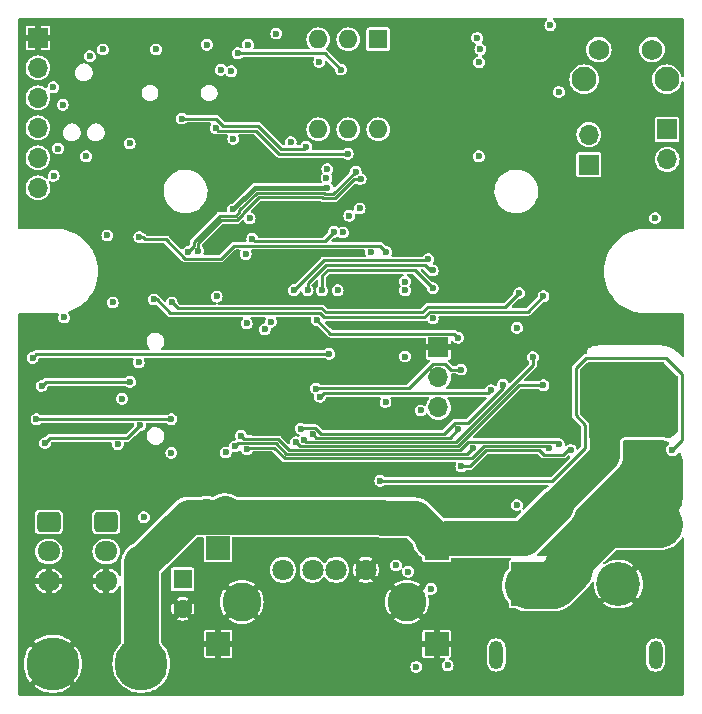
<source format=gbr>
%TF.GenerationSoftware,KiCad,Pcbnew,7.0.7*%
%TF.CreationDate,2023-09-07T10:43:14+02:00*%
%TF.ProjectId,KXKM_ESP32_battery_management_board,4b584b4d-5f45-4535-9033-325f62617474,3.2*%
%TF.SameCoordinates,PX623a7c0PY839b680*%
%TF.FileFunction,Copper,L3,Inr*%
%TF.FilePolarity,Positive*%
%FSLAX46Y46*%
G04 Gerber Fmt 4.6, Leading zero omitted, Abs format (unit mm)*
G04 Created by KiCad (PCBNEW 7.0.7) date 2023-09-07 10:43:14*
%MOMM*%
%LPD*%
G01*
G04 APERTURE LIST*
G04 Aperture macros list*
%AMRoundRect*
0 Rectangle with rounded corners*
0 $1 Rounding radius*
0 $2 $3 $4 $5 $6 $7 $8 $9 X,Y pos of 4 corners*
0 Add a 4 corners polygon primitive as box body*
4,1,4,$2,$3,$4,$5,$6,$7,$8,$9,$2,$3,0*
0 Add four circle primitives for the rounded corners*
1,1,$1+$1,$2,$3*
1,1,$1+$1,$4,$5*
1,1,$1+$1,$6,$7*
1,1,$1+$1,$8,$9*
0 Add four rect primitives between the rounded corners*
20,1,$1+$1,$2,$3,$4,$5,0*
20,1,$1+$1,$4,$5,$6,$7,0*
20,1,$1+$1,$6,$7,$8,$9,0*
20,1,$1+$1,$8,$9,$2,$3,0*%
G04 Aperture macros list end*
%TA.AperFunction,ComponentPad*%
%ADD10C,4.500880*%
%TD*%
%TA.AperFunction,ComponentPad*%
%ADD11C,1.800000*%
%TD*%
%TA.AperFunction,ComponentPad*%
%ADD12C,3.300000*%
%TD*%
%TA.AperFunction,ComponentPad*%
%ADD13R,1.700000X1.700000*%
%TD*%
%TA.AperFunction,ComponentPad*%
%ADD14O,1.700000X1.700000*%
%TD*%
%TA.AperFunction,ComponentPad*%
%ADD15C,2.100000*%
%TD*%
%TA.AperFunction,ComponentPad*%
%ADD16C,1.750000*%
%TD*%
%TA.AperFunction,ComponentPad*%
%ADD17R,2.000000X2.000000*%
%TD*%
%TA.AperFunction,ComponentPad*%
%ADD18RoundRect,0.250000X-0.725000X0.600000X-0.725000X-0.600000X0.725000X-0.600000X0.725000X0.600000X0*%
%TD*%
%TA.AperFunction,ComponentPad*%
%ADD19O,1.950000X1.700000*%
%TD*%
%TA.AperFunction,ComponentPad*%
%ADD20R,1.600000X1.600000*%
%TD*%
%TA.AperFunction,ComponentPad*%
%ADD21O,1.600000X1.600000*%
%TD*%
%TA.AperFunction,ComponentPad*%
%ADD22R,3.716000X3.716000*%
%TD*%
%TA.AperFunction,ComponentPad*%
%ADD23C,3.716000*%
%TD*%
%TA.AperFunction,ComponentPad*%
%ADD24O,1.200000X2.400000*%
%TD*%
%TA.AperFunction,ComponentPad*%
%ADD25C,1.600000*%
%TD*%
%TA.AperFunction,ViaPad*%
%ADD26C,0.600000*%
%TD*%
%TA.AperFunction,Conductor*%
%ADD27C,0.250000*%
%TD*%
%TA.AperFunction,Conductor*%
%ADD28C,0.400000*%
%TD*%
%TA.AperFunction,Conductor*%
%ADD29C,2.500000*%
%TD*%
%TA.AperFunction,Conductor*%
%ADD30C,3.000000*%
%TD*%
%TA.AperFunction,Conductor*%
%ADD31C,1.000000*%
%TD*%
%TA.AperFunction,Conductor*%
%ADD32C,1.500000*%
%TD*%
%TA.AperFunction,Conductor*%
%ADD33C,2.000000*%
%TD*%
%TA.AperFunction,Conductor*%
%ADD34C,4.000000*%
%TD*%
G04 APERTURE END LIST*
D10*
%TO.N,GND*%
%TO.C,J16*%
X3000000Y2750000D03*
%TD*%
%TO.N,+VSW*%
%TO.C,J15*%
X10500000Y2750000D03*
%TD*%
D11*
%TO.N,VBUS*%
%TO.C,J9*%
X22500000Y10710000D03*
%TO.N,Net-(J9-D-)*%
X25000000Y10710000D03*
%TO.N,Net-(J9-D+)*%
X27000000Y10710000D03*
%TO.N,GND*%
X29500000Y10710000D03*
D12*
X19000000Y8000000D03*
X33000000Y8000000D03*
%TD*%
D13*
%TO.N,GND*%
%TO.C,J1*%
X1750000Y55750000D03*
D14*
%TO.N,/PROG_RTS*%
X1750000Y53210000D03*
%TO.N,+3V3*%
X1750000Y50670000D03*
%TO.N,Net-(J1-Pin_4)*%
X1750000Y48130000D03*
%TO.N,/ESP32_TXO*%
X1750000Y45590000D03*
%TO.N,/PROG_DTR*%
X1750000Y43050000D03*
%TD*%
D15*
%TO.N,*%
%TO.C,SW3*%
X47990000Y52260000D03*
X55000000Y52260000D03*
D16*
%TO.N,Net-(J12-Pin_2)*%
X49240000Y54750000D03*
%TO.N,+BATT*%
X53740000Y54750000D03*
%TD*%
D13*
%TO.N,GND*%
%TO.C,J6*%
X35650000Y29550000D03*
D14*
%TO.N,Net-(J6-Pin_2)*%
X35650000Y27010000D03*
%TO.N,Net-(J6-Pin_3)*%
X35650000Y24470000D03*
%TD*%
D17*
%TO.N,GND*%
%TO.C,U5*%
X35500000Y4440000D03*
%TO.N,+VSW*%
X35500000Y12560000D03*
%TO.N,GND*%
X17000000Y4440000D03*
%TO.N,VBUS*%
X17000000Y12560000D03*
%TD*%
D18*
%TO.N,VBUS*%
%TO.C,J8*%
X7536000Y14770000D03*
D19*
%TO.N,/LED_DATA_OUT_2*%
X7536000Y12270000D03*
%TO.N,GND*%
X7536000Y9770000D03*
%TD*%
D18*
%TO.N,VBUS*%
%TO.C,J7*%
X2664000Y14770000D03*
D19*
%TO.N,/LED_DATA_OUT_1*%
X2664000Y12270000D03*
%TO.N,GND*%
X2664000Y9770000D03*
%TD*%
D13*
%TO.N,+BATT*%
%TO.C,J5*%
X55013400Y48012800D03*
D14*
%TO.N,Net-(J5-Pin_2)*%
X55013400Y45472800D03*
%TD*%
D20*
%TO.N,Net-(R34-Pad2)*%
%TO.C,SW2*%
X30560000Y55640000D03*
D21*
%TO.N,Net-(R36-Pad2)*%
X28020000Y55640000D03*
%TO.N,Net-(R38-Pad2)*%
X25480000Y55640000D03*
%TO.N,+3V3*%
X25480000Y48020000D03*
X28020000Y48020000D03*
X30560000Y48020000D03*
%TD*%
D22*
%TO.N,+BATT_RAW*%
%TO.C,J10*%
X43691800Y9504550D03*
D23*
%TO.N,GND*%
X50891800Y9504550D03*
D24*
%TO.N,N/C*%
X40541800Y3504550D03*
X54041800Y3504550D03*
%TD*%
D20*
%TO.N,VBUS*%
%TO.C,C13*%
X13992400Y9919112D03*
D25*
%TO.N,GND*%
X13992400Y7419112D03*
%TD*%
D13*
%TO.N,+BATT*%
%TO.C,J12*%
X48384000Y45031000D03*
D14*
%TO.N,Net-(J12-Pin_2)*%
X48384000Y47571000D03*
%TD*%
D26*
%TO.N,GND*%
X26235200Y8942600D03*
X50924000Y53672000D03*
X7050000Y43200000D03*
X14750000Y22500000D03*
X34160000Y19128000D03*
X4050000Y24500000D03*
X9400000Y19575000D03*
X21688600Y12828800D03*
X23000000Y31500000D03*
X41170400Y23776200D03*
X27911600Y45010600D03*
X20250000Y31500000D03*
X9522000Y15826000D03*
X42400000Y36800000D03*
X51660600Y56440600D03*
X13575000Y50325000D03*
X14750000Y31500000D03*
X14983000Y54307000D03*
X33400000Y56300000D03*
X19825000Y43750000D03*
X17000000Y31500000D03*
X14750000Y26750000D03*
%TO.N,/ESP32_EN*%
X13050000Y20625000D03*
X13050000Y23475000D03*
X9525000Y26625000D03*
X10334800Y38889200D03*
X2050000Y26275000D03*
X1625000Y23475000D03*
X31250000Y37624999D03*
%TO.N,+3V3*%
X18274979Y41225000D03*
X45850000Y51175000D03*
X45125000Y56825000D03*
X42300000Y31200000D03*
X3045000Y51570000D03*
X10725000Y15175000D03*
X38925000Y55750000D03*
X26250000Y43050000D03*
X18285000Y47195000D03*
X42300000Y16200000D03*
X8875000Y25200000D03*
X9522000Y46814000D03*
X3451400Y46382200D03*
%TO.N,+BATT*%
X39075000Y45725000D03*
X39100000Y53700000D03*
%TO.N,/Battery monitoring/3.3V_EN*%
X26253700Y44641450D03*
X33086482Y10561482D03*
%TO.N,/Battery monitoring/EN_PUSH_BUTTON*%
X26177317Y43895850D03*
X35040819Y9102119D03*
%TO.N,/PROG_RTS*%
X8075501Y33352000D03*
X6150000Y54200000D03*
%TO.N,/Battery monitoring/STM32_RST*%
X3846900Y50090600D03*
X5825000Y45725000D03*
%TO.N,/ESP32_TXO*%
X28650000Y44425000D03*
X14425000Y37600000D03*
X3075000Y44075000D03*
X7625000Y39025000D03*
%TO.N,/PROG_DTR*%
X3959400Y32082000D03*
%TO.N,/ADC_IN*%
X18412000Y21160000D03*
X38624554Y21016500D03*
%TO.N,/LED_DATA_1*%
X11554000Y33606000D03*
X44550000Y33875000D03*
X10284000Y28272000D03*
%TO.N,/SPI_CS*%
X37300000Y30375000D03*
X25350000Y31875000D03*
%TO.N,/SPI_SCK*%
X25016000Y22176000D03*
X37325000Y22600000D03*
%TO.N,/SPI_MISO*%
X25625000Y25375000D03*
X40105826Y25932974D03*
%TO.N,/SPI_MOSI*%
X37575000Y27675000D03*
X25298030Y26049987D03*
%TO.N,/I2C_SDA*%
X45005588Y21015534D03*
X19428000Y20906000D03*
%TO.N,/I2C_SCL*%
X18920000Y22063878D03*
X45854122Y21353078D03*
%TO.N,/DMX_DI*%
X35175000Y36075000D03*
X24575000Y34374999D03*
%TO.N,/DMX_RO*%
X35175000Y32000000D03*
X34806181Y37000010D03*
X23425000Y34400000D03*
%TO.N,/DMX_DE*%
X35176000Y34571200D03*
X25800000Y34375000D03*
%TO.N,/LED_DATA_2*%
X13078000Y33352000D03*
X10375500Y22938000D03*
X42500000Y34150000D03*
X2350000Y21450000D03*
%TO.N,/Power/EN*%
X39214600Y54789600D03*
X32064295Y11088695D03*
%TO.N,Net-(D5-K)*%
X7250000Y54775000D03*
X19682000Y40464000D03*
X11750000Y54775000D03*
%TO.N,/LED_DATA_OUT_1*%
X8506000Y21350501D03*
%TO.N,/Battery monitoring/BATT_TYPE_1*%
X27970001Y45950000D03*
X16800000Y48125000D03*
%TO.N,/Battery monitoring/BATT_TYPE_2*%
X13925000Y48925000D03*
X24450000Y46550000D03*
%TO.N,/ESP32_BOOT*%
X26400000Y29000000D03*
X27125000Y34375000D03*
X1300000Y28675000D03*
%TO.N,/Battery monitoring/MAIN_OUT_EN*%
X34160000Y24208000D03*
X28986363Y41313863D03*
%TO.N,/ESP32_RXI*%
X29066026Y43800961D03*
X15301265Y37734589D03*
%TO.N,/Battery monitoring/LOAD_I_SENSE*%
X30731000Y18249500D03*
X29950000Y37625000D03*
X55470600Y20880600D03*
%TO.N,/I2S_DATA*%
X23601500Y21523500D03*
X44550000Y26350000D03*
%TO.N,/I2S_BCK*%
X43650000Y28725000D03*
X24284456Y21724478D03*
%TO.N,/I2S_LRCK*%
X24009769Y22674231D03*
X41125269Y26386731D03*
%TO.N,Net-(J12-Pin_2)*%
X33779000Y2491000D03*
%TO.N,+VSW*%
X37639800Y12981200D03*
X54734000Y25833600D03*
X10500000Y8345600D03*
X10500000Y9920600D03*
X27098800Y15521200D03*
X50466800Y26824200D03*
X15999000Y15267200D03*
X14510001Y15210001D03*
X53870400Y26748000D03*
X10512600Y6834400D03*
X55236000Y24817600D03*
X10500000Y11360000D03*
X41068800Y12981200D03*
X52092400Y26849600D03*
X25981200Y15499999D03*
X49162500Y26330840D03*
X39494000Y12955800D03*
X17573800Y15495800D03*
X28100321Y15673600D03*
%TO.N,Net-(D10-A)*%
X27400000Y53075000D03*
X27558106Y39278707D03*
X18675000Y54450000D03*
%TO.N,Net-(D6-K)*%
X17225000Y53050000D03*
X19326400Y37449502D03*
%TO.N,Net-(D10-K)*%
X19900000Y38750000D03*
X21925000Y56125000D03*
X26810066Y39325499D03*
X16050000Y55175000D03*
X19550000Y55175000D03*
%TO.N,Net-(J6-Pin_2)*%
X32828564Y34374968D03*
X32825000Y28775000D03*
%TO.N,Net-(J6-Pin_3)*%
X31175000Y24925000D03*
X32829064Y35124470D03*
%TO.N,+BATT_RAW*%
X45548800Y11525000D03*
X55369000Y14581400D03*
X46148800Y12100000D03*
X47236300Y12087500D03*
X46148800Y11000000D03*
X51940000Y20499600D03*
X53921200Y20499600D03*
X52905200Y20499600D03*
X46698800Y11550000D03*
X54353000Y14581400D03*
X53387800Y14581400D03*
%TO.N,/Battery monitoring/AUTOBOOT_SENSE*%
X28115506Y40700500D03*
X54000000Y40500000D03*
X36446000Y2618000D03*
%TO.N,Net-(R34-Pad2)*%
X23150000Y46925000D03*
X25567587Y53707413D03*
%TO.N,/DIP_SWITCH*%
X17650000Y20652000D03*
X18106692Y52921293D03*
%TO.N,Net-(Q6-D)*%
X46849878Y20865322D03*
X37590262Y19475478D03*
%TO.N,/SD_CS*%
X16888000Y33860000D03*
%TO.N,/SD_DI*%
X19428000Y31574000D03*
%TO.N,/SD_SCK*%
X20952000Y31066000D03*
%TO.N,/SD_DO*%
X21476500Y31724744D03*
%TD*%
D27*
%TO.N,/ESP32_EN*%
X2050000Y26275000D02*
X2400000Y26625000D01*
X14207537Y37075000D02*
X17235027Y37075000D01*
X1625000Y23475000D02*
X13050000Y23475000D01*
X2400000Y26625000D02*
X9525000Y26625000D01*
X10334800Y38889200D02*
X10614200Y38889200D01*
X10817400Y38686000D02*
X12596537Y38686000D01*
X18335027Y38175000D02*
X30699999Y38175000D01*
X10614200Y38889200D02*
X10817400Y38686000D01*
X17235027Y37075000D02*
X18335027Y38175000D01*
X30699999Y38175000D02*
X31250000Y37624999D01*
X12596537Y38686000D02*
X14207537Y37075000D01*
D28*
%TO.N,+3V3*%
X26250000Y43050000D02*
X20099979Y43050000D01*
X20099979Y43050000D02*
X18274979Y41225000D01*
D27*
%TO.N,/ESP32_TXO*%
X26750000Y42525000D02*
X28650000Y44425000D01*
X26032537Y42525000D02*
X26750000Y42525000D01*
X18492442Y40700000D02*
X18799979Y41007537D01*
X25932537Y42625000D02*
X26032537Y42525000D01*
X17124000Y40700000D02*
X18492442Y40700000D01*
X18799979Y41148960D02*
X20276019Y42625000D01*
X18799979Y41007537D02*
X18799979Y41148960D01*
X14925000Y38501000D02*
X17124000Y40700000D01*
X14425000Y37600000D02*
X14925000Y38100000D01*
X20276019Y42625000D02*
X25932537Y42625000D01*
X14925000Y38100000D02*
X14925000Y38501000D01*
%TO.N,/ADC_IN*%
X21861193Y21414000D02*
X22775215Y20499978D01*
X18412000Y21160000D02*
X18683000Y21431000D01*
X19645463Y21431000D02*
X19662463Y21414000D01*
X19662463Y21414000D02*
X21861193Y21414000D01*
X22775215Y20499978D02*
X38108032Y20499978D01*
X38108032Y20499978D02*
X38624554Y21016500D01*
X18683000Y21431000D02*
X19645463Y21431000D01*
%TO.N,/LED_DATA_1*%
X34469227Y32107400D02*
X34936827Y32575000D01*
X11554000Y33606000D02*
X11808000Y33606000D01*
X34936827Y32575000D02*
X43250000Y32575000D01*
X43250000Y32575000D02*
X44550000Y33875000D01*
X25588173Y32450000D02*
X25930773Y32107400D01*
X11808000Y33606000D02*
X12964000Y32450000D01*
X25930773Y32107400D02*
X34469227Y32107400D01*
X12964000Y32450000D02*
X25588173Y32450000D01*
%TO.N,/SPI_CS*%
X36964600Y30710400D02*
X26514600Y30710400D01*
X26514600Y30710400D02*
X25350000Y31875000D01*
X37300000Y30375000D02*
X36964600Y30710400D01*
%TO.N,/SPI_SCK*%
X36624978Y21899978D02*
X37325000Y22600000D01*
X25016000Y22176000D02*
X25292022Y21899978D01*
X25292022Y21899978D02*
X36624978Y21899978D01*
%TO.N,/SPI_MISO*%
X39847853Y25675001D02*
X25925001Y25675001D01*
X40105826Y25932974D02*
X39847853Y25675001D01*
X25925001Y25675001D02*
X25625000Y25375000D01*
%TO.N,/SPI_MOSI*%
X37575000Y27675000D02*
X36712800Y27675000D01*
X36252800Y28135000D02*
X35184009Y28135000D01*
X35184009Y28135000D02*
X33124010Y26075001D01*
X33124010Y26075001D02*
X25323044Y26075001D01*
X25323044Y26075001D02*
X25298030Y26049987D01*
X36712800Y27675000D02*
X36252800Y28135000D01*
%TO.N,/I2C_SDA*%
X44830122Y21191000D02*
X45005588Y21015534D01*
X39541517Y21191000D02*
X44830122Y21191000D01*
X19428000Y20906000D02*
X19586000Y21064000D01*
X21716218Y21064000D02*
X22630240Y20149978D01*
X38500495Y20149978D02*
X39541517Y21191000D01*
X22630240Y20149978D02*
X38500495Y20149978D01*
X19586000Y21064000D02*
X21716218Y21064000D01*
%TO.N,/I2C_SCL*%
X18920000Y22063878D02*
X19202878Y21781000D01*
X19790437Y21781000D02*
X19807437Y21764000D01*
X45666200Y21541000D02*
X45854122Y21353078D01*
X38152678Y21541000D02*
X45666200Y21541000D01*
X19202878Y21781000D02*
X19790437Y21781000D01*
X37461656Y20849978D02*
X38152678Y21541000D01*
X19807437Y21764000D02*
X22096818Y21764000D01*
X23010840Y20849978D02*
X37461656Y20849978D01*
X22096818Y21764000D02*
X23010840Y20849978D01*
%TO.N,/DMX_DI*%
X24575000Y34984314D02*
X24575000Y34374999D01*
X26098686Y36508000D02*
X24575000Y34984314D01*
X35175000Y36075000D02*
X34918018Y36075000D01*
X34485018Y36508000D02*
X26098686Y36508000D01*
X34918018Y36075000D02*
X34485018Y36508000D01*
%TO.N,/DMX_RO*%
X23425000Y34400000D02*
X25933000Y36908000D01*
X25933000Y36908000D02*
X34714171Y36908000D01*
X34714171Y36908000D02*
X34806181Y37000010D01*
%TO.N,/DMX_DE*%
X35176000Y34571200D02*
X33639200Y36108000D01*
X25800000Y35643628D02*
X25800000Y34375000D01*
X33639200Y36108000D02*
X26264372Y36108000D01*
X26264372Y36108000D02*
X25800000Y35643628D01*
%TO.N,/LED_DATA_2*%
X13580000Y32850000D02*
X25753859Y32850000D01*
X13078000Y33352000D02*
X13580000Y32850000D01*
X2775001Y21875001D02*
X2350000Y21450000D01*
X41325000Y32975000D02*
X42500000Y34150000D01*
X25753859Y32850000D02*
X26096459Y32507400D01*
X34303541Y32507400D02*
X34771142Y32975000D01*
X34771142Y32975000D02*
X41325000Y32975000D01*
X26096459Y32507400D02*
X34303541Y32507400D01*
X9312501Y21875001D02*
X2775001Y21875001D01*
X10375500Y22938000D02*
X9312501Y21875001D01*
%TO.N,/Battery monitoring/BATT_TYPE_1*%
X17018800Y47906200D02*
X20215400Y47906200D01*
X16800000Y48125000D02*
X17018800Y47906200D01*
X22171600Y45950000D02*
X27970001Y45950000D01*
X20215400Y47906200D02*
X22171600Y45950000D01*
%TO.N,/Battery monitoring/BATT_TYPE_2*%
X24450000Y46550000D02*
X24250000Y46350000D01*
X22337286Y46350000D02*
X20381086Y48306200D01*
X24250000Y46350000D02*
X22337286Y46350000D01*
X20381086Y48306200D02*
X17431973Y48306200D01*
X17431973Y48306200D02*
X16813173Y48925000D01*
X16813173Y48925000D02*
X13925000Y48925000D01*
%TO.N,/ESP32_BOOT*%
X1625000Y29000000D02*
X26400000Y29000000D01*
X1300000Y28675000D02*
X1625000Y29000000D01*
%TO.N,/ESP32_RXI*%
X19149979Y40961981D02*
X20462998Y42275000D01*
X25887562Y42175000D02*
X26894974Y42175000D01*
X25787562Y42275000D02*
X25887562Y42175000D01*
X28520935Y43800961D02*
X29066026Y43800961D01*
X15301265Y37734589D02*
X15301265Y38382291D01*
X17268974Y40350000D02*
X18637416Y40350000D01*
X15301265Y38382291D02*
X17268974Y40350000D01*
X26894974Y42175000D02*
X28520935Y43800961D01*
X20462998Y42275000D02*
X25787562Y42275000D01*
X18637416Y40350000D02*
X19149979Y40862563D01*
X19149979Y40862563D02*
X19149979Y40961981D01*
%TO.N,/Battery monitoring/LOAD_I_SENSE*%
X48050269Y21004069D02*
X48050269Y23003771D01*
X45295700Y18249500D02*
X48050269Y21004069D01*
X47265300Y27813700D02*
X48130000Y28678400D01*
X54886400Y28678400D02*
X56285200Y27279600D01*
X48050269Y23003771D02*
X47265300Y23788740D01*
X47265300Y23788740D02*
X47265300Y27813700D01*
X56285200Y21695200D02*
X55470600Y20880600D01*
X30731000Y18249500D02*
X45295700Y18249500D01*
X56285200Y27279600D02*
X56285200Y21695200D01*
X48130000Y28678400D02*
X54886400Y28678400D01*
%TO.N,/I2S_DATA*%
X23601500Y21523500D02*
X23925022Y21199978D01*
X37316682Y21199978D02*
X42466704Y26350000D01*
X42466704Y26350000D02*
X44550000Y26350000D01*
X23925022Y21199978D02*
X37316682Y21199978D01*
%TO.N,/I2S_BCK*%
X24284456Y21724478D02*
X24458956Y21549978D01*
X43650000Y28028270D02*
X43650000Y28725000D01*
X24458956Y21549978D02*
X37171708Y21549978D01*
X37171708Y21549978D02*
X43650000Y28028270D01*
%TO.N,/I2S_LRCK*%
X24036538Y22701000D02*
X25233463Y22701000D01*
X25233463Y22701000D02*
X25684485Y22249978D01*
X38160318Y23175000D02*
X41125269Y26139951D01*
X41125269Y26139951D02*
X41125269Y26386731D01*
X24009769Y22674231D02*
X24036538Y22701000D01*
X25684485Y22249978D02*
X36161805Y22249978D01*
X36161805Y22249978D02*
X37086827Y23175000D01*
X37086827Y23175000D02*
X38160318Y23175000D01*
D29*
%TO.N,+VSW*%
X45640800Y16207000D02*
X49781000Y20347200D01*
D30*
X36378400Y13438400D02*
X42896759Y13438400D01*
X10500000Y8345600D02*
X10500000Y2750000D01*
D31*
X49655860Y26824200D02*
X49363000Y26531340D01*
D30*
X30843200Y15210001D02*
X30913001Y15140200D01*
X30913001Y15140200D02*
X33652000Y15140200D01*
D32*
X35500000Y12560000D02*
X36378400Y13438400D01*
D31*
X53870400Y26748000D02*
X53870400Y26697200D01*
D30*
X10500000Y11360000D02*
X10660000Y11360000D01*
X17573800Y15495800D02*
X17859599Y15210001D01*
X53794200Y26824200D02*
X53870400Y26748000D01*
X35139999Y13652201D02*
X35139999Y13260001D01*
X15999000Y15267200D02*
X16056199Y15210001D01*
D29*
X49781000Y20347200D02*
X49781000Y25712340D01*
D30*
X15941801Y15210001D02*
X14510001Y15210001D01*
X50466800Y26824200D02*
X53794200Y26824200D01*
D32*
X45590000Y16156200D02*
X45640800Y16156200D01*
D30*
X15999000Y15267200D02*
X15941801Y15210001D01*
X17288001Y15210001D02*
X17573800Y15495800D01*
X10660000Y11360000D02*
X14510001Y15210001D01*
X33652000Y15140200D02*
X35139999Y13652201D01*
D31*
X50466800Y26824200D02*
X49655860Y26824200D01*
D29*
X49781000Y25712340D02*
X49162500Y26330840D01*
X45640800Y16156200D02*
X45640800Y16207000D01*
D30*
X17859599Y15210001D02*
X30843200Y15210001D01*
X42896759Y13438400D02*
X45590000Y16131641D01*
D33*
X54734000Y25833600D02*
X54734000Y25319600D01*
D30*
X10500000Y8345600D02*
X10500000Y11360000D01*
X45590000Y16131641D02*
X45590000Y16156200D01*
X16056199Y15210001D02*
X17288001Y15210001D01*
D31*
X49363000Y26531340D02*
X49363000Y26330840D01*
X53870400Y26697200D02*
X54734000Y25833600D01*
D27*
%TO.N,Net-(D10-A)*%
X26025000Y54450000D02*
X27400000Y53075000D01*
X18675000Y54450000D02*
X26025000Y54450000D01*
%TO.N,Net-(D10-K)*%
X26810066Y39325499D02*
X26009567Y38525000D01*
X26009567Y38525000D02*
X20125000Y38525000D01*
X20125000Y38525000D02*
X19900000Y38750000D01*
D34*
%TO.N,+BATT_RAW*%
X46733000Y11515800D02*
X46698800Y11550000D01*
X45371600Y9410000D02*
X46733000Y10771400D01*
X46733000Y10771400D02*
X46733000Y11515800D01*
X49730200Y14581400D02*
X54353000Y14581400D01*
X43240000Y9410000D02*
X45371600Y9410000D01*
X46698800Y11550000D02*
X49730200Y14581400D01*
D27*
%TO.N,Net-(Q6-D)*%
X46603096Y20865322D02*
X46215852Y20478078D01*
X38320969Y19475478D02*
X37590262Y19475478D01*
X46849878Y20865322D02*
X46603096Y20865322D01*
X39686491Y20841000D02*
X38320969Y19475478D01*
X44562922Y20478078D02*
X44200000Y20841000D01*
X46215852Y20478078D02*
X44562922Y20478078D01*
X44200000Y20841000D02*
X39686491Y20841000D01*
%TD*%
%TA.AperFunction,Conductor*%
%TO.N,+BATT_RAW*%
G36*
X54342514Y21700438D02*
G01*
X54538779Y21688123D01*
X54619564Y21683054D01*
X54637596Y21680605D01*
X54902549Y21624882D01*
X54920041Y21619859D01*
X55117530Y21547342D01*
X55174582Y21505085D01*
X55199731Y21438692D01*
X55184992Y21369242D01*
X55150803Y21329102D01*
X55077978Y21273222D01*
X54989737Y21158225D01*
X54934270Y21024310D01*
X54915350Y20880601D01*
X54915350Y20880600D01*
X54934270Y20736891D01*
X54989737Y20602976D01*
X55077978Y20487979D01*
X55192975Y20399738D01*
X55277421Y20364761D01*
X55326891Y20344270D01*
X55470600Y20325350D01*
X55614309Y20344270D01*
X55698755Y20379249D01*
X55748224Y20399738D01*
X55863218Y20487977D01*
X55863217Y20487977D01*
X55863221Y20487979D01*
X55943351Y20592407D01*
X56000686Y20634271D01*
X56071557Y20638493D01*
X56133460Y20603729D01*
X56154139Y20575642D01*
X56178524Y20530556D01*
X56186007Y20513956D01*
X56279136Y20259739D01*
X56284147Y20242236D01*
X56339667Y19977259D01*
X56342104Y19959217D01*
X56359281Y19682152D01*
X56359398Y19677597D01*
X56329262Y16778508D01*
X56329059Y16774063D01*
X56306753Y16499364D01*
X56305408Y16490563D01*
X56245145Y16223933D01*
X56242574Y16215410D01*
X56145372Y15959919D01*
X56141627Y15951841D01*
X56009420Y15712577D01*
X56004575Y15705108D01*
X55936054Y15614230D01*
X55840001Y15486840D01*
X55834158Y15480133D01*
X55640497Y15287214D01*
X55633762Y15281392D01*
X55414860Y15117653D01*
X55407373Y15112837D01*
X55167607Y14981552D01*
X55159515Y14977838D01*
X54903659Y14881620D01*
X54895125Y14879082D01*
X54628259Y14819841D01*
X54619453Y14818529D01*
X54344675Y14797278D01*
X54340237Y14797092D01*
X53635411Y14792470D01*
X48561800Y14759200D01*
X48043021Y13564261D01*
X48043019Y13564256D01*
X47944270Y13336800D01*
X46592740Y10223728D01*
X46590843Y10219747D01*
X46464845Y9977476D01*
X46460237Y9969953D01*
X46302954Y9749427D01*
X46297342Y9742621D01*
X46275171Y9719272D01*
X46213761Y9683646D01*
X46142838Y9686876D01*
X46084920Y9727938D01*
X46058396Y9793794D01*
X46057800Y9806032D01*
X46057800Y11411136D01*
X46057799Y11411148D01*
X46051294Y11471644D01*
X46000244Y11608515D01*
X46000244Y11608516D01*
X45912704Y11725455D01*
X45795765Y11812995D01*
X45658893Y11864045D01*
X45598397Y11870550D01*
X44098406Y11870550D01*
X44030285Y11890552D01*
X43983792Y11944208D01*
X43973688Y12014482D01*
X44003182Y12079062D01*
X44019848Y12095062D01*
X44090740Y12151595D01*
X44157688Y12223749D01*
X46804651Y14870712D01*
X46876805Y14937660D01*
X46938178Y15014621D01*
X47002398Y15089244D01*
X47018013Y15114098D01*
X47022098Y15119853D01*
X47040386Y15142784D01*
X47089607Y15228039D01*
X47141983Y15311394D01*
X47153717Y15338292D01*
X47156891Y15344580D01*
X47171568Y15369998D01*
X47207537Y15461648D01*
X47246900Y15551867D01*
X47254490Y15580200D01*
X47256703Y15586921D01*
X47267420Y15614225D01*
X47267421Y15614230D01*
X47288138Y15704999D01*
X47321882Y15766056D01*
X50773384Y19217558D01*
X50779211Y19222704D01*
X50800744Y19239462D01*
X50863949Y19308122D01*
X50885902Y19330074D01*
X50905966Y19353765D01*
X50969164Y19422415D01*
X50984076Y19445243D01*
X50988739Y19451496D01*
X51006366Y19472306D01*
X51054139Y19552480D01*
X51105173Y19630593D01*
X51116124Y19655563D01*
X51119693Y19662496D01*
X51133656Y19685926D01*
X51167579Y19772865D01*
X51205063Y19858319D01*
X51211755Y19884748D01*
X51214140Y19892193D01*
X51224049Y19917586D01*
X51243198Y20008912D01*
X51266108Y20099379D01*
X51268359Y20126553D01*
X51269482Y20134267D01*
X51275081Y20160963D01*
X51278937Y20254210D01*
X51281500Y20285133D01*
X51281500Y20316165D01*
X51285357Y20409421D01*
X51281983Y20436487D01*
X51281500Y20444277D01*
X51281500Y21546299D01*
X51301502Y21614420D01*
X51355158Y21660913D01*
X51406280Y21672293D01*
X53012252Y21687777D01*
X54337961Y21700559D01*
X54342514Y21700438D01*
G37*
%TD.AperFunction*%
%TD*%
%TA.AperFunction,Conductor*%
%TO.N,+VSW*%
G36*
X54746794Y28282898D02*
G01*
X54767768Y28265995D01*
X55872795Y27160968D01*
X55906821Y27098656D01*
X55909700Y27071873D01*
X55909700Y22447191D01*
X55889698Y22379070D01*
X55872907Y22358208D01*
X55710617Y22195509D01*
X55703900Y22189664D01*
X55485501Y22025222D01*
X55478027Y22020382D01*
X55238640Y21888325D01*
X55230559Y21884585D01*
X55131853Y21847113D01*
X55061068Y21841636D01*
X55043702Y21846632D01*
X55003778Y21861292D01*
X54994999Y21864160D01*
X54981811Y21867947D01*
X54968626Y21871733D01*
X54966397Y21872287D01*
X54959655Y21873962D01*
X54732710Y21921691D01*
X54685661Y21931586D01*
X54676558Y21933159D01*
X54649371Y21936851D01*
X54640175Y21937763D01*
X54353912Y21955725D01*
X54340124Y21956092D01*
X51403817Y21927781D01*
X51403815Y21927781D01*
X51403801Y21927780D01*
X51350772Y21921691D01*
X51350763Y21921690D01*
X51350763Y21921689D01*
X51299641Y21910309D01*
X51299627Y21910305D01*
X51299628Y21910306D01*
X51274470Y21903338D01*
X51187846Y21854011D01*
X51187833Y21854001D01*
X51153961Y21824650D01*
X51134185Y21807514D01*
X51118079Y21790824D01*
X51102560Y21774740D01*
X51102558Y21774738D01*
X51082134Y21735693D01*
X51032835Y21684604D01*
X50971702Y21668103D01*
X50274362Y21661379D01*
X49340295Y21652373D01*
X49335797Y21652492D01*
X49154464Y21663839D01*
X49059413Y21669786D01*
X49041416Y21672224D01*
X48777104Y21727665D01*
X48759644Y21732664D01*
X48508443Y21824650D01*
X48451354Y21866856D01*
X48426146Y21933227D01*
X48425769Y21942967D01*
X48425769Y22951761D01*
X48428450Y22977616D01*
X48430636Y22988039D01*
X48426252Y23023209D01*
X48425769Y23030997D01*
X48425769Y23034885D01*
X48421926Y23057911D01*
X48421926Y23057912D01*
X48415135Y23112397D01*
X48415133Y23112401D01*
X48412893Y23119926D01*
X48410334Y23127378D01*
X48410334Y23127381D01*
X48384213Y23175649D01*
X48360095Y23224982D01*
X48360093Y23224984D01*
X48360093Y23224985D01*
X48355517Y23231394D01*
X48350691Y23237594D01*
X48310298Y23274779D01*
X47677704Y23907374D01*
X47643679Y23969686D01*
X47640800Y23996469D01*
X47640800Y27605973D01*
X47660802Y27674094D01*
X47677705Y27695069D01*
X48248633Y28265996D01*
X48310945Y28300021D01*
X48337728Y28302900D01*
X54678673Y28302900D01*
X54746794Y28282898D01*
G37*
%TD.AperFunction*%
%TD*%
%TA.AperFunction,Conductor*%
%TO.N,GND*%
G36*
X44853114Y57405593D02*
G01*
X44889078Y57356093D01*
X44889078Y57294907D01*
X44853114Y57245407D01*
X44848447Y57242216D01*
X44793872Y57207143D01*
X44699622Y57098372D01*
X44639834Y56967457D01*
X44619353Y56825003D01*
X44619353Y56824998D01*
X44639834Y56682544D01*
X44684403Y56584954D01*
X44699623Y56551627D01*
X44779236Y56459748D01*
X44793873Y56442856D01*
X44863092Y56398372D01*
X44914947Y56365047D01*
X45021403Y56333789D01*
X45053035Y56324501D01*
X45053036Y56324501D01*
X45053039Y56324500D01*
X45053041Y56324500D01*
X45196959Y56324500D01*
X45196961Y56324500D01*
X45335053Y56365047D01*
X45456128Y56442857D01*
X45550377Y56551627D01*
X45610165Y56682543D01*
X45619029Y56744194D01*
X45630647Y56824998D01*
X45630647Y56825003D01*
X45610165Y56967457D01*
X45550377Y57098372D01*
X45550377Y57098373D01*
X45456128Y57207143D01*
X45401552Y57242217D01*
X45362822Y57289582D01*
X45359329Y57350668D01*
X45392409Y57402140D01*
X45449425Y57424339D01*
X45455077Y57424500D01*
X56325500Y57424500D01*
X56383691Y57405593D01*
X56419655Y57356093D01*
X56424500Y57325500D01*
X56424500Y52527237D01*
X56405593Y52469046D01*
X56356093Y52433082D01*
X56294907Y52433082D01*
X56245407Y52469046D01*
X56229873Y52501614D01*
X56179575Y52689330D01*
X56138867Y52776629D01*
X56087107Y52887628D01*
X56087103Y52887636D01*
X56073163Y52907544D01*
X55969669Y53055351D01*
X55961601Y53066873D01*
X55961600Y53066874D01*
X55961598Y53066877D01*
X55806877Y53221598D01*
X55806873Y53221601D01*
X55806872Y53221602D01*
X55690000Y53303436D01*
X55627639Y53347102D01*
X55624915Y53348372D01*
X55554421Y53381244D01*
X55429330Y53439575D01*
X55217977Y53496207D01*
X55217976Y53496208D01*
X55217969Y53496209D01*
X55000003Y53515277D01*
X54999997Y53515277D01*
X54782030Y53496209D01*
X54570666Y53439574D01*
X54372372Y53347108D01*
X54372364Y53347104D01*
X54193127Y53221602D01*
X54038398Y53066873D01*
X53912896Y52887636D01*
X53912892Y52887628D01*
X53820426Y52689334D01*
X53763791Y52477970D01*
X53744723Y52260004D01*
X53744723Y52259997D01*
X53763791Y52042031D01*
X53763792Y52042024D01*
X53763793Y52042023D01*
X53820425Y51830670D01*
X53912898Y51632361D01*
X53953075Y51574982D01*
X54018984Y51480854D01*
X54038402Y51453123D01*
X54193123Y51298402D01*
X54372361Y51172898D01*
X54570670Y51080425D01*
X54782023Y51023793D01*
X54782027Y51023793D01*
X54782030Y51023792D01*
X54999997Y51004723D01*
X55000000Y51004723D01*
X55000003Y51004723D01*
X55217969Y51023792D01*
X55217970Y51023793D01*
X55217977Y51023793D01*
X55429330Y51080425D01*
X55627639Y51172898D01*
X55806877Y51298402D01*
X55961598Y51453123D01*
X56087102Y51632361D01*
X56179575Y51830670D01*
X56229874Y52018389D01*
X56263197Y52069701D01*
X56320319Y52091628D01*
X56379419Y52075792D01*
X56417924Y52028243D01*
X56424500Y51992764D01*
X56424500Y39674500D01*
X56405593Y39616309D01*
X56356093Y39580345D01*
X56325500Y39575500D01*
X53068669Y39575500D01*
X52707877Y39538812D01*
X52707867Y39538810D01*
X52352640Y39465809D01*
X52006620Y39357245D01*
X52006611Y39357241D01*
X51840311Y39285876D01*
X51680779Y39217415D01*
X51673338Y39214222D01*
X51673336Y39214222D01*
X51356274Y39038237D01*
X51356256Y39038226D01*
X51058604Y38831054D01*
X50824513Y38630093D01*
X50783433Y38594827D01*
X50686721Y38493086D01*
X50533574Y38331975D01*
X50311582Y38045185D01*
X50119757Y37737430D01*
X49960043Y37411831D01*
X49960042Y37411830D01*
X49834094Y37071760D01*
X49834092Y37071755D01*
X49743190Y36720669D01*
X49743188Y36720660D01*
X49688272Y36362192D01*
X49669905Y36000001D01*
X49688272Y35637809D01*
X49743188Y35279341D01*
X49743190Y35279332D01*
X49834092Y34928246D01*
X49834094Y34928241D01*
X49960042Y34588171D01*
X49960043Y34588170D01*
X50119757Y34262571D01*
X50311582Y33954816D01*
X50311585Y33954811D01*
X50311589Y33954806D01*
X50533574Y33668025D01*
X50783433Y33405173D01*
X51058602Y33168948D01*
X51252062Y33034296D01*
X51356256Y32961775D01*
X51356274Y32961764D01*
X51673337Y32785779D01*
X51673341Y32785778D01*
X51673347Y32785774D01*
X52006614Y32642758D01*
X52006619Y32642757D01*
X52006620Y32642756D01*
X52297013Y32551645D01*
X52352640Y32534192D01*
X52707874Y32461189D01*
X52911899Y32440442D01*
X53068669Y32424500D01*
X53068671Y32424500D01*
X53222520Y32424500D01*
X56325500Y32424500D01*
X56383691Y32405593D01*
X56419655Y32356093D01*
X56424500Y32325500D01*
X56424500Y28842612D01*
X56405593Y28784421D01*
X56356093Y28748457D01*
X56294907Y28748457D01*
X56245988Y28783631D01*
X56146212Y28918140D01*
X56140493Y28925299D01*
X56122755Y28945938D01*
X56116540Y28952667D01*
X55920970Y29149720D01*
X55914288Y29155986D01*
X55893788Y29173875D01*
X55886673Y29179648D01*
X55664935Y29346736D01*
X55657425Y29351983D01*
X55652238Y29355337D01*
X55634573Y29366763D01*
X55626708Y29371459D01*
X55383377Y29505136D01*
X55375195Y29509256D01*
X55350463Y29520618D01*
X55342006Y29524142D01*
X55137740Y29600782D01*
X55082069Y29621670D01*
X55079159Y29622645D01*
X55073380Y29624580D01*
X55047288Y29632288D01*
X55038414Y29634567D01*
X54970606Y29649412D01*
X54767186Y29693947D01*
X54762272Y29694840D01*
X54758169Y29695585D01*
X54731253Y29699483D01*
X54728289Y29699805D01*
X54722143Y29700471D01*
X54462403Y29719238D01*
X54438443Y29720969D01*
X54424781Y29721463D01*
X51914066Y29722527D01*
X49342100Y29723615D01*
X49342099Y29723615D01*
X49342098Y29723615D01*
X49328576Y29723137D01*
X49187870Y29713172D01*
X49047163Y29703207D01*
X49038131Y29702243D01*
X49034318Y29701699D01*
X49011429Y29698431D01*
X49006021Y29697462D01*
X49002479Y29696827D01*
X48733293Y29638622D01*
X48733293Y29638621D01*
X48724487Y29636386D01*
X48698590Y29628825D01*
X48695671Y29627859D01*
X48689959Y29625969D01*
X48451688Y29537587D01*
X48395015Y29508039D01*
X48343609Y29472414D01*
X48315039Y29449413D01*
X48315037Y29449411D01*
X48256733Y29368560D01*
X48227238Y29303978D01*
X48227239Y29303978D01*
X48227237Y29303974D01*
X48225677Y29299552D01*
X48212082Y29261019D01*
X48212082Y29261018D01*
X48206747Y29161470D01*
X48212717Y29119947D01*
X48202284Y29059657D01*
X48158405Y29017015D01*
X48106102Y29007234D01*
X48101195Y29007663D01*
X48101186Y29007663D01*
X48061575Y28997049D01*
X48057360Y28996115D01*
X48016958Y28988990D01*
X48016951Y28988987D01*
X48015632Y28988225D01*
X47991790Y28978350D01*
X47990326Y28977958D01*
X47990312Y28977952D01*
X47956720Y28954431D01*
X47953079Y28952111D01*
X47917546Y28931596D01*
X47891186Y28900182D01*
X47888268Y28896998D01*
X47046713Y28055442D01*
X47043529Y28052524D01*
X47012107Y28026158D01*
X47012106Y28026156D01*
X46991592Y27990625D01*
X46989272Y27986984D01*
X46965746Y27953384D01*
X46965742Y27953376D01*
X46965351Y27951914D01*
X46955470Y27928060D01*
X46954714Y27926752D01*
X46954710Y27926740D01*
X46947587Y27886351D01*
X46946653Y27882136D01*
X46936036Y27842513D01*
X46936036Y27842507D01*
X46939612Y27801628D01*
X46939800Y27797327D01*
X46939800Y23805115D01*
X46939612Y23800813D01*
X46936036Y23759933D01*
X46939134Y23748372D01*
X46946654Y23720304D01*
X46947589Y23716088D01*
X46954711Y23675695D01*
X46955464Y23674392D01*
X46965354Y23650516D01*
X46965743Y23649061D01*
X46965746Y23649056D01*
X46989271Y23615459D01*
X46991592Y23611816D01*
X47012106Y23576285D01*
X47043524Y23549922D01*
X47046710Y23547003D01*
X47261170Y23332544D01*
X47695774Y22897940D01*
X47723550Y22843425D01*
X47724769Y22827938D01*
X47724769Y21179904D01*
X47705862Y21121713D01*
X47695772Y21109900D01*
X47507400Y20921529D01*
X47452884Y20893752D01*
X47392452Y20903323D01*
X47349187Y20946588D01*
X47339405Y20977444D01*
X47335043Y21007779D01*
X47316466Y21048457D01*
X47275255Y21138695D01*
X47181006Y21247465D01*
X47181005Y21247466D01*
X47181004Y21247467D01*
X47059935Y21325273D01*
X47059932Y21325275D01*
X47059931Y21325275D01*
X47059928Y21325276D01*
X46921842Y21365822D01*
X46921839Y21365822D01*
X46777917Y21365822D01*
X46777913Y21365822D01*
X46639827Y21325276D01*
X46639820Y21325273D01*
X46512793Y21243637D01*
X46511763Y21245240D01*
X46464017Y21225073D01*
X46404424Y21238942D01*
X46364365Y21285191D01*
X46357572Y21337801D01*
X46359769Y21353078D01*
X46359061Y21357999D01*
X46339287Y21495535D01*
X46319280Y21539344D01*
X46279499Y21626451D01*
X46185250Y21735221D01*
X46185249Y21735222D01*
X46185248Y21735223D01*
X46064179Y21813029D01*
X46064176Y21813031D01*
X46064175Y21813031D01*
X46064172Y21813032D01*
X45926086Y21853578D01*
X45926083Y21853578D01*
X45782161Y21853578D01*
X45776624Y21853578D01*
X45759434Y21855082D01*
X45747896Y21857117D01*
X45738853Y21858711D01*
X45734637Y21859646D01*
X45708192Y21866731D01*
X45695007Y21870264D01*
X45695006Y21870264D01*
X45690581Y21869877D01*
X45654126Y21866688D01*
X45649826Y21866500D01*
X38682538Y21866500D01*
X38624347Y21885407D01*
X38588383Y21934907D01*
X38588383Y21996093D01*
X38612534Y22035504D01*
X42572534Y25995504D01*
X42627051Y26023281D01*
X42642538Y26024500D01*
X44124579Y26024500D01*
X44182770Y26005593D01*
X44199399Y25990330D01*
X44218871Y25967858D01*
X44218872Y25967857D01*
X44335574Y25892857D01*
X44339947Y25890047D01*
X44446403Y25858789D01*
X44478035Y25849501D01*
X44478036Y25849501D01*
X44478039Y25849500D01*
X44478041Y25849500D01*
X44621959Y25849500D01*
X44621961Y25849500D01*
X44760053Y25890047D01*
X44881128Y25967857D01*
X44975377Y26076627D01*
X45035165Y26207543D01*
X45044176Y26270216D01*
X45055647Y26349998D01*
X45055647Y26350003D01*
X45035165Y26492457D01*
X44997475Y26574986D01*
X44975377Y26623373D01*
X44881128Y26732143D01*
X44881127Y26732144D01*
X44881126Y26732145D01*
X44760057Y26809951D01*
X44760054Y26809953D01*
X44760053Y26809953D01*
X44760050Y26809954D01*
X44621964Y26850500D01*
X44621961Y26850500D01*
X44478039Y26850500D01*
X44478035Y26850500D01*
X44339949Y26809954D01*
X44339942Y26809951D01*
X44218872Y26732144D01*
X44218871Y26732143D01*
X44199399Y26709670D01*
X44147003Y26678073D01*
X44124579Y26675500D01*
X42996565Y26675500D01*
X42938374Y26694407D01*
X42902410Y26743907D01*
X42902410Y26805093D01*
X42926561Y26844503D01*
X43868589Y27786533D01*
X43871766Y27789446D01*
X43903194Y27815815D01*
X43923709Y27851351D01*
X43926027Y27854987D01*
X43937935Y27871995D01*
X43949553Y27888586D01*
X43949942Y27890039D01*
X43959833Y27913918D01*
X43960588Y27915225D01*
X43967714Y27955646D01*
X43968642Y27959831D01*
X43979263Y27999463D01*
X43975687Y28040336D01*
X43975500Y28044636D01*
X43975500Y28299438D01*
X43994407Y28357629D01*
X43999681Y28364269D01*
X44020412Y28388194D01*
X44075377Y28451627D01*
X44135165Y28582543D01*
X44155647Y28725000D01*
X44155413Y28726627D01*
X44135165Y28867457D01*
X44120220Y28900182D01*
X44075377Y28998373D01*
X43981128Y29107143D01*
X43981127Y29107144D01*
X43981126Y29107145D01*
X43860057Y29184951D01*
X43860054Y29184953D01*
X43860053Y29184953D01*
X43860050Y29184954D01*
X43721964Y29225500D01*
X43721961Y29225500D01*
X43578039Y29225500D01*
X43578035Y29225500D01*
X43439949Y29184954D01*
X43439942Y29184951D01*
X43318873Y29107145D01*
X43224622Y28998372D01*
X43164834Y28867457D01*
X43144353Y28725003D01*
X43144353Y28724998D01*
X43164834Y28582544D01*
X43202759Y28499501D01*
X43224623Y28451627D01*
X43273618Y28395083D01*
X43300319Y28364269D01*
X43324137Y28307910D01*
X43324500Y28299438D01*
X43324500Y28204105D01*
X43305593Y28145914D01*
X43295504Y28134101D01*
X41736388Y26574986D01*
X41681871Y26547209D01*
X41621439Y26556780D01*
X41578174Y26600045D01*
X41576331Y26603863D01*
X41550646Y26660103D01*
X41550646Y26660104D01*
X41456397Y26768874D01*
X41456396Y26768875D01*
X41456395Y26768876D01*
X41335326Y26846682D01*
X41335323Y26846684D01*
X41335322Y26846684D01*
X41322326Y26850500D01*
X41197233Y26887231D01*
X41197230Y26887231D01*
X41053308Y26887231D01*
X41053304Y26887231D01*
X40915218Y26846685D01*
X40915211Y26846682D01*
X40794142Y26768876D01*
X40699891Y26660103D01*
X40640103Y26529188D01*
X40619622Y26386734D01*
X40619622Y26386726D01*
X40620323Y26381848D01*
X40609886Y26321559D01*
X40566005Y26278920D01*
X40505442Y26270216D01*
X40451329Y26298773D01*
X40447510Y26302935D01*
X40436954Y26315117D01*
X40436953Y26315118D01*
X40315883Y26392925D01*
X40315880Y26392927D01*
X40315879Y26392927D01*
X40315876Y26392928D01*
X40177790Y26433474D01*
X40177787Y26433474D01*
X40033865Y26433474D01*
X40033861Y26433474D01*
X39895775Y26392928D01*
X39895768Y26392925D01*
X39774699Y26315119D01*
X39680448Y26206346D01*
X39620660Y26075432D01*
X39619539Y26071611D01*
X39585004Y26021103D01*
X39527377Y26000541D01*
X39524549Y26000501D01*
X36352521Y26000501D01*
X36294330Y26019408D01*
X36258366Y26068908D01*
X36258366Y26130094D01*
X36289716Y26176029D01*
X36309718Y26192444D01*
X36396410Y26263590D01*
X36527685Y26423550D01*
X36625232Y26606046D01*
X36685300Y26804066D01*
X36685301Y26804071D01*
X36705583Y27009997D01*
X36705583Y27010004D01*
X36685301Y27215930D01*
X36685300Y27215934D01*
X36683533Y27221759D01*
X36684732Y27282933D01*
X36721660Y27331718D01*
X36778269Y27349500D01*
X37149579Y27349500D01*
X37207770Y27330593D01*
X37224399Y27315330D01*
X37243871Y27292858D01*
X37243872Y27292857D01*
X37363566Y27215934D01*
X37364947Y27215047D01*
X37471403Y27183789D01*
X37503035Y27174501D01*
X37503036Y27174501D01*
X37503039Y27174500D01*
X37503041Y27174500D01*
X37646959Y27174500D01*
X37646961Y27174500D01*
X37785053Y27215047D01*
X37906128Y27292857D01*
X38000377Y27401627D01*
X38060165Y27532543D01*
X38080647Y27675000D01*
X38070861Y27743061D01*
X38060165Y27817457D01*
X38027681Y27888586D01*
X38000377Y27948373D01*
X37906128Y28057143D01*
X37906127Y28057144D01*
X37906126Y28057145D01*
X37785057Y28134951D01*
X37785054Y28134953D01*
X37785053Y28134953D01*
X37785050Y28134954D01*
X37646964Y28175500D01*
X37646961Y28175500D01*
X37503039Y28175500D01*
X37503035Y28175500D01*
X37364949Y28134954D01*
X37364942Y28134951D01*
X37243872Y28057144D01*
X37243871Y28057143D01*
X37224399Y28034670D01*
X37172003Y28003073D01*
X37149579Y28000500D01*
X36888634Y28000500D01*
X36830443Y28019407D01*
X36818631Y28029496D01*
X36507560Y28340566D01*
X36479782Y28395083D01*
X36489353Y28455515D01*
X36532618Y28498780D01*
X36558249Y28507668D01*
X36578036Y28511604D01*
X36644189Y28555807D01*
X36644193Y28555811D01*
X36688396Y28621964D01*
X36699999Y28680300D01*
X36700000Y28680303D01*
X36700000Y29299999D01*
X36699999Y29300000D01*
X36229951Y29300000D01*
X36171760Y29318907D01*
X36135796Y29368407D01*
X36134961Y29426891D01*
X36149999Y29478108D01*
X36150000Y29478112D01*
X36150000Y29621889D01*
X36149999Y29621893D01*
X36134961Y29673109D01*
X36136708Y29734269D01*
X36174071Y29782722D01*
X36229951Y29800000D01*
X36699999Y29800000D01*
X36700000Y29800001D01*
X36700000Y30037724D01*
X36718907Y30095915D01*
X36768407Y30131879D01*
X36829593Y30131879D01*
X36873820Y30102555D01*
X36874621Y30101630D01*
X36874623Y30101627D01*
X36968872Y29992857D01*
X36968873Y29992856D01*
X37081015Y29920787D01*
X37089947Y29915047D01*
X37196403Y29883789D01*
X37228035Y29874501D01*
X37228036Y29874501D01*
X37228039Y29874500D01*
X37228041Y29874500D01*
X37371959Y29874500D01*
X37371961Y29874500D01*
X37510053Y29915047D01*
X37631128Y29992857D01*
X37725377Y30101627D01*
X37785165Y30232543D01*
X37791992Y30280029D01*
X37805647Y30374998D01*
X37805647Y30375003D01*
X37785165Y30517457D01*
X37744705Y30606050D01*
X37725377Y30648373D01*
X37631128Y30757143D01*
X37631127Y30757144D01*
X37631126Y30757145D01*
X37510057Y30834951D01*
X37510054Y30834953D01*
X37510053Y30834953D01*
X37510050Y30834954D01*
X37371964Y30875500D01*
X37371961Y30875500D01*
X37300834Y30875500D01*
X37242643Y30894407D01*
X37230830Y30904496D01*
X37206341Y30928986D01*
X37203422Y30932171D01*
X37177056Y30963594D01*
X37154418Y30976664D01*
X37141518Y30984112D01*
X37137888Y30986425D01*
X37104284Y31009954D01*
X37104279Y31009957D01*
X37102824Y31010346D01*
X37078948Y31020236D01*
X37077645Y31020989D01*
X37037252Y31028111D01*
X37033036Y31029046D01*
X37006753Y31036088D01*
X36993407Y31039664D01*
X36993406Y31039664D01*
X36988981Y31039277D01*
X36952526Y31036088D01*
X36948226Y31035900D01*
X26690434Y31035900D01*
X26632243Y31054807D01*
X26620430Y31064896D01*
X26485328Y31199998D01*
X41794353Y31199998D01*
X41814834Y31057544D01*
X41872091Y30932171D01*
X41874623Y30926627D01*
X41954060Y30834951D01*
X41968873Y30817856D01*
X42055725Y30762040D01*
X42089947Y30740047D01*
X42196403Y30708789D01*
X42228035Y30699501D01*
X42228036Y30699501D01*
X42228039Y30699500D01*
X42228041Y30699500D01*
X42371959Y30699500D01*
X42371961Y30699500D01*
X42510053Y30740047D01*
X42631128Y30817857D01*
X42725377Y30926627D01*
X42785165Y31057543D01*
X42793289Y31114050D01*
X42805647Y31199998D01*
X42805647Y31200003D01*
X42785165Y31342457D01*
X42752014Y31415047D01*
X42725377Y31473373D01*
X42631128Y31582143D01*
X42631127Y31582144D01*
X42631126Y31582145D01*
X42510057Y31659951D01*
X42510054Y31659953D01*
X42510053Y31659953D01*
X42510050Y31659954D01*
X42371964Y31700500D01*
X42371961Y31700500D01*
X42228039Y31700500D01*
X42228035Y31700500D01*
X42089949Y31659954D01*
X42089942Y31659951D01*
X41968873Y31582145D01*
X41874622Y31473372D01*
X41814834Y31342457D01*
X41794353Y31200003D01*
X41794353Y31199998D01*
X26485328Y31199998D01*
X26072430Y31612896D01*
X26044653Y31667413D01*
X26054224Y31727845D01*
X26097489Y31771110D01*
X26142434Y31781900D01*
X34452853Y31781900D01*
X34457153Y31781713D01*
X34498034Y31778136D01*
X34537679Y31788760D01*
X34541877Y31789690D01*
X34582272Y31796812D01*
X34583572Y31797562D01*
X34607463Y31807458D01*
X34617281Y31810088D01*
X34618043Y31807244D01*
X34664608Y31812971D01*
X34718128Y31783320D01*
X34735790Y31756917D01*
X34749623Y31726627D01*
X34842622Y31619300D01*
X34843873Y31617856D01*
X34907979Y31576658D01*
X34964947Y31540047D01*
X35071403Y31508789D01*
X35103035Y31499501D01*
X35103036Y31499501D01*
X35103039Y31499500D01*
X35103041Y31499500D01*
X35246959Y31499500D01*
X35246961Y31499500D01*
X35385053Y31540047D01*
X35506128Y31617857D01*
X35600377Y31726627D01*
X35660165Y31857543D01*
X35671955Y31939544D01*
X35680647Y31999998D01*
X35680647Y32000003D01*
X35661035Y32136411D01*
X35671468Y32196700D01*
X35715346Y32239343D01*
X35759027Y32249500D01*
X43233626Y32249500D01*
X43237926Y32249313D01*
X43278807Y32245736D01*
X43318452Y32256360D01*
X43322650Y32257290D01*
X43363045Y32264412D01*
X43364345Y32265162D01*
X43388236Y32275058D01*
X43388464Y32275120D01*
X43389684Y32275446D01*
X43423303Y32298988D01*
X43426911Y32301286D01*
X43462455Y32321806D01*
X43488827Y32353237D01*
X43491726Y32356402D01*
X44480829Y33345504D01*
X44535347Y33373281D01*
X44550834Y33374500D01*
X44621959Y33374500D01*
X44621961Y33374500D01*
X44760053Y33415047D01*
X44881128Y33492857D01*
X44975377Y33601627D01*
X45035165Y33732543D01*
X45046582Y33811953D01*
X45055647Y33874998D01*
X45055647Y33875003D01*
X45035165Y34017457D01*
X44996725Y34101628D01*
X44975377Y34148373D01*
X44881128Y34257143D01*
X44881127Y34257144D01*
X44881126Y34257145D01*
X44760057Y34334951D01*
X44760054Y34334953D01*
X44760053Y34334953D01*
X44760050Y34334954D01*
X44621964Y34375500D01*
X44621961Y34375500D01*
X44478039Y34375500D01*
X44478035Y34375500D01*
X44339949Y34334954D01*
X44339942Y34334951D01*
X44218873Y34257145D01*
X44124622Y34148372D01*
X44064834Y34017457D01*
X44044353Y33875003D01*
X44044353Y33870688D01*
X44025446Y33812497D01*
X44015357Y33800684D01*
X43144170Y32929496D01*
X43089653Y32901719D01*
X43074166Y32900500D01*
X41949834Y32900500D01*
X41891643Y32919407D01*
X41855679Y32968907D01*
X41855679Y33030093D01*
X41879830Y33069504D01*
X42430830Y33620504D01*
X42485347Y33648281D01*
X42500834Y33649500D01*
X42571959Y33649500D01*
X42571961Y33649500D01*
X42710053Y33690047D01*
X42831128Y33767857D01*
X42925377Y33876627D01*
X42985165Y34007543D01*
X42996661Y34087497D01*
X43005647Y34149998D01*
X43005647Y34150003D01*
X42985165Y34292457D01*
X42965758Y34334951D01*
X42925377Y34423373D01*
X42831128Y34532143D01*
X42831127Y34532144D01*
X42831126Y34532145D01*
X42710057Y34609951D01*
X42710054Y34609953D01*
X42710053Y34609953D01*
X42707087Y34610824D01*
X42571964Y34650500D01*
X42571961Y34650500D01*
X42428039Y34650500D01*
X42428035Y34650500D01*
X42289949Y34609954D01*
X42289942Y34609951D01*
X42168873Y34532145D01*
X42074622Y34423372D01*
X42014834Y34292457D01*
X41994353Y34150003D01*
X41994353Y34145688D01*
X41975446Y34087497D01*
X41965357Y34075684D01*
X41219170Y33329496D01*
X41164653Y33301719D01*
X41149166Y33300500D01*
X34787517Y33300500D01*
X34783216Y33300688D01*
X34742336Y33304264D01*
X34702706Y33293646D01*
X34698490Y33292711D01*
X34658098Y33285589D01*
X34658090Y33285586D01*
X34656782Y33284830D01*
X34632928Y33274949D01*
X34631466Y33274558D01*
X34631458Y33274554D01*
X34597858Y33251028D01*
X34594222Y33248712D01*
X34587419Y33244784D01*
X34558690Y33228197D01*
X34558689Y33228196D01*
X34532318Y33196772D01*
X34529401Y33193589D01*
X34197710Y32861897D01*
X34143193Y32834119D01*
X34127706Y32832900D01*
X26272293Y32832900D01*
X26214102Y32851807D01*
X26202289Y32861896D01*
X25995600Y33068586D01*
X25992681Y33071771D01*
X25966315Y33103194D01*
X25943677Y33116264D01*
X25930777Y33123712D01*
X25927147Y33126025D01*
X25893543Y33149554D01*
X25893538Y33149557D01*
X25892083Y33149946D01*
X25868207Y33159836D01*
X25866904Y33160589D01*
X25826511Y33167711D01*
X25822295Y33168646D01*
X25796012Y33175688D01*
X25782666Y33179264D01*
X25782665Y33179264D01*
X25778240Y33178877D01*
X25741785Y33175688D01*
X25737485Y33175500D01*
X17021875Y33175500D01*
X16963684Y33194407D01*
X16927720Y33243907D01*
X16927720Y33305093D01*
X16963684Y33354593D01*
X16993984Y33369490D01*
X17006895Y33373281D01*
X17098053Y33400047D01*
X17219128Y33477857D01*
X17313377Y33586627D01*
X17373165Y33717543D01*
X17393647Y33860000D01*
X17392110Y33870688D01*
X17373165Y34002457D01*
X17344167Y34065953D01*
X17313377Y34133373D01*
X17219128Y34242143D01*
X17219127Y34242144D01*
X17219126Y34242145D01*
X17098057Y34319951D01*
X17098054Y34319953D01*
X17098053Y34319953D01*
X17098050Y34319954D01*
X16959964Y34360500D01*
X16959961Y34360500D01*
X16816039Y34360500D01*
X16816035Y34360500D01*
X16677949Y34319954D01*
X16677942Y34319951D01*
X16556873Y34242145D01*
X16462622Y34133372D01*
X16402834Y34002457D01*
X16382353Y33860003D01*
X16382353Y33859998D01*
X16402834Y33717544D01*
X16453776Y33605998D01*
X16462623Y33586627D01*
X16546420Y33489919D01*
X16556873Y33477856D01*
X16669974Y33405171D01*
X16677947Y33400047D01*
X16769105Y33373281D01*
X16782016Y33369490D01*
X16832523Y33334954D01*
X16853085Y33277327D01*
X16835847Y33218620D01*
X16787394Y33181257D01*
X16754125Y33175500D01*
X13755835Y33175500D01*
X13697644Y33194407D01*
X13685831Y33204496D01*
X13612643Y33277684D01*
X13584866Y33332201D01*
X13583647Y33347688D01*
X13583647Y33352003D01*
X13563165Y33494457D01*
X13521071Y33586629D01*
X13503377Y33625373D01*
X13409128Y33734143D01*
X13409127Y33734144D01*
X13409126Y33734145D01*
X13288057Y33811951D01*
X13288054Y33811953D01*
X13288053Y33811953D01*
X13288050Y33811954D01*
X13149964Y33852500D01*
X13149961Y33852500D01*
X13006039Y33852500D01*
X13006035Y33852500D01*
X12867949Y33811954D01*
X12867942Y33811951D01*
X12746873Y33734145D01*
X12652622Y33625372D01*
X12592832Y33494454D01*
X12591501Y33489919D01*
X12556960Y33439415D01*
X12499331Y33418860D01*
X12440626Y33436104D01*
X12426510Y33447816D01*
X12049741Y33824586D01*
X12046822Y33827771D01*
X12020455Y33859194D01*
X11994000Y33874468D01*
X11987658Y33878130D01*
X11962341Y33899033D01*
X11885128Y33988143D01*
X11885127Y33988144D01*
X11885126Y33988145D01*
X11764057Y34065951D01*
X11764054Y34065953D01*
X11764053Y34065953D01*
X11764050Y34065954D01*
X11625964Y34106500D01*
X11625961Y34106500D01*
X11482039Y34106500D01*
X11482035Y34106500D01*
X11343949Y34065954D01*
X11343942Y34065951D01*
X11222873Y33988145D01*
X11128622Y33879372D01*
X11068834Y33748457D01*
X11048353Y33606003D01*
X11048353Y33605998D01*
X11068834Y33463544D01*
X11119776Y33351998D01*
X11128623Y33332627D01*
X11219112Y33228196D01*
X11222873Y33223856D01*
X11332633Y33153318D01*
X11343947Y33146047D01*
X11420028Y33123708D01*
X11482035Y33105501D01*
X11482036Y33105501D01*
X11482039Y33105500D01*
X11482041Y33105500D01*
X11625959Y33105500D01*
X11625961Y33105500D01*
X11741377Y33139389D01*
X11802536Y33137642D01*
X11839271Y33114403D01*
X12722257Y32231416D01*
X12725175Y32228231D01*
X12751544Y32196807D01*
X12751545Y32196806D01*
X12787073Y32176294D01*
X12790712Y32173975D01*
X12824311Y32150449D01*
X12824313Y32150448D01*
X12824316Y32150446D01*
X12825767Y32150058D01*
X12849659Y32140160D01*
X12850186Y32139857D01*
X12850955Y32139412D01*
X12891351Y32132290D01*
X12895548Y32131360D01*
X12935193Y32120736D01*
X12976077Y32124313D01*
X12980377Y32124500D01*
X19025974Y32124500D01*
X19084165Y32105593D01*
X19120129Y32056093D01*
X19120129Y31994907D01*
X19100794Y31960669D01*
X19002622Y31847372D01*
X18942834Y31716457D01*
X18922353Y31574003D01*
X18922353Y31573998D01*
X18942834Y31431544D01*
X19002622Y31300629D01*
X19002623Y31300627D01*
X19077611Y31214086D01*
X19096873Y31191856D01*
X19128635Y31171444D01*
X19217947Y31114047D01*
X19324403Y31082789D01*
X19356035Y31073501D01*
X19356036Y31073501D01*
X19356039Y31073500D01*
X19356041Y31073500D01*
X19499959Y31073500D01*
X19499961Y31073500D01*
X19638053Y31114047D01*
X19759128Y31191857D01*
X19853377Y31300627D01*
X19913165Y31431543D01*
X19926739Y31525954D01*
X19933647Y31573998D01*
X19933647Y31574003D01*
X19913165Y31716457D01*
X19905818Y31732544D01*
X19853377Y31847373D01*
X19759128Y31956143D01*
X19759127Y31956144D01*
X19755206Y31960669D01*
X19731389Y32017029D01*
X19745248Y32076624D01*
X19791489Y32116691D01*
X19830026Y32124500D01*
X20954793Y32124500D01*
X21012984Y32105593D01*
X21048948Y32056093D01*
X21048948Y31994907D01*
X21044846Y31984373D01*
X20991334Y31867201D01*
X20970853Y31724747D01*
X20970853Y31724742D01*
X20977345Y31679589D01*
X20966912Y31619300D01*
X20923034Y31576658D01*
X20886937Y31568264D01*
X20887046Y31567507D01*
X20880035Y31566500D01*
X20741949Y31525954D01*
X20741942Y31525951D01*
X20620873Y31448145D01*
X20526622Y31339372D01*
X20466834Y31208457D01*
X20446353Y31066003D01*
X20446353Y31065998D01*
X20466834Y30923544D01*
X20507293Y30834953D01*
X20526623Y30792627D01*
X20620872Y30683857D01*
X20620873Y30683856D01*
X20741942Y30606050D01*
X20741947Y30606047D01*
X20848403Y30574789D01*
X20880035Y30565501D01*
X20880036Y30565501D01*
X20880039Y30565500D01*
X20880041Y30565500D01*
X21023959Y30565500D01*
X21023961Y30565500D01*
X21162053Y30606047D01*
X21283128Y30683857D01*
X21377377Y30792627D01*
X21437165Y30923543D01*
X21451175Y31020988D01*
X21457647Y31065998D01*
X21457647Y31066003D01*
X21451155Y31111155D01*
X21461588Y31171444D01*
X21505466Y31214086D01*
X21541562Y31222481D01*
X21541454Y31223237D01*
X21548457Y31224244D01*
X21548461Y31224244D01*
X21686553Y31264791D01*
X21807628Y31342601D01*
X21901877Y31451371D01*
X21961665Y31582287D01*
X21982147Y31724744D01*
X21981876Y31726627D01*
X21961665Y31867201D01*
X21908154Y31984373D01*
X21901179Y32045160D01*
X21931265Y32098437D01*
X21986921Y32123855D01*
X21998207Y32124500D01*
X24765973Y32124500D01*
X24824164Y32105593D01*
X24860128Y32056093D01*
X24863965Y32011411D01*
X24844353Y31875003D01*
X24844353Y31874998D01*
X24864834Y31732544D01*
X24924622Y31601629D01*
X24924623Y31601627D01*
X24990196Y31525951D01*
X25018873Y31492856D01*
X25139942Y31415050D01*
X25139947Y31415047D01*
X25246403Y31383789D01*
X25278035Y31374501D01*
X25278036Y31374501D01*
X25278039Y31374500D01*
X25349166Y31374500D01*
X25407357Y31355593D01*
X25419170Y31345504D01*
X26272857Y30491816D01*
X26275775Y30488631D01*
X26302144Y30457207D01*
X26302145Y30457206D01*
X26337673Y30436694D01*
X26341312Y30434375D01*
X26374911Y30410849D01*
X26374913Y30410848D01*
X26374916Y30410846D01*
X26376367Y30410458D01*
X26400259Y30400560D01*
X26401554Y30399812D01*
X26410454Y30398243D01*
X26441965Y30392687D01*
X26446144Y30391762D01*
X26485793Y30381137D01*
X26526665Y30384713D01*
X26530965Y30384900D01*
X34501000Y30384900D01*
X34559191Y30365993D01*
X34595155Y30316493D01*
X34600000Y30285900D01*
X34600000Y29800002D01*
X34600001Y29800000D01*
X35070049Y29800000D01*
X35128240Y29781093D01*
X35164204Y29731593D01*
X35165039Y29673109D01*
X35150000Y29621893D01*
X35150000Y29478108D01*
X35165039Y29426891D01*
X35163292Y29365731D01*
X35125929Y29317278D01*
X35070049Y29300000D01*
X34600000Y29300000D01*
X34600000Y28680300D01*
X34611603Y28621964D01*
X34655806Y28555811D01*
X34655810Y28555807D01*
X34721963Y28511604D01*
X34780299Y28500001D01*
X34780303Y28500000D01*
X34849674Y28500000D01*
X34907865Y28481093D01*
X34943829Y28431593D01*
X34943829Y28370407D01*
X34919678Y28330996D01*
X33018180Y26429497D01*
X32963663Y26401720D01*
X32948176Y26400501D01*
X25701777Y26400501D01*
X25643586Y26419408D01*
X25634629Y26427629D01*
X25634511Y26427492D01*
X25629157Y26432131D01*
X25508087Y26509938D01*
X25508084Y26509940D01*
X25508083Y26509940D01*
X25508080Y26509941D01*
X25369994Y26550487D01*
X25369991Y26550487D01*
X25226069Y26550487D01*
X25226065Y26550487D01*
X25087979Y26509941D01*
X25087972Y26509938D01*
X24966903Y26432132D01*
X24872652Y26323359D01*
X24812864Y26192444D01*
X24792383Y26049990D01*
X24792383Y26049985D01*
X24812864Y25907531D01*
X24855101Y25815047D01*
X24872653Y25776614D01*
X24874485Y25774500D01*
X24966903Y25667843D01*
X25091476Y25587785D01*
X25130208Y25540419D01*
X25135945Y25490413D01*
X25119353Y25375005D01*
X25119353Y25374998D01*
X25139834Y25232544D01*
X25154697Y25200000D01*
X25199623Y25101627D01*
X25238769Y25056450D01*
X25293873Y24992856D01*
X25399463Y24924998D01*
X25414947Y24915047D01*
X25521403Y24883789D01*
X25553035Y24874501D01*
X25553036Y24874501D01*
X25553039Y24874500D01*
X25553041Y24874500D01*
X25696959Y24874500D01*
X25696961Y24874500D01*
X25835053Y24915047D01*
X25956128Y24992857D01*
X26050377Y25101627D01*
X26110165Y25232543D01*
X26114773Y25264589D01*
X26141768Y25319497D01*
X26195882Y25348051D01*
X26212765Y25349501D01*
X30665442Y25349501D01*
X30723633Y25330594D01*
X30759597Y25281094D01*
X30759597Y25219908D01*
X30752463Y25204860D01*
X30752564Y25204813D01*
X30689834Y25067457D01*
X30669353Y24925003D01*
X30669353Y24924998D01*
X30689834Y24782544D01*
X30742167Y24667953D01*
X30749623Y24651627D01*
X30800424Y24592999D01*
X30843873Y24542856D01*
X30964942Y24465050D01*
X30964947Y24465047D01*
X31071403Y24433789D01*
X31103035Y24424501D01*
X31103036Y24424501D01*
X31103039Y24424500D01*
X31103041Y24424500D01*
X31246959Y24424500D01*
X31246961Y24424500D01*
X31385053Y24465047D01*
X31506128Y24542857D01*
X31600377Y24651627D01*
X31660165Y24782543D01*
X31673386Y24874500D01*
X31680647Y24924998D01*
X31680647Y24925003D01*
X31660165Y25067457D01*
X31597436Y25204813D01*
X31599022Y25205538D01*
X31585720Y25256156D01*
X31607920Y25313171D01*
X31659393Y25346249D01*
X31684558Y25349501D01*
X34803497Y25349501D01*
X34861688Y25330594D01*
X34897652Y25281094D01*
X34897652Y25219908D01*
X34880025Y25187696D01*
X34772317Y25056453D01*
X34772316Y25056453D01*
X34674768Y24873955D01*
X34614698Y24675929D01*
X34613915Y24671993D01*
X34584015Y24618611D01*
X34528448Y24592999D01*
X34468439Y24604940D01*
X34463296Y24608030D01*
X34370057Y24667951D01*
X34370054Y24667953D01*
X34370053Y24667953D01*
X34370050Y24667954D01*
X34231964Y24708500D01*
X34231961Y24708500D01*
X34088039Y24708500D01*
X34088035Y24708500D01*
X33949949Y24667954D01*
X33949942Y24667951D01*
X33828873Y24590145D01*
X33734622Y24481372D01*
X33674834Y24350457D01*
X33654353Y24208003D01*
X33654353Y24207998D01*
X33674834Y24065544D01*
X33717841Y23971374D01*
X33734623Y23934627D01*
X33778883Y23883548D01*
X33828873Y23825856D01*
X33949441Y23748372D01*
X33949947Y23748047D01*
X34044432Y23720304D01*
X34088035Y23707501D01*
X34088036Y23707501D01*
X34088039Y23707500D01*
X34088041Y23707500D01*
X34231959Y23707500D01*
X34231961Y23707500D01*
X34370053Y23748047D01*
X34491128Y23825857D01*
X34585377Y23934627D01*
X34585378Y23934631D01*
X34589838Y23939777D01*
X34642234Y23971374D01*
X34703195Y23966139D01*
X34749436Y23926071D01*
X34751961Y23921630D01*
X34772315Y23883550D01*
X34772317Y23883548D01*
X34772318Y23883546D01*
X34838360Y23803073D01*
X34903590Y23723590D01*
X34912731Y23716088D01*
X35063547Y23592317D01*
X35063548Y23592317D01*
X35063550Y23592315D01*
X35246046Y23494768D01*
X35383997Y23452922D01*
X35444065Y23434700D01*
X35444070Y23434699D01*
X35649997Y23414417D01*
X35650000Y23414417D01*
X35650003Y23414417D01*
X35855929Y23434699D01*
X35855934Y23434700D01*
X35855933Y23434700D01*
X36053954Y23494768D01*
X36236450Y23592315D01*
X36396410Y23723590D01*
X36527685Y23883550D01*
X36625232Y24066046D01*
X36685300Y24264066D01*
X36685301Y24264071D01*
X36705583Y24469997D01*
X36705583Y24470004D01*
X36685301Y24675930D01*
X36685300Y24675935D01*
X36652961Y24782543D01*
X36625232Y24873954D01*
X36527685Y25056450D01*
X36526787Y25057544D01*
X36419975Y25187696D01*
X36397675Y25244673D01*
X36413124Y25303876D01*
X36460421Y25342691D01*
X36496503Y25349501D01*
X39635484Y25349501D01*
X39693675Y25330594D01*
X39729639Y25281094D01*
X39729639Y25219908D01*
X39705488Y25180497D01*
X38054488Y23529496D01*
X37999971Y23501719D01*
X37984484Y23500500D01*
X37103201Y23500500D01*
X37098900Y23500688D01*
X37058020Y23504264D01*
X37058014Y23504264D01*
X37018391Y23493647D01*
X37014176Y23492713D01*
X36973787Y23485590D01*
X36973775Y23485586D01*
X36972467Y23484830D01*
X36948613Y23474949D01*
X36947151Y23474558D01*
X36947143Y23474554D01*
X36913543Y23451028D01*
X36909907Y23448712D01*
X36901702Y23443975D01*
X36874372Y23428195D01*
X36848008Y23396776D01*
X36845090Y23393592D01*
X36055975Y22604475D01*
X36001458Y22576697D01*
X35985971Y22575478D01*
X25860319Y22575478D01*
X25802128Y22594385D01*
X25790316Y22604474D01*
X25475209Y22919580D01*
X25472290Y22922765D01*
X25445919Y22954194D01*
X25423281Y22967264D01*
X25410381Y22974712D01*
X25406751Y22977025D01*
X25373147Y23000554D01*
X25373142Y23000557D01*
X25371687Y23000946D01*
X25347811Y23010836D01*
X25346508Y23011589D01*
X25306115Y23018711D01*
X25301899Y23019646D01*
X25275616Y23026688D01*
X25262270Y23030264D01*
X25262269Y23030264D01*
X25257844Y23029877D01*
X25221389Y23026688D01*
X25217089Y23026500D01*
X24411994Y23026500D01*
X24353803Y23045407D01*
X24346537Y23052077D01*
X24346245Y23051739D01*
X24340901Y23056369D01*
X24340897Y23056374D01*
X24284127Y23092858D01*
X24219826Y23134182D01*
X24219823Y23134184D01*
X24219822Y23134184D01*
X24219819Y23134185D01*
X24081733Y23174731D01*
X24081730Y23174731D01*
X23937808Y23174731D01*
X23937804Y23174731D01*
X23799718Y23134185D01*
X23799711Y23134182D01*
X23678642Y23056376D01*
X23584391Y22947603D01*
X23524603Y22816688D01*
X23504121Y22674234D01*
X23504121Y22674229D01*
X23524603Y22531775D01*
X23571173Y22429803D01*
X23584392Y22400858D01*
X23678641Y22292088D01*
X23678642Y22292087D01*
X23783066Y22224978D01*
X23799716Y22214278D01*
X23848729Y22199887D01*
X23899236Y22165352D01*
X23919798Y22107725D01*
X23902560Y22049018D01*
X23895658Y22040066D01*
X23881159Y22023333D01*
X23828763Y21991737D01*
X23778448Y21993174D01*
X23673464Y22024000D01*
X23673461Y22024000D01*
X23529539Y22024000D01*
X23529535Y22024000D01*
X23391449Y21983454D01*
X23391442Y21983451D01*
X23270373Y21905645D01*
X23176122Y21796872D01*
X23116334Y21665957D01*
X23095853Y21523503D01*
X23103597Y21469637D01*
X23093162Y21409348D01*
X23049284Y21366706D01*
X22988721Y21357999D01*
X22935600Y21385545D01*
X22338559Y21982586D01*
X22335640Y21985771D01*
X22309274Y22017194D01*
X22277560Y22035504D01*
X22273736Y22037712D01*
X22270106Y22040025D01*
X22236502Y22063554D01*
X22236497Y22063557D01*
X22235042Y22063946D01*
X22211166Y22073836D01*
X22209863Y22074589D01*
X22169470Y22081711D01*
X22165254Y22082646D01*
X22138971Y22089688D01*
X22125625Y22093264D01*
X22125624Y22093264D01*
X22121199Y22092877D01*
X22084744Y22089688D01*
X22080444Y22089500D01*
X19923985Y22089500D01*
X19906792Y22091004D01*
X19903482Y22091588D01*
X19863090Y22098711D01*
X19858873Y22099646D01*
X19832590Y22106688D01*
X19819244Y22110264D01*
X19819243Y22110264D01*
X19814818Y22109877D01*
X19778363Y22106688D01*
X19774063Y22106500D01*
X19505303Y22106500D01*
X19447112Y22125407D01*
X19411148Y22174907D01*
X19407310Y22191413D01*
X19405165Y22206335D01*
X19345377Y22337251D01*
X19251128Y22446021D01*
X19251127Y22446022D01*
X19251126Y22446023D01*
X19130057Y22523829D01*
X19130054Y22523831D01*
X19130053Y22523831D01*
X19130050Y22523832D01*
X18991964Y22564378D01*
X18991961Y22564378D01*
X18848039Y22564378D01*
X18848035Y22564378D01*
X18709949Y22523832D01*
X18709942Y22523829D01*
X18588873Y22446023D01*
X18494622Y22337250D01*
X18434834Y22206335D01*
X18414353Y22063881D01*
X18414353Y22063876D01*
X18434834Y21921422D01*
X18490000Y21800627D01*
X18496975Y21739840D01*
X18466889Y21686563D01*
X18411233Y21661145D01*
X18399947Y21660500D01*
X18340035Y21660500D01*
X18201949Y21619954D01*
X18201942Y21619951D01*
X18080873Y21542145D01*
X17986622Y21433372D01*
X17926834Y21302457D01*
X17914108Y21213945D01*
X17887112Y21159037D01*
X17832998Y21130484D01*
X17788225Y21133044D01*
X17721964Y21152500D01*
X17721961Y21152500D01*
X17578039Y21152500D01*
X17578035Y21152500D01*
X17439949Y21111954D01*
X17439942Y21111951D01*
X17318873Y21034145D01*
X17224622Y20925372D01*
X17164834Y20794457D01*
X17144353Y20652003D01*
X17144353Y20651998D01*
X17164834Y20509544D01*
X17193833Y20446047D01*
X17224623Y20378627D01*
X17318872Y20269857D01*
X17318873Y20269856D01*
X17439942Y20192050D01*
X17439947Y20192047D01*
X17531902Y20165047D01*
X17578035Y20151501D01*
X17578036Y20151501D01*
X17578039Y20151500D01*
X17578041Y20151500D01*
X17721959Y20151500D01*
X17721961Y20151500D01*
X17860053Y20192047D01*
X17981128Y20269857D01*
X18075377Y20378627D01*
X18135165Y20509543D01*
X18147890Y20598055D01*
X18174886Y20652963D01*
X18229000Y20681517D01*
X18273774Y20678957D01*
X18340035Y20659501D01*
X18340036Y20659501D01*
X18340039Y20659500D01*
X18340041Y20659500D01*
X18483959Y20659500D01*
X18483961Y20659500D01*
X18622053Y20700047D01*
X18743128Y20777857D01*
X18770687Y20809663D01*
X18823080Y20841259D01*
X18884041Y20836024D01*
X18930283Y20795958D01*
X18939563Y20769964D01*
X18940839Y20770338D01*
X18942833Y20763545D01*
X18999363Y20639766D01*
X19002623Y20632627D01*
X19032580Y20598055D01*
X19096873Y20523856D01*
X19154996Y20486503D01*
X19217947Y20446047D01*
X19308042Y20419593D01*
X19356035Y20405501D01*
X19356036Y20405501D01*
X19356039Y20405500D01*
X19356041Y20405500D01*
X19499959Y20405500D01*
X19499961Y20405500D01*
X19638053Y20446047D01*
X19759128Y20523857D01*
X19853377Y20632627D01*
X19875298Y20680628D01*
X19916670Y20725704D01*
X19965351Y20738500D01*
X21540384Y20738500D01*
X21598575Y20719593D01*
X21610388Y20709504D01*
X22388508Y19931382D01*
X22391427Y19928196D01*
X22417785Y19896784D01*
X22453314Y19876271D01*
X22456949Y19873956D01*
X22490556Y19850424D01*
X22492007Y19850036D01*
X22515899Y19840138D01*
X22517194Y19839390D01*
X22526094Y19837821D01*
X22557605Y19832265D01*
X22561784Y19831340D01*
X22601433Y19820715D01*
X22642305Y19824291D01*
X22646605Y19824478D01*
X37045375Y19824478D01*
X37103566Y19805571D01*
X37139530Y19756071D01*
X37139530Y19694885D01*
X37135428Y19684352D01*
X37105096Y19617937D01*
X37105096Y19617935D01*
X37084615Y19475481D01*
X37084615Y19475476D01*
X37105096Y19333022D01*
X37139865Y19256891D01*
X37164885Y19202105D01*
X37239661Y19115808D01*
X37259135Y19093334D01*
X37380204Y19015528D01*
X37380209Y19015525D01*
X37486665Y18984267D01*
X37518297Y18974979D01*
X37518298Y18974979D01*
X37518301Y18974978D01*
X37518303Y18974978D01*
X37662221Y18974978D01*
X37662223Y18974978D01*
X37800315Y19015525D01*
X37921390Y19093335D01*
X37940862Y19115808D01*
X37993259Y19147405D01*
X38015683Y19149978D01*
X38304595Y19149978D01*
X38308895Y19149791D01*
X38349776Y19146214D01*
X38389421Y19156838D01*
X38393619Y19157768D01*
X38434014Y19164890D01*
X38435314Y19165640D01*
X38459205Y19175536D01*
X38459433Y19175598D01*
X38460653Y19175924D01*
X38494272Y19199466D01*
X38497880Y19201764D01*
X38533424Y19222284D01*
X38559796Y19253715D01*
X38562695Y19256880D01*
X39792320Y20486504D01*
X39846838Y20514281D01*
X39862325Y20515500D01*
X44024167Y20515500D01*
X44082358Y20496593D01*
X44094170Y20486504D01*
X44208059Y20372614D01*
X44321185Y20259488D01*
X44324104Y20256302D01*
X44350467Y20224884D01*
X44350469Y20224883D01*
X44385996Y20204371D01*
X44389631Y20202056D01*
X44423238Y20178524D01*
X44424689Y20178136D01*
X44448581Y20168238D01*
X44449876Y20167490D01*
X44458776Y20165921D01*
X44490287Y20160365D01*
X44494466Y20159440D01*
X44534115Y20148815D01*
X44574987Y20152391D01*
X44579287Y20152578D01*
X46199478Y20152578D01*
X46203778Y20152391D01*
X46244659Y20148814D01*
X46284304Y20159438D01*
X46288502Y20160368D01*
X46328897Y20167490D01*
X46330197Y20168240D01*
X46354088Y20178136D01*
X46354316Y20178198D01*
X46355536Y20178524D01*
X46389155Y20202066D01*
X46392763Y20204364D01*
X46428307Y20224884D01*
X46454690Y20256328D01*
X46457578Y20259480D01*
X46570187Y20372089D01*
X46624702Y20399864D01*
X46668078Y20397074D01*
X46751380Y20372614D01*
X46801886Y20338078D01*
X46822448Y20280451D01*
X46805210Y20221744D01*
X46793492Y20207620D01*
X45189870Y18603996D01*
X45135353Y18576219D01*
X45119866Y18575000D01*
X31156421Y18575000D01*
X31098230Y18593907D01*
X31081601Y18609170D01*
X31062128Y18631643D01*
X31062127Y18631644D01*
X30941057Y18709451D01*
X30941054Y18709453D01*
X30941053Y18709453D01*
X30941050Y18709454D01*
X30802964Y18750000D01*
X30802961Y18750000D01*
X30659039Y18750000D01*
X30659035Y18750000D01*
X30520949Y18709454D01*
X30520942Y18709451D01*
X30399873Y18631645D01*
X30305622Y18522872D01*
X30245834Y18391957D01*
X30225353Y18249503D01*
X30225353Y18249498D01*
X30245834Y18107044D01*
X30305622Y17976129D01*
X30305623Y17976127D01*
X30367174Y17905093D01*
X30399873Y17867356D01*
X30520942Y17789550D01*
X30520947Y17789547D01*
X30627403Y17758289D01*
X30659035Y17749001D01*
X30659036Y17749001D01*
X30659039Y17749000D01*
X30659041Y17749000D01*
X30802959Y17749000D01*
X30802961Y17749000D01*
X30941053Y17789547D01*
X31062128Y17867357D01*
X31081600Y17889830D01*
X31133997Y17921427D01*
X31156421Y17924000D01*
X44912740Y17924000D01*
X44970931Y17905093D01*
X45006895Y17855593D01*
X45006895Y17794407D01*
X44970931Y17744907D01*
X44946206Y17731829D01*
X44908098Y17718142D01*
X44892326Y17712477D01*
X44662941Y17587741D01*
X44662940Y17587740D01*
X44455292Y17429457D01*
X44455285Y17429451D01*
X44274217Y17241310D01*
X44274215Y17241307D01*
X44230339Y17178929D01*
X44219369Y17165882D01*
X42899261Y15845773D01*
X42844744Y15817996D01*
X42784312Y15827567D01*
X42741047Y15870832D01*
X42731476Y15931264D01*
X42739204Y15956904D01*
X42785165Y16057544D01*
X42805647Y16199998D01*
X42805647Y16200003D01*
X42785165Y16342457D01*
X42768988Y16377880D01*
X42725377Y16473373D01*
X42631128Y16582143D01*
X42631127Y16582144D01*
X42631126Y16582145D01*
X42510057Y16659951D01*
X42510054Y16659953D01*
X42510053Y16659953D01*
X42510050Y16659954D01*
X42371964Y16700500D01*
X42371961Y16700500D01*
X42228039Y16700500D01*
X42228035Y16700500D01*
X42089949Y16659954D01*
X42089942Y16659951D01*
X41968873Y16582145D01*
X41874622Y16473372D01*
X41814834Y16342457D01*
X41794353Y16200003D01*
X41794353Y16199998D01*
X41814834Y16057544D01*
X41852502Y15975065D01*
X41874623Y15926627D01*
X41928150Y15864853D01*
X41968873Y15817856D01*
X42038993Y15772793D01*
X42089947Y15740047D01*
X42196403Y15708789D01*
X42228035Y15699501D01*
X42228036Y15699501D01*
X42228039Y15699500D01*
X42228041Y15699500D01*
X42371959Y15699500D01*
X42371961Y15699500D01*
X42510053Y15740047D01*
X42528710Y15752038D01*
X42587884Y15767593D01*
X42644901Y15745395D01*
X42677981Y15693923D01*
X42674489Y15632837D01*
X42652238Y15598751D01*
X42221385Y15167897D01*
X42166868Y15140119D01*
X42151381Y15138900D01*
X36313220Y15138900D01*
X36248805Y15133955D01*
X36121746Y15124200D01*
X36062280Y15138597D01*
X36044165Y15152905D01*
X34937526Y16259544D01*
X34933156Y16264545D01*
X34925255Y16274909D01*
X34925251Y16274915D01*
X34925250Y16274916D01*
X34842910Y16354160D01*
X34818119Y16378951D01*
X34808352Y16388719D01*
X34808351Y16388719D01*
X34808348Y16388722D01*
X34797048Y16398411D01*
X34794944Y16400323D01*
X34737116Y16455977D01*
X34737114Y16455978D01*
X34698927Y16482839D01*
X34695189Y16485745D01*
X34659749Y16516131D01*
X34637858Y16529720D01*
X34591543Y16558470D01*
X34589171Y16560039D01*
X34523557Y16606191D01*
X34523549Y16606196D01*
X34523544Y16606199D01*
X34511690Y16612069D01*
X34481710Y16626914D01*
X34477569Y16629217D01*
X34437906Y16653836D01*
X34437903Y16653838D01*
X34395157Y16672026D01*
X34364051Y16685261D01*
X34361468Y16686449D01*
X34319313Y16707321D01*
X34289547Y16722059D01*
X34245044Y16736143D01*
X34240596Y16737789D01*
X34197637Y16756067D01*
X34119847Y16775850D01*
X34117112Y16776629D01*
X34040611Y16800840D01*
X34040605Y16800841D01*
X33994451Y16807971D01*
X33989831Y16808914D01*
X33970555Y16813816D01*
X33944584Y16820420D01*
X33944586Y16820420D01*
X33880497Y16826577D01*
X33864701Y16828095D01*
X33861882Y16828447D01*
X33812847Y16836021D01*
X33782555Y16840700D01*
X33782554Y16840700D01*
X33735867Y16840700D01*
X33731134Y16840927D01*
X33701676Y16843757D01*
X33684670Y16845391D01*
X33684664Y16845391D01*
X33604542Y16840782D01*
X33601698Y16840700D01*
X31342902Y16840700D01*
X31318490Y16843757D01*
X31311039Y16845653D01*
X31308309Y16846431D01*
X31231811Y16870641D01*
X31231805Y16870642D01*
X31185651Y16877772D01*
X31181031Y16878715D01*
X31161755Y16883617D01*
X31135784Y16890221D01*
X31135786Y16890221D01*
X31071697Y16896378D01*
X31055901Y16897896D01*
X31053082Y16898248D01*
X31030578Y16901724D01*
X30973755Y16910501D01*
X30973754Y16910501D01*
X30927067Y16910501D01*
X30922334Y16910728D01*
X30897809Y16913085D01*
X30875870Y16915192D01*
X30875864Y16915192D01*
X30795742Y16910583D01*
X30792898Y16910501D01*
X18547706Y16910501D01*
X18492311Y16927450D01*
X18417103Y16978225D01*
X18417102Y16978226D01*
X18390087Y16990963D01*
X18385089Y16993681D01*
X18359704Y17009438D01*
X18314628Y17028617D01*
X18269554Y17047795D01*
X18245973Y17058914D01*
X18180937Y17089579D01*
X18152272Y17098051D01*
X18146920Y17099974D01*
X18119438Y17111666D01*
X18024494Y17135811D01*
X17980903Y17148693D01*
X17930524Y17163581D01*
X17930522Y17163582D01*
X17930524Y17163582D01*
X17900908Y17167578D01*
X17895324Y17168661D01*
X17866387Y17176020D01*
X17768871Y17185389D01*
X17671765Y17198489D01*
X17671758Y17198489D01*
X17665215Y17198364D01*
X17641886Y17197918D01*
X17636204Y17198136D01*
X17606470Y17200991D01*
X17606468Y17200991D01*
X17596377Y17200411D01*
X17508659Y17195365D01*
X17412538Y17193523D01*
X17410696Y17193487D01*
X17410691Y17193487D01*
X17381257Y17188362D01*
X17375608Y17187710D01*
X17345790Y17185994D01*
X17345783Y17185994D01*
X17251757Y17165882D01*
X17249976Y17165501D01*
X17153457Y17148693D01*
X17153455Y17148693D01*
X17153453Y17148692D01*
X17125156Y17139137D01*
X17119672Y17137630D01*
X17090458Y17131381D01*
X17090451Y17131379D01*
X16998893Y17096501D01*
X16906072Y17065158D01*
X16906068Y17065156D01*
X16879559Y17051393D01*
X16874369Y17049066D01*
X16846453Y17038431D01*
X16846447Y17038429D01*
X16761282Y16989981D01*
X16674337Y16944838D01*
X16674330Y16944833D01*
X16653572Y16929630D01*
X16595454Y16910502D01*
X16595078Y16910501D01*
X16452883Y16910501D01*
X16424827Y16914560D01*
X16373831Y16929630D01*
X16355724Y16934981D01*
X16355722Y16934982D01*
X16355724Y16934982D01*
X16326108Y16938978D01*
X16320524Y16940061D01*
X16291587Y16947420D01*
X16194073Y16956789D01*
X16096966Y16969889D01*
X16096959Y16969889D01*
X16090434Y16969765D01*
X16067086Y16969318D01*
X16061404Y16969536D01*
X16031670Y16972391D01*
X16031668Y16972391D01*
X16021577Y16971811D01*
X15933859Y16966765D01*
X15837738Y16964923D01*
X15835896Y16964887D01*
X15835891Y16964887D01*
X15806457Y16959762D01*
X15800808Y16959110D01*
X15770990Y16957394D01*
X15770983Y16957394D01*
X15675176Y16936901D01*
X15578656Y16920093D01*
X15565659Y16915704D01*
X15533986Y16910501D01*
X14627512Y16910501D01*
X14620891Y16910946D01*
X14616057Y16911598D01*
X14607958Y16912691D01*
X14495782Y16910541D01*
X14493712Y16910501D01*
X14444819Y16910501D01*
X14429977Y16909362D01*
X14427139Y16909226D01*
X14346891Y16907688D01*
X14300895Y16899680D01*
X14296193Y16899091D01*
X14249667Y16895519D01*
X14249658Y16895518D01*
X14249657Y16895517D01*
X14249649Y16895516D01*
X14249653Y16895516D01*
X14171508Y16877231D01*
X14168723Y16876663D01*
X14089655Y16862894D01*
X14045426Y16847959D01*
X14040867Y16846659D01*
X13995413Y16836022D01*
X13995412Y16836021D01*
X13920988Y16806026D01*
X13918321Y16805040D01*
X13842282Y16779363D01*
X13842260Y16779353D01*
X13800839Y16757846D01*
X13796532Y16755866D01*
X13753239Y16738418D01*
X13684241Y16697400D01*
X13681757Y16696018D01*
X13610533Y16659036D01*
X13610529Y16659034D01*
X13572867Y16631451D01*
X13568914Y16628837D01*
X13528793Y16604984D01*
X13466868Y16553916D01*
X13464623Y16552171D01*
X13399883Y16504754D01*
X13366865Y16471738D01*
X13363358Y16468552D01*
X13327351Y16438855D01*
X13273962Y16378951D01*
X13272010Y16376883D01*
X9831663Y12936535D01*
X9805454Y12918472D01*
X9805662Y12918090D01*
X9776080Y12902006D01*
X9770936Y12899580D01*
X9743239Y12888417D01*
X9743235Y12888415D01*
X9659018Y12838348D01*
X9572942Y12791541D01*
X9549174Y12773426D01*
X9544463Y12770246D01*
X9518797Y12754986D01*
X9518790Y12754981D01*
X9443215Y12692655D01*
X9365283Y12633250D01*
X9365279Y12633247D01*
X9344558Y12611716D01*
X9340385Y12607852D01*
X9317346Y12588851D01*
X9252169Y12515717D01*
X9184219Y12445111D01*
X9184217Y12445108D01*
X9167029Y12420675D01*
X9163497Y12416220D01*
X9143630Y12393928D01*
X9143621Y12393917D01*
X9090365Y12311678D01*
X9034001Y12231546D01*
X9020748Y12204780D01*
X9017936Y12199835D01*
X9001694Y12174754D01*
X8961615Y12085350D01*
X8918144Y11997557D01*
X8918139Y11997542D01*
X8909126Y11969065D01*
X8907101Y11963750D01*
X8894881Y11936491D01*
X8894881Y11936490D01*
X8868920Y11842015D01*
X8839359Y11748607D01*
X8834798Y11719086D01*
X8833609Y11713526D01*
X8825692Y11684711D01*
X8817125Y11610500D01*
X8814458Y11587396D01*
X8802056Y11507099D01*
X8799500Y11490554D01*
X8799500Y11460678D01*
X8799173Y11454997D01*
X8795748Y11425326D01*
X8795747Y11425322D01*
X8799499Y11327439D01*
X8799499Y10262673D01*
X8780592Y10204482D01*
X8731092Y10168518D01*
X8669906Y10168518D01*
X8620406Y10204482D01*
X8613189Y10216005D01*
X8538275Y10356161D01*
X8538268Y10356171D01*
X8407059Y10516051D01*
X8407050Y10516060D01*
X8247170Y10647269D01*
X8247160Y10647276D01*
X8064767Y10744766D01*
X8064762Y10744768D01*
X7866836Y10804809D01*
X7866830Y10804810D01*
X7786000Y10812771D01*
X7786000Y10328193D01*
X7767093Y10270002D01*
X7717593Y10234038D01*
X7672911Y10230201D01*
X7569980Y10245000D01*
X7569975Y10245000D01*
X7502025Y10245000D01*
X7502020Y10245000D01*
X7399089Y10230201D01*
X7338800Y10240634D01*
X7296157Y10284512D01*
X7286000Y10328193D01*
X7286000Y10812771D01*
X7285999Y10812771D01*
X7205169Y10804810D01*
X7205163Y10804809D01*
X7007237Y10744768D01*
X7007232Y10744766D01*
X6824839Y10647276D01*
X6824829Y10647269D01*
X6664949Y10516060D01*
X6664940Y10516051D01*
X6533731Y10356171D01*
X6533724Y10356161D01*
X6436234Y10173768D01*
X6436232Y10173763D01*
X6389588Y10020001D01*
X6389589Y10020000D01*
X6982105Y10020000D01*
X7040296Y10001093D01*
X7076260Y9951593D01*
X7077094Y9893111D01*
X7061000Y9838295D01*
X7061000Y9701705D01*
X7077094Y9646890D01*
X7075348Y9585731D01*
X7037985Y9537278D01*
X6982105Y9520000D01*
X6389589Y9520000D01*
X6436232Y9366238D01*
X6436234Y9366233D01*
X6533724Y9183840D01*
X6533731Y9183830D01*
X6664940Y9023950D01*
X6664949Y9023941D01*
X6824829Y8892732D01*
X6824839Y8892725D01*
X7007232Y8795235D01*
X7007237Y8795233D01*
X7205166Y8735192D01*
X7285998Y8727231D01*
X7286000Y8727232D01*
X7286000Y9211808D01*
X7304907Y9269999D01*
X7354407Y9305963D01*
X7399090Y9309800D01*
X7502021Y9295000D01*
X7502025Y9295000D01*
X7569979Y9295000D01*
X7672910Y9309800D01*
X7733199Y9299367D01*
X7775842Y9255490D01*
X7786000Y9211808D01*
X7786000Y8727232D01*
X7786001Y8727231D01*
X7866833Y8735192D01*
X8064762Y8795233D01*
X8064767Y8795235D01*
X8247160Y8892725D01*
X8247170Y8892732D01*
X8407050Y9023941D01*
X8407059Y9023950D01*
X8538268Y9183830D01*
X8538270Y9183832D01*
X8613188Y9323996D01*
X8657294Y9366403D01*
X8717902Y9374786D01*
X8771863Y9345944D01*
X8798565Y9290893D01*
X8799499Y9277328D01*
X8799500Y8476155D01*
X8799500Y4558168D01*
X8780593Y4499977D01*
X8768271Y4486001D01*
X8709814Y4431107D01*
X8709803Y4431095D01*
X8513226Y4193475D01*
X8347985Y3933098D01*
X8347978Y3933086D01*
X8216670Y3654042D01*
X8190850Y3574576D01*
X8121769Y3361964D01*
X8121368Y3360731D01*
X8121365Y3360721D01*
X8063579Y3057798D01*
X8044214Y2750000D01*
X8063579Y2442203D01*
X8121365Y2139280D01*
X8121367Y2139271D01*
X8181405Y1954493D01*
X8216670Y1845959D01*
X8347978Y1566915D01*
X8347985Y1566903D01*
X8513226Y1306526D01*
X8709803Y1068906D01*
X8709813Y1068895D01*
X8934620Y857786D01*
X9035326Y784619D01*
X9183551Y676927D01*
X9184134Y676504D01*
X9454375Y527939D01*
X9454378Y527937D01*
X9627591Y459358D01*
X9741120Y414409D01*
X10039832Y337713D01*
X10345800Y299060D01*
X10654200Y299060D01*
X10960168Y337713D01*
X11258880Y414409D01*
X11485936Y504307D01*
X11545621Y527937D01*
X11545623Y527938D01*
X11632352Y575618D01*
X11815865Y676504D01*
X11815870Y676508D01*
X11815876Y676511D01*
X12065377Y857784D01*
X12290191Y1068899D01*
X12486773Y1306525D01*
X12652022Y1566916D01*
X12783332Y1845965D01*
X12878633Y2139271D01*
X12936421Y2442208D01*
X12939491Y2490998D01*
X33273353Y2490998D01*
X33293834Y2348544D01*
X33345298Y2235856D01*
X33353623Y2217627D01*
X33440382Y2117501D01*
X33447873Y2108856D01*
X33463233Y2098985D01*
X33568947Y2031047D01*
X33675403Y1999789D01*
X33707035Y1990501D01*
X33707036Y1990501D01*
X33707039Y1990500D01*
X33707041Y1990500D01*
X33850959Y1990500D01*
X33850961Y1990500D01*
X33989053Y2031047D01*
X34110128Y2108857D01*
X34204377Y2217627D01*
X34264165Y2348543D01*
X34284647Y2491000D01*
X34283614Y2498183D01*
X34264165Y2633457D01*
X34222226Y2725289D01*
X34204377Y2764373D01*
X34110128Y2873143D01*
X34110127Y2873144D01*
X34110126Y2873145D01*
X33989057Y2950951D01*
X33989054Y2950953D01*
X33989053Y2950953D01*
X33989050Y2950954D01*
X33850964Y2991500D01*
X33850961Y2991500D01*
X33707039Y2991500D01*
X33707035Y2991500D01*
X33568949Y2950954D01*
X33568942Y2950951D01*
X33447873Y2873145D01*
X33353622Y2764372D01*
X33293834Y2633457D01*
X33273353Y2491003D01*
X33273353Y2490998D01*
X12939491Y2490998D01*
X12955786Y2750000D01*
X12936421Y3057792D01*
X12932575Y3077951D01*
X12901663Y3240002D01*
X12878633Y3360729D01*
X12859277Y3420300D01*
X15800000Y3420300D01*
X15811603Y3361964D01*
X15855806Y3295811D01*
X15855810Y3295807D01*
X15921963Y3251604D01*
X15980299Y3240001D01*
X15980303Y3240000D01*
X16749999Y3240000D01*
X16750000Y3240002D01*
X16750000Y3754849D01*
X16768907Y3813040D01*
X16818407Y3849004D01*
X16861919Y3853002D01*
X16960677Y3840000D01*
X16960678Y3840000D01*
X17039321Y3840000D01*
X17039323Y3840000D01*
X17138079Y3853002D01*
X17198238Y3841852D01*
X17240356Y3797470D01*
X17250000Y3754849D01*
X17249999Y3240001D01*
X17250001Y3240000D01*
X18019697Y3240000D01*
X18019700Y3240001D01*
X18078036Y3251604D01*
X18144189Y3295807D01*
X18144193Y3295811D01*
X18188396Y3361964D01*
X18199999Y3420300D01*
X34300000Y3420300D01*
X34311603Y3361964D01*
X34355806Y3295811D01*
X34355810Y3295807D01*
X34421963Y3251604D01*
X34480299Y3240001D01*
X34480303Y3240000D01*
X35249999Y3240000D01*
X35250000Y3240001D01*
X35250000Y3754849D01*
X35268907Y3813040D01*
X35318407Y3849004D01*
X35361919Y3853002D01*
X35460677Y3840000D01*
X35460678Y3840000D01*
X35539321Y3840000D01*
X35539323Y3840000D01*
X35638079Y3853002D01*
X35698238Y3841852D01*
X35740356Y3797470D01*
X35750000Y3754849D01*
X35750000Y3240001D01*
X35750001Y3240000D01*
X36150934Y3240000D01*
X36209125Y3221093D01*
X36245089Y3171593D01*
X36245089Y3110407D01*
X36209125Y3060907D01*
X36204457Y3057716D01*
X36114873Y3000145D01*
X36020622Y2891372D01*
X35960834Y2760457D01*
X35940353Y2618003D01*
X35940353Y2617998D01*
X35960834Y2475544D01*
X36018834Y2348544D01*
X36020623Y2344627D01*
X36081187Y2274732D01*
X36114873Y2235856D01*
X36203715Y2178761D01*
X36235947Y2158047D01*
X36314289Y2135044D01*
X36374035Y2117501D01*
X36374036Y2117501D01*
X36374039Y2117500D01*
X36374041Y2117500D01*
X36517959Y2117500D01*
X36517961Y2117500D01*
X36656053Y2158047D01*
X36777128Y2235857D01*
X36871377Y2344627D01*
X36931165Y2475543D01*
X36951647Y2618000D01*
X36939984Y2699116D01*
X36931165Y2760457D01*
X36912702Y2800884D01*
X36885896Y2859580D01*
X39741300Y2859580D01*
X39756430Y2725301D01*
X39756433Y2725289D01*
X39816011Y2555028D01*
X39816011Y2555027D01*
X39911981Y2402292D01*
X39911984Y2402288D01*
X40039538Y2274734D01*
X40039540Y2274733D01*
X40039541Y2274732D01*
X40189465Y2180528D01*
X40192278Y2178761D01*
X40210540Y2172371D01*
X40362538Y2119184D01*
X40362542Y2119183D01*
X40362545Y2119182D01*
X40541800Y2098985D01*
X40721055Y2119182D01*
X40891322Y2178761D01*
X41044062Y2274734D01*
X41171616Y2402288D01*
X41267589Y2555028D01*
X41327168Y2725295D01*
X41335685Y2800884D01*
X41342299Y2859580D01*
X53241300Y2859580D01*
X53256430Y2725301D01*
X53256433Y2725289D01*
X53316011Y2555028D01*
X53316011Y2555027D01*
X53411981Y2402292D01*
X53411984Y2402288D01*
X53539538Y2274734D01*
X53539540Y2274733D01*
X53539541Y2274732D01*
X53689465Y2180528D01*
X53692278Y2178761D01*
X53710540Y2172371D01*
X53862538Y2119184D01*
X53862542Y2119183D01*
X53862545Y2119182D01*
X54041800Y2098985D01*
X54221055Y2119182D01*
X54391322Y2178761D01*
X54544062Y2274734D01*
X54671616Y2402288D01*
X54767589Y2555028D01*
X54827168Y2725295D01*
X54835685Y2800884D01*
X54842299Y2859580D01*
X54842300Y2859597D01*
X54842300Y4149504D01*
X54842299Y4149521D01*
X54827169Y4283800D01*
X54827166Y4283812D01*
X54802814Y4353405D01*
X54767589Y4454072D01*
X54671616Y4606812D01*
X54544062Y4734366D01*
X54544059Y4734368D01*
X54544058Y4734369D01*
X54391323Y4830339D01*
X54221061Y4889917D01*
X54221057Y4889918D01*
X54041800Y4910115D01*
X53862542Y4889918D01*
X53862538Y4889917D01*
X53692277Y4830339D01*
X53692276Y4830339D01*
X53539541Y4734369D01*
X53411981Y4606809D01*
X53316011Y4454074D01*
X53316011Y4454073D01*
X53256433Y4283812D01*
X53256430Y4283800D01*
X53241300Y4149521D01*
X53241300Y2859580D01*
X41342299Y2859580D01*
X41342300Y2859597D01*
X41342300Y4149504D01*
X41342299Y4149521D01*
X41327169Y4283800D01*
X41327166Y4283812D01*
X41302814Y4353405D01*
X41267589Y4454072D01*
X41171616Y4606812D01*
X41044062Y4734366D01*
X41044059Y4734368D01*
X41044058Y4734369D01*
X40891323Y4830339D01*
X40721061Y4889917D01*
X40721057Y4889918D01*
X40541800Y4910115D01*
X40362542Y4889918D01*
X40362538Y4889917D01*
X40192277Y4830339D01*
X40192276Y4830339D01*
X40039541Y4734369D01*
X39911981Y4606809D01*
X39816011Y4454074D01*
X39816011Y4454073D01*
X39756433Y4283812D01*
X39756430Y4283800D01*
X39741300Y4149521D01*
X39741300Y2859580D01*
X36885896Y2859580D01*
X36871377Y2891373D01*
X36777128Y3000143D01*
X36777127Y3000144D01*
X36777126Y3000145D01*
X36656057Y3077951D01*
X36656047Y3077956D01*
X36624485Y3087223D01*
X36573979Y3121759D01*
X36553418Y3179386D01*
X36570657Y3238093D01*
X36597377Y3264528D01*
X36644190Y3295808D01*
X36644193Y3295811D01*
X36688396Y3361964D01*
X36699999Y3420300D01*
X36700000Y3420303D01*
X36700000Y4189999D01*
X36699999Y4190000D01*
X36185152Y4190000D01*
X36126961Y4208907D01*
X36090997Y4258407D01*
X36086999Y4301922D01*
X36105177Y4440000D01*
X36105177Y4440001D01*
X36086999Y4578078D01*
X36098149Y4638239D01*
X36142532Y4680356D01*
X36185152Y4690000D01*
X36699999Y4690000D01*
X36700000Y4690001D01*
X36700000Y5459698D01*
X36699999Y5459701D01*
X36688396Y5518037D01*
X36644193Y5584190D01*
X36644189Y5584194D01*
X36578036Y5628397D01*
X36519700Y5640000D01*
X35750001Y5640000D01*
X35750000Y5639999D01*
X35750000Y5125152D01*
X35731093Y5066961D01*
X35681593Y5030997D01*
X35638078Y5026999D01*
X35539324Y5040000D01*
X35539323Y5040000D01*
X35460677Y5040000D01*
X35460675Y5040000D01*
X35361922Y5026999D01*
X35301761Y5038149D01*
X35259644Y5082532D01*
X35250000Y5125152D01*
X35250000Y5639999D01*
X35249999Y5640000D01*
X34480299Y5640000D01*
X34421963Y5628397D01*
X34355810Y5584194D01*
X34355806Y5584190D01*
X34311603Y5518037D01*
X34300000Y5459701D01*
X34300000Y4690002D01*
X34300001Y4690000D01*
X34814848Y4690000D01*
X34873039Y4671093D01*
X34909003Y4621593D01*
X34913001Y4578078D01*
X34894823Y4440001D01*
X34894823Y4440000D01*
X34913001Y4301922D01*
X34901851Y4241761D01*
X34857468Y4199644D01*
X34814848Y4190000D01*
X34300001Y4190000D01*
X34300000Y4189999D01*
X34300000Y3420300D01*
X18199999Y3420300D01*
X18200000Y3420303D01*
X18200000Y4189999D01*
X18199999Y4190000D01*
X17685152Y4190000D01*
X17626961Y4208907D01*
X17590997Y4258407D01*
X17586999Y4301922D01*
X17592508Y4343773D01*
X17605177Y4440000D01*
X17586999Y4578078D01*
X17598149Y4638239D01*
X17642532Y4680356D01*
X17685152Y4690000D01*
X18199999Y4690000D01*
X18200000Y4690001D01*
X18200000Y5459698D01*
X18199999Y5459701D01*
X18188396Y5518037D01*
X18144193Y5584190D01*
X18144189Y5584194D01*
X18078036Y5628397D01*
X18019700Y5640000D01*
X17250001Y5640000D01*
X17250000Y5639999D01*
X17250000Y5125152D01*
X17231093Y5066961D01*
X17181593Y5030997D01*
X17138078Y5026999D01*
X17039324Y5040000D01*
X17039323Y5040000D01*
X16960677Y5040000D01*
X16960675Y5040000D01*
X16861921Y5026999D01*
X16801760Y5038149D01*
X16759643Y5082532D01*
X16749999Y5125152D01*
X16749999Y5640000D01*
X15980299Y5640000D01*
X15921963Y5628397D01*
X15855810Y5584194D01*
X15855806Y5584190D01*
X15811603Y5518037D01*
X15800000Y5459701D01*
X15800000Y4690001D01*
X15800001Y4690000D01*
X16314848Y4690000D01*
X16373039Y4671093D01*
X16409003Y4621593D01*
X16413001Y4578078D01*
X16394823Y4440001D01*
X16394823Y4440000D01*
X16413001Y4301922D01*
X16401851Y4241761D01*
X16357468Y4199644D01*
X16314848Y4190000D01*
X15800001Y4190000D01*
X15800000Y4189999D01*
X15800000Y3420300D01*
X12859277Y3420300D01*
X12783332Y3654035D01*
X12774301Y3673226D01*
X12652021Y3933086D01*
X12652014Y3933098D01*
X12486773Y4193475D01*
X12290196Y4431095D01*
X12290195Y4431096D01*
X12290191Y4431101D01*
X12265728Y4454073D01*
X12231729Y4486001D01*
X12202253Y4539618D01*
X12200500Y4558168D01*
X12200500Y7419109D01*
X12987561Y7419109D01*
X13006867Y7223083D01*
X13006868Y7223078D01*
X13064050Y7034577D01*
X13064052Y7034572D01*
X13130322Y6910589D01*
X13479310Y7259577D01*
X13533827Y7287355D01*
X13594259Y7277784D01*
X13637523Y7234520D01*
X13651369Y7207347D01*
X13664759Y7181067D01*
X13754355Y7091471D01*
X13807807Y7064236D01*
X13851069Y7020973D01*
X13860641Y6960541D01*
X13832864Y6906025D01*
X13483875Y6557036D01*
X13483876Y6557035D01*
X13607859Y6490765D01*
X13607864Y6490763D01*
X13796365Y6433581D01*
X13796370Y6433580D01*
X13992397Y6414273D01*
X13992403Y6414273D01*
X14188429Y6433580D01*
X14188434Y6433581D01*
X14376935Y6490763D01*
X14376940Y6490765D01*
X14500922Y6557035D01*
X14151934Y6906023D01*
X14124157Y6960540D01*
X14133728Y7020972D01*
X14176990Y7064235D01*
X14230445Y7091471D01*
X14320041Y7181067D01*
X14347277Y7234522D01*
X14390540Y7277783D01*
X14450972Y7287355D01*
X14505488Y7259578D01*
X14505489Y7259578D01*
X14854477Y6910590D01*
X14920747Y7034572D01*
X14920749Y7034577D01*
X14977931Y7223078D01*
X14977932Y7223083D01*
X14997239Y7419109D01*
X14997239Y7419116D01*
X14977932Y7615142D01*
X14977931Y7615147D01*
X14920749Y7803648D01*
X14920747Y7803653D01*
X14854477Y7927636D01*
X14854476Y7927637D01*
X14505487Y7578648D01*
X14450971Y7550871D01*
X14390539Y7560442D01*
X14347276Y7603705D01*
X14320041Y7657157D01*
X14230445Y7746753D01*
X14224367Y7749850D01*
X14176992Y7773989D01*
X14133728Y7817254D01*
X14124157Y7877686D01*
X14151935Y7932202D01*
X14219734Y8000001D01*
X17145274Y8000001D01*
X17164151Y7736051D01*
X17220404Y7477459D01*
X17312882Y7229519D01*
X17312886Y7229510D01*
X17439701Y6997264D01*
X17439706Y6997257D01*
X17527038Y6880595D01*
X18017341Y7370896D01*
X18071858Y7398673D01*
X18132290Y7389102D01*
X18163873Y7363697D01*
X18253940Y7253950D01*
X18253949Y7253941D01*
X18363695Y7163875D01*
X18396682Y7112344D01*
X18393080Y7051265D01*
X18370894Y7017344D01*
X17880593Y6527041D01*
X17880593Y6527040D01*
X17997256Y6439707D01*
X17997263Y6439702D01*
X18229509Y6312887D01*
X18229518Y6312883D01*
X18477458Y6220405D01*
X18736050Y6164152D01*
X19000000Y6145275D01*
X19263949Y6164152D01*
X19522541Y6220405D01*
X19770481Y6312883D01*
X19770490Y6312887D01*
X20002733Y6439701D01*
X20002736Y6439703D01*
X20119405Y6527040D01*
X19629104Y7017342D01*
X19601327Y7071859D01*
X19610898Y7132291D01*
X19636302Y7163873D01*
X19746055Y7253945D01*
X19836126Y7363698D01*
X19887657Y7396684D01*
X19948736Y7393082D01*
X19982658Y7370896D01*
X20472960Y6880595D01*
X20560297Y6997264D01*
X20560299Y6997267D01*
X20687113Y7229510D01*
X20687117Y7229519D01*
X20779595Y7477459D01*
X20835848Y7736051D01*
X20854725Y8000000D01*
X20854725Y8000001D01*
X31145274Y8000001D01*
X31164151Y7736051D01*
X31220404Y7477459D01*
X31312882Y7229519D01*
X31312886Y7229510D01*
X31439701Y6997264D01*
X31439706Y6997257D01*
X31527038Y6880595D01*
X32017341Y7370896D01*
X32071858Y7398673D01*
X32132290Y7389102D01*
X32163873Y7363697D01*
X32253940Y7253950D01*
X32253949Y7253941D01*
X32363695Y7163875D01*
X32396682Y7112344D01*
X32393080Y7051265D01*
X32370894Y7017344D01*
X31880593Y6527041D01*
X31880593Y6527040D01*
X31997256Y6439707D01*
X31997263Y6439702D01*
X32229509Y6312887D01*
X32229518Y6312883D01*
X32477458Y6220405D01*
X32736050Y6164152D01*
X33000000Y6145275D01*
X33263949Y6164152D01*
X33522541Y6220405D01*
X33770481Y6312883D01*
X33770490Y6312887D01*
X34002733Y6439701D01*
X34002736Y6439703D01*
X34119405Y6527040D01*
X33629104Y7017342D01*
X33601327Y7071859D01*
X33610898Y7132291D01*
X33636302Y7163873D01*
X33746055Y7253945D01*
X33836126Y7363698D01*
X33887657Y7396684D01*
X33948736Y7393082D01*
X33982658Y7370896D01*
X34472960Y6880595D01*
X34560297Y6997264D01*
X34560299Y6997267D01*
X34687113Y7229510D01*
X34687117Y7229519D01*
X34779595Y7477459D01*
X34835848Y7736051D01*
X34854725Y8000000D01*
X34835848Y8263950D01*
X34783773Y8503337D01*
X34789879Y8564217D01*
X34830603Y8609881D01*
X34890391Y8622887D01*
X34908392Y8619374D01*
X34968858Y8601619D01*
X34968860Y8601619D01*
X35112778Y8601619D01*
X35112780Y8601619D01*
X35250872Y8642166D01*
X35371947Y8719976D01*
X35466196Y8828746D01*
X35525984Y8959662D01*
X35537661Y9040879D01*
X35546466Y9102117D01*
X35546466Y9102122D01*
X35525984Y9244576D01*
X35514725Y9269229D01*
X35466196Y9375492D01*
X35371947Y9484262D01*
X35371946Y9484263D01*
X35371945Y9484264D01*
X35250876Y9562070D01*
X35250873Y9562072D01*
X35250872Y9562072D01*
X35250869Y9562073D01*
X35112783Y9602619D01*
X35112780Y9602619D01*
X34968858Y9602619D01*
X34968854Y9602619D01*
X34830768Y9562073D01*
X34830761Y9562070D01*
X34709692Y9484264D01*
X34615441Y9375491D01*
X34555653Y9244576D01*
X34550115Y9206059D01*
X34523118Y9151152D01*
X34484138Y9130586D01*
X33982656Y8629106D01*
X33928140Y8601329D01*
X33867708Y8610900D01*
X33836125Y8636305D01*
X33746059Y8746051D01*
X33746050Y8746060D01*
X33636303Y8836127D01*
X33603316Y8887658D01*
X33606918Y8948738D01*
X33629104Y8982659D01*
X34119405Y9472962D01*
X34002743Y9560294D01*
X34002736Y9560299D01*
X33770490Y9687114D01*
X33770481Y9687118D01*
X33522541Y9779596D01*
X33263949Y9835849D01*
X32999999Y9854726D01*
X32736050Y9835849D01*
X32477458Y9779596D01*
X32229518Y9687118D01*
X32229509Y9687114D01*
X31997263Y9560299D01*
X31997258Y9560296D01*
X31880593Y9472962D01*
X32370895Y8982659D01*
X32398672Y8928142D01*
X32389101Y8867710D01*
X32363696Y8836127D01*
X32253949Y8746060D01*
X32253940Y8746051D01*
X32163873Y8636304D01*
X32112341Y8603317D01*
X32051262Y8606919D01*
X32017341Y8629105D01*
X31527038Y9119407D01*
X31439704Y9002742D01*
X31439701Y9002737D01*
X31312886Y8770491D01*
X31312882Y8770482D01*
X31220404Y8522542D01*
X31164151Y8263950D01*
X31145274Y8000001D01*
X20854725Y8000001D01*
X20835848Y8263950D01*
X20779595Y8522542D01*
X20687117Y8770482D01*
X20687113Y8770491D01*
X20560298Y9002737D01*
X20560293Y9002744D01*
X20472960Y9119407D01*
X20472959Y9119407D01*
X19982656Y8629106D01*
X19928140Y8601329D01*
X19867708Y8610900D01*
X19836125Y8636305D01*
X19746059Y8746051D01*
X19746050Y8746060D01*
X19636303Y8836127D01*
X19603316Y8887658D01*
X19606918Y8948738D01*
X19629104Y8982659D01*
X20119405Y9472962D01*
X20002743Y9560294D01*
X20002736Y9560299D01*
X19770490Y9687114D01*
X19770481Y9687118D01*
X19522541Y9779596D01*
X19263949Y9835849D01*
X18999999Y9854726D01*
X18736050Y9835849D01*
X18477458Y9779596D01*
X18229518Y9687118D01*
X18229509Y9687114D01*
X17997263Y9560299D01*
X17997258Y9560296D01*
X17880593Y9472962D01*
X18370895Y8982659D01*
X18398672Y8928142D01*
X18389101Y8867710D01*
X18363696Y8836127D01*
X18253949Y8746060D01*
X18253940Y8746051D01*
X18163873Y8636304D01*
X18112341Y8603317D01*
X18051262Y8606919D01*
X18017341Y8629105D01*
X17527038Y9119407D01*
X17439704Y9002742D01*
X17439701Y9002737D01*
X17312886Y8770491D01*
X17312882Y8770482D01*
X17220404Y8522542D01*
X17164151Y8263950D01*
X17145274Y8000001D01*
X14219734Y8000001D01*
X14500923Y8281190D01*
X14500923Y8281191D01*
X14376940Y8347460D01*
X14376935Y8347462D01*
X14188434Y8404644D01*
X14188429Y8404645D01*
X13992403Y8423951D01*
X13992397Y8423951D01*
X13796370Y8404645D01*
X13796365Y8404644D01*
X13607872Y8347464D01*
X13607860Y8347460D01*
X13483876Y8281191D01*
X13832865Y7932202D01*
X13860642Y7877685D01*
X13851071Y7817253D01*
X13807807Y7773989D01*
X13754356Y7746754D01*
X13664758Y7657156D01*
X13637523Y7603705D01*
X13594258Y7560441D01*
X13533825Y7550870D01*
X13479310Y7578647D01*
X13130321Y7927636D01*
X13064052Y7803652D01*
X13064048Y7803640D01*
X13006868Y7615147D01*
X13006867Y7615142D01*
X12987561Y7419116D01*
X12987561Y7419109D01*
X12200500Y7419109D01*
X12200500Y9099366D01*
X12991900Y9099366D01*
X12991901Y9099354D01*
X13003532Y9040885D01*
X13003534Y9040879D01*
X13029017Y9002742D01*
X13047848Y8974560D01*
X13114169Y8930245D01*
X13158631Y8921401D01*
X13172641Y8918614D01*
X13172646Y8918614D01*
X13172652Y8918612D01*
X13172653Y8918612D01*
X14812147Y8918612D01*
X14812148Y8918612D01*
X14870631Y8930245D01*
X14936952Y8974560D01*
X14981267Y9040881D01*
X14992900Y9099364D01*
X14992900Y10710000D01*
X21394785Y10710000D01*
X21413603Y10506917D01*
X21467492Y10317518D01*
X21469419Y10310748D01*
X21534852Y10179339D01*
X21560327Y10128179D01*
X21683236Y9965421D01*
X21833959Y9828019D01*
X22007363Y9720652D01*
X22197544Y9646976D01*
X22398024Y9609500D01*
X22601976Y9609500D01*
X22802456Y9646976D01*
X22992637Y9720652D01*
X23166041Y9828019D01*
X23316764Y9965421D01*
X23439673Y10128179D01*
X23530582Y10310750D01*
X23586397Y10506917D01*
X23605215Y10710000D01*
X23894785Y10710000D01*
X23913603Y10506917D01*
X23967492Y10317518D01*
X23969419Y10310748D01*
X24034852Y10179339D01*
X24060327Y10128179D01*
X24183236Y9965421D01*
X24333959Y9828019D01*
X24507363Y9720652D01*
X24697544Y9646976D01*
X24898024Y9609500D01*
X25101976Y9609500D01*
X25302456Y9646976D01*
X25492637Y9720652D01*
X25666041Y9828019D01*
X25816764Y9965421D01*
X25920997Y10103449D01*
X25971151Y10138491D01*
X26032326Y10137360D01*
X26079002Y10103448D01*
X26120901Y10047966D01*
X26183236Y9965421D01*
X26333959Y9828019D01*
X26507363Y9720652D01*
X26697544Y9646976D01*
X26898024Y9609500D01*
X27101976Y9609500D01*
X27302456Y9646976D01*
X27492637Y9720652D01*
X27666041Y9828019D01*
X27816764Y9965421D01*
X27939673Y10128179D01*
X28030582Y10310750D01*
X28086397Y10506917D01*
X28105215Y10710000D01*
X28395287Y10710000D01*
X28414097Y10507011D01*
X28469887Y10310930D01*
X28560750Y10128450D01*
X28560753Y10128446D01*
X28562533Y10126087D01*
X28946267Y10509821D01*
X29000784Y10537599D01*
X29061216Y10528028D01*
X29101025Y10488219D01*
X29102177Y10488884D01*
X29105884Y10482463D01*
X29190465Y10376401D01*
X29287653Y10310138D01*
X29325081Y10261736D01*
X29326911Y10200578D01*
X29301888Y10158338D01*
X28919311Y9775760D01*
X29007588Y9721102D01*
X29197683Y9647459D01*
X29398070Y9610000D01*
X29601930Y9610000D01*
X29802316Y9647459D01*
X29992413Y9721102D01*
X29992418Y9721105D01*
X30080688Y9775759D01*
X29697143Y10159305D01*
X29669366Y10213821D01*
X29678937Y10274253D01*
X29722202Y10317518D01*
X29724122Y10318470D01*
X29756357Y10333993D01*
X29855798Y10426260D01*
X29894323Y10492989D01*
X29939790Y10533927D01*
X30000640Y10540324D01*
X30050061Y10513491D01*
X30437465Y10126088D01*
X30439244Y10128442D01*
X30439249Y10128451D01*
X30530112Y10310930D01*
X30585902Y10507011D01*
X30604712Y10710000D01*
X30585902Y10912990D01*
X30535910Y11088693D01*
X31558648Y11088693D01*
X31579129Y10946239D01*
X31616842Y10863661D01*
X31638918Y10815322D01*
X31730179Y10710000D01*
X31733168Y10706551D01*
X31802728Y10661848D01*
X31854242Y10628742D01*
X31949841Y10600672D01*
X31992330Y10588196D01*
X31992331Y10588196D01*
X31992334Y10588195D01*
X31992336Y10588195D01*
X32136254Y10588195D01*
X32136256Y10588195D01*
X32274348Y10628742D01*
X32395423Y10706552D01*
X32421931Y10737146D01*
X32474325Y10768742D01*
X32535287Y10763507D01*
X32581528Y10723440D01*
X32595388Y10663845D01*
X32594743Y10658227D01*
X32580835Y10561487D01*
X32580835Y10561480D01*
X32601316Y10419026D01*
X32655682Y10299984D01*
X32661105Y10288109D01*
X32752937Y10182128D01*
X32755355Y10179338D01*
X32876424Y10101532D01*
X32876429Y10101529D01*
X32982885Y10070271D01*
X33014517Y10060983D01*
X33014518Y10060983D01*
X33014521Y10060982D01*
X33014523Y10060982D01*
X33158441Y10060982D01*
X33158443Y10060982D01*
X33296535Y10101529D01*
X33417610Y10179339D01*
X33511859Y10288109D01*
X33571647Y10419025D01*
X33580768Y10482463D01*
X33592129Y10561480D01*
X33592129Y10561485D01*
X33571647Y10703939D01*
X33562741Y10723440D01*
X33511859Y10834855D01*
X33417610Y10943625D01*
X33417609Y10943626D01*
X33417608Y10943627D01*
X33296539Y11021433D01*
X33296536Y11021435D01*
X33296535Y11021435D01*
X33296532Y11021436D01*
X33158446Y11061982D01*
X33158443Y11061982D01*
X33014521Y11061982D01*
X33014517Y11061982D01*
X32876431Y11021436D01*
X32876424Y11021433D01*
X32755354Y10943626D01*
X32728844Y10913031D01*
X32676448Y10881436D01*
X32615487Y10886672D01*
X32569246Y10926740D01*
X32555388Y10986335D01*
X32556033Y10991952D01*
X32569942Y11088693D01*
X32569942Y11088698D01*
X32549460Y11231152D01*
X32546704Y11237186D01*
X32489672Y11362068D01*
X32395423Y11470838D01*
X32395422Y11470839D01*
X32395421Y11470840D01*
X32274352Y11548646D01*
X32274349Y11548648D01*
X32274348Y11548648D01*
X32264918Y11551417D01*
X32136259Y11589195D01*
X32136256Y11589195D01*
X31992334Y11589195D01*
X31992330Y11589195D01*
X31854244Y11548649D01*
X31854237Y11548646D01*
X31733168Y11470840D01*
X31638917Y11362067D01*
X31579129Y11231152D01*
X31558648Y11088698D01*
X31558648Y11088693D01*
X30535910Y11088693D01*
X30530112Y11109071D01*
X30439247Y11291553D01*
X30439244Y11291558D01*
X30437465Y11293914D01*
X30053731Y10910181D01*
X29999215Y10882404D01*
X29938783Y10891975D01*
X29898976Y10931782D01*
X29897823Y10931116D01*
X29894115Y10937538D01*
X29889259Y10943627D01*
X29809535Y11043599D01*
X29712344Y11109864D01*
X29674916Y11158266D01*
X29673087Y11219424D01*
X29698110Y11261665D01*
X30080687Y11644243D01*
X29992415Y11698898D01*
X29992413Y11698899D01*
X29802316Y11772542D01*
X29601930Y11810000D01*
X29398070Y11810000D01*
X29197681Y11772542D01*
X29007592Y11698902D01*
X29007586Y11698899D01*
X28919310Y11644243D01*
X29302856Y11260696D01*
X29330633Y11206180D01*
X29321062Y11145748D01*
X29277797Y11102483D01*
X29275808Y11101498D01*
X29243648Y11086011D01*
X29243647Y11086010D01*
X29243644Y11086008D01*
X29243643Y11086007D01*
X29174048Y11021433D01*
X29144201Y10993739D01*
X29144197Y10993734D01*
X29105677Y10927014D01*
X29060208Y10886073D01*
X28999357Y10879677D01*
X28949938Y10906510D01*
X28562532Y11293915D01*
X28560754Y11291557D01*
X28469887Y11109071D01*
X28414097Y10912990D01*
X28395287Y10710000D01*
X28105215Y10710000D01*
X28086397Y10913083D01*
X28030582Y11109250D01*
X27939673Y11291821D01*
X27816764Y11454579D01*
X27666041Y11591981D01*
X27492637Y11699348D01*
X27302456Y11773024D01*
X27302455Y11773025D01*
X27302453Y11773025D01*
X27101976Y11810500D01*
X26898024Y11810500D01*
X26697546Y11773025D01*
X26645556Y11752884D01*
X26507363Y11699348D01*
X26340041Y11595747D01*
X26333959Y11591981D01*
X26183695Y11454997D01*
X26183236Y11454579D01*
X26087225Y11327439D01*
X26079004Y11316553D01*
X26028847Y11281510D01*
X25967672Y11282641D01*
X25920996Y11316553D01*
X25816764Y11454579D01*
X25666041Y11591981D01*
X25492637Y11699348D01*
X25302456Y11773024D01*
X25302455Y11773025D01*
X25302453Y11773025D01*
X25101976Y11810500D01*
X24898024Y11810500D01*
X24697546Y11773025D01*
X24645556Y11752884D01*
X24507363Y11699348D01*
X24340041Y11595747D01*
X24333959Y11591981D01*
X24183695Y11454997D01*
X24183236Y11454579D01*
X24161142Y11425322D01*
X24060328Y11291823D01*
X24060323Y11291814D01*
X23969419Y11109253D01*
X23969418Y11109250D01*
X23913603Y10913083D01*
X23894785Y10710000D01*
X23605215Y10710000D01*
X23586397Y10913083D01*
X23530582Y11109250D01*
X23439673Y11291821D01*
X23316764Y11454579D01*
X23166041Y11591981D01*
X22992637Y11699348D01*
X22802456Y11773024D01*
X22802455Y11773025D01*
X22802453Y11773025D01*
X22601976Y11810500D01*
X22398024Y11810500D01*
X22197546Y11773025D01*
X22145556Y11752884D01*
X22007363Y11699348D01*
X21840041Y11595747D01*
X21833959Y11591981D01*
X21683695Y11454997D01*
X21683236Y11454579D01*
X21661142Y11425322D01*
X21560328Y11291823D01*
X21560323Y11291814D01*
X21469419Y11109253D01*
X21469418Y11109250D01*
X21413603Y10913083D01*
X21394785Y10710000D01*
X14992900Y10710000D01*
X14992900Y10738860D01*
X14981267Y10797343D01*
X14936952Y10863664D01*
X14936948Y10863667D01*
X14870633Y10907978D01*
X14870631Y10907979D01*
X14870628Y10907980D01*
X14870627Y10907980D01*
X14812158Y10919611D01*
X14812148Y10919612D01*
X13172652Y10919612D01*
X13172651Y10919612D01*
X13172641Y10919611D01*
X13114172Y10907980D01*
X13114166Y10907978D01*
X13047851Y10863667D01*
X13047845Y10863661D01*
X13003534Y10797346D01*
X13003532Y10797340D01*
X12991901Y10738871D01*
X12991900Y10738859D01*
X12991900Y9099366D01*
X12200500Y9099366D01*
X12200500Y10454623D01*
X12219407Y10512814D01*
X12229496Y10524627D01*
X15185375Y13480505D01*
X15239892Y13508282D01*
X15255379Y13509501D01*
X15700500Y13509501D01*
X15758691Y13490594D01*
X15794655Y13441094D01*
X15799500Y13410501D01*
X15799500Y11540254D01*
X15799501Y11540242D01*
X15811132Y11481773D01*
X15811134Y11481767D01*
X15848848Y11425325D01*
X15855448Y11415448D01*
X15921769Y11371133D01*
X15966231Y11362289D01*
X15980241Y11359502D01*
X15980246Y11359502D01*
X15980252Y11359500D01*
X15980253Y11359500D01*
X18019747Y11359500D01*
X18019748Y11359500D01*
X18078231Y11371133D01*
X18144552Y11415448D01*
X18188867Y11481769D01*
X18200500Y11540252D01*
X18200500Y13410502D01*
X18219407Y13468692D01*
X18268907Y13504656D01*
X18299500Y13509501D01*
X30413299Y13509501D01*
X30437679Y13506452D01*
X30445179Y13504545D01*
X30447853Y13503783D01*
X30524396Y13479559D01*
X30570528Y13472435D01*
X30575172Y13471487D01*
X30586163Y13468692D01*
X30620419Y13459980D01*
X30700303Y13452307D01*
X30703111Y13451956D01*
X30782446Y13439700D01*
X30829134Y13439700D01*
X30833866Y13439474D01*
X30880333Y13435009D01*
X30923483Y13437492D01*
X30960459Y13439618D01*
X30963303Y13439700D01*
X32906622Y13439700D01*
X32964813Y13420793D01*
X32976626Y13410704D01*
X33454933Y12932397D01*
X33481325Y12884951D01*
X33487994Y12856450D01*
X33513978Y12745415D01*
X33577079Y12588851D01*
X33611588Y12503228D01*
X33745016Y12278793D01*
X33911139Y12077357D01*
X33911147Y12077349D01*
X34106079Y11903626D01*
X34254313Y11807631D01*
X34292879Y11760130D01*
X34299500Y11724534D01*
X34299500Y11540254D01*
X34299501Y11540242D01*
X34311132Y11481773D01*
X34311134Y11481767D01*
X34348848Y11425325D01*
X34355448Y11415448D01*
X34421769Y11371133D01*
X34466231Y11362289D01*
X34480241Y11359502D01*
X34480246Y11359502D01*
X34480252Y11359500D01*
X34480253Y11359500D01*
X36519747Y11359500D01*
X36519748Y11359500D01*
X36578231Y11371133D01*
X36644552Y11415448D01*
X36688867Y11481769D01*
X36700500Y11540252D01*
X36700500Y11638901D01*
X36719407Y11697091D01*
X36768907Y11733055D01*
X36799500Y11737900D01*
X41708301Y11737900D01*
X41766492Y11718993D01*
X41802456Y11669493D01*
X41802456Y11608307D01*
X41766492Y11558807D01*
X41763303Y11556585D01*
X41689251Y11507105D01*
X41689245Y11507099D01*
X41644934Y11440784D01*
X41644932Y11440778D01*
X41633301Y11382309D01*
X41633300Y11382297D01*
X41633300Y10954140D01*
X41614393Y10895949D01*
X41609902Y10890223D01*
X41464479Y10718215D01*
X41464474Y10718209D01*
X41305952Y10469887D01*
X41217254Y10278747D01*
X41194727Y10230201D01*
X41181936Y10202638D01*
X41094658Y9921277D01*
X41094654Y9921262D01*
X41045651Y9630754D01*
X41037094Y9374786D01*
X41035807Y9336304D01*
X41059365Y9102122D01*
X41065296Y9043173D01*
X41085198Y8959662D01*
X41133590Y8756596D01*
X41133593Y8756586D01*
X41190095Y8609881D01*
X41239478Y8481663D01*
X41239482Y8481653D01*
X41313134Y8347256D01*
X41374592Y8235109D01*
X41381066Y8223297D01*
X41381067Y8223295D01*
X41555816Y7986123D01*
X41555818Y7986120D01*
X41605463Y7934788D01*
X41632326Y7879816D01*
X41633300Y7865964D01*
X41633300Y7626804D01*
X41633301Y7626792D01*
X41644932Y7568323D01*
X41644934Y7568317D01*
X41689245Y7502002D01*
X41689248Y7501998D01*
X41755569Y7457683D01*
X41800031Y7448839D01*
X41814041Y7446052D01*
X41814046Y7446052D01*
X41814052Y7446050D01*
X42214754Y7446050D01*
X42253402Y7438194D01*
X42391641Y7379576D01*
X42516566Y7326603D01*
X42516570Y7326602D01*
X42516578Y7326599D01*
X42742056Y7264835D01*
X42800710Y7248768D01*
X43092694Y7209500D01*
X43092695Y7209500D01*
X45353203Y7209500D01*
X45482116Y7207346D01*
X45572429Y7217959D01*
X45574819Y7218180D01*
X45665554Y7224253D01*
X45717743Y7234862D01*
X45721811Y7235513D01*
X45774715Y7241729D01*
X45862811Y7264287D01*
X45865179Y7264830D01*
X45954263Y7282936D01*
X46004586Y7300411D01*
X46008511Y7301593D01*
X46060120Y7314806D01*
X46144386Y7348890D01*
X46146666Y7349747D01*
X46232574Y7379576D01*
X46280101Y7403593D01*
X46283868Y7405303D01*
X46292480Y7408787D01*
X46333239Y7425271D01*
X46412258Y7470310D01*
X46414365Y7471441D01*
X46474839Y7501998D01*
X46495516Y7512446D01*
X46495517Y7512447D01*
X46495516Y7512447D01*
X46495521Y7512449D01*
X46539431Y7542592D01*
X46542916Y7544776D01*
X46589197Y7571153D01*
X46661501Y7626317D01*
X46663444Y7627723D01*
X46738412Y7679184D01*
X46777920Y7714919D01*
X46781083Y7717547D01*
X46823427Y7749850D01*
X46887736Y7814161D01*
X46889473Y7815812D01*
X46956912Y7876805D01*
X46991308Y7917490D01*
X46994075Y7920500D01*
X47950844Y8877268D01*
X48275989Y9202412D01*
X48323897Y9248747D01*
X48368658Y9292035D01*
X48424999Y9363381D01*
X48426551Y9365250D01*
X48486413Y9433700D01*
X48515816Y9478107D01*
X48518223Y9481432D01*
X48551244Y9523246D01*
X48597597Y9601508D01*
X48598852Y9603511D01*
X48649066Y9679343D01*
X48649764Y9680785D01*
X48650066Y9681100D01*
X48650699Y9682209D01*
X48650891Y9682100D01*
X48650895Y9682104D01*
X48650967Y9682057D01*
X48650979Y9682050D01*
X48692143Y9724912D01*
X48752369Y9735703D01*
X48807436Y9709033D01*
X48836310Y9655090D01*
X48837631Y9630873D01*
X48828991Y9504554D01*
X48828991Y9504547D01*
X48848203Y9223668D01*
X48848205Y9223659D01*
X48905484Y8948016D01*
X48999769Y8682724D01*
X49129296Y8432748D01*
X49268803Y8235110D01*
X49693445Y8659751D01*
X49747962Y8687528D01*
X49808394Y8677957D01*
X49844544Y8646533D01*
X49844547Y8646529D01*
X49853690Y8633472D01*
X50020722Y8466440D01*
X50020725Y8466438D01*
X50020726Y8466437D01*
X50033779Y8457297D01*
X50070601Y8408432D01*
X50071669Y8347256D01*
X50046999Y8306198D01*
X49623853Y7883052D01*
X49623853Y7883051D01*
X49702211Y7819304D01*
X49702225Y7819294D01*
X49942769Y7673015D01*
X49942781Y7673008D01*
X50201001Y7560849D01*
X50472105Y7484889D01*
X50472112Y7484888D01*
X50751031Y7446551D01*
X50751035Y7446550D01*
X51032565Y7446550D01*
X51032568Y7446551D01*
X51311487Y7484888D01*
X51311494Y7484889D01*
X51582598Y7560849D01*
X51840818Y7673008D01*
X51840830Y7673015D01*
X52081374Y7819294D01*
X52081390Y7819305D01*
X52159745Y7883051D01*
X52159745Y7883052D01*
X51736599Y8306198D01*
X51708822Y8360714D01*
X51718393Y8421146D01*
X51749817Y8457295D01*
X51762878Y8466440D01*
X51929910Y8633472D01*
X51939054Y8646532D01*
X51987915Y8683352D01*
X52049091Y8684422D01*
X52090152Y8659751D01*
X52514795Y8235109D01*
X52654303Y8432748D01*
X52783830Y8682724D01*
X52878115Y8948016D01*
X52935394Y9223659D01*
X52935396Y9223668D01*
X52954609Y9504547D01*
X52954609Y9504554D01*
X52935396Y9785433D01*
X52935394Y9785442D01*
X52878115Y10061085D01*
X52783830Y10326377D01*
X52654303Y10576353D01*
X52514794Y10773993D01*
X52090152Y10349351D01*
X52035636Y10321574D01*
X51975204Y10331145D01*
X51939053Y10362571D01*
X51929913Y10375624D01*
X51929912Y10375625D01*
X51929910Y10375628D01*
X51762878Y10542660D01*
X51761336Y10543740D01*
X51749817Y10551806D01*
X51712996Y10600672D01*
X51711929Y10661848D01*
X51736600Y10702905D01*
X52159745Y11126050D01*
X52159745Y11126051D01*
X52081388Y11189797D01*
X52081374Y11189807D01*
X51840830Y11336086D01*
X51840818Y11336093D01*
X51582598Y11448252D01*
X51311494Y11524212D01*
X51311487Y11524213D01*
X51032568Y11562550D01*
X50751031Y11562550D01*
X50472112Y11524213D01*
X50472105Y11524212D01*
X50201001Y11448252D01*
X49942781Y11336093D01*
X49942780Y11336092D01*
X49764469Y11227658D01*
X49704926Y11213578D01*
X49648478Y11237186D01*
X49616687Y11289464D01*
X49621696Y11350444D01*
X49643023Y11382247D01*
X50612680Y12351904D01*
X50667198Y12379681D01*
X50682685Y12380900D01*
X54426565Y12380900D01*
X54426571Y12380900D01*
X54646954Y12395653D01*
X54935663Y12454336D01*
X54997866Y12475935D01*
X55213960Y12550971D01*
X55213961Y12550972D01*
X55213974Y12550976D01*
X55476921Y12683849D01*
X55719812Y12850584D01*
X55938312Y13048205D01*
X56128522Y13273187D01*
X56242054Y13451034D01*
X56289302Y13489908D01*
X56350376Y13493587D01*
X56401949Y13460664D01*
X56424321Y13403715D01*
X56424500Y13397763D01*
X56424500Y174500D01*
X56405593Y116309D01*
X56356093Y80345D01*
X56325500Y75500D01*
X174500Y75500D01*
X116309Y94407D01*
X80345Y143907D01*
X75500Y174500D01*
X75500Y2750000D01*
X544715Y2750000D01*
X564076Y2442266D01*
X621850Y2139404D01*
X621853Y2139394D01*
X717136Y1846143D01*
X848417Y1567158D01*
X848418Y1567155D01*
X1013632Y1306821D01*
X1099485Y1203042D01*
X2050610Y2154165D01*
X2105127Y2181942D01*
X2165559Y2172371D01*
X2202176Y2138781D01*
X2202482Y2139017D01*
X2203859Y2137237D01*
X2204627Y2136533D01*
X2205551Y2135051D01*
X2205554Y2135048D01*
X2205557Y2135044D01*
X2345597Y1987722D01*
X2345602Y1987717D01*
X2345604Y1987716D01*
X2345607Y1987713D01*
X2393336Y1954493D01*
X2430296Y1905732D01*
X2431536Y1844559D01*
X2406785Y1803233D01*
X1450453Y846900D01*
X1684391Y676936D01*
X1684405Y676927D01*
X1954588Y528393D01*
X1954591Y528391D01*
X2241274Y414886D01*
X2539931Y338205D01*
X2539927Y338205D01*
X2845831Y299560D01*
X3154169Y299560D01*
X3460070Y338205D01*
X3758725Y414886D01*
X4045408Y528391D01*
X4045411Y528393D01*
X4315598Y676928D01*
X4315602Y676931D01*
X4549545Y846900D01*
X3594091Y1802356D01*
X3566314Y1856873D01*
X3575885Y1917305D01*
X3599610Y1947477D01*
X3646480Y1987713D01*
X3655028Y1995053D01*
X3728155Y2057829D01*
X3728159Y2057833D01*
X3797911Y2147945D01*
X3848481Y2182388D01*
X3909638Y2180528D01*
X3946202Y2157351D01*
X4900513Y1203042D01*
X4986360Y1306812D01*
X4986367Y1306821D01*
X5151581Y1567155D01*
X5151582Y1567158D01*
X5282863Y1846143D01*
X5378146Y2139394D01*
X5378149Y2139404D01*
X5435923Y2442266D01*
X5455284Y2750001D01*
X5435923Y3057735D01*
X5378149Y3360597D01*
X5378146Y3360607D01*
X5282863Y3653858D01*
X5151582Y3932843D01*
X5151581Y3932846D01*
X4986367Y4193180D01*
X4900513Y4296960D01*
X4900512Y4296961D01*
X3949387Y3345837D01*
X3894871Y3318060D01*
X3834439Y3327631D01*
X3797824Y3361221D01*
X3797518Y3360983D01*
X3796133Y3362773D01*
X3795368Y3363474D01*
X3794449Y3364949D01*
X3794444Y3364954D01*
X3794442Y3364957D01*
X3654400Y3512281D01*
X3654399Y3512282D01*
X3654398Y3512283D01*
X3606659Y3545510D01*
X3569701Y3594269D01*
X3568461Y3655442D01*
X3593212Y3696768D01*
X4549545Y4653102D01*
X4315608Y4823065D01*
X4315594Y4823074D01*
X4045411Y4971608D01*
X4045408Y4971610D01*
X3758725Y5085115D01*
X3460068Y5161796D01*
X3460072Y5161796D01*
X3154169Y5200440D01*
X2845831Y5200440D01*
X2539929Y5161796D01*
X2241274Y5085115D01*
X1954591Y4971610D01*
X1954588Y4971608D01*
X1684405Y4823074D01*
X1684391Y4823065D01*
X1450453Y4653102D01*
X2405908Y3697645D01*
X2433685Y3643128D01*
X2424114Y3582696D01*
X2400390Y3552524D01*
X2271840Y3442168D01*
X2271839Y3442167D01*
X2202087Y3352055D01*
X2151517Y3317613D01*
X2090360Y3319473D01*
X2053797Y3342650D01*
X1099485Y4296960D01*
X1013633Y4193182D01*
X1013631Y4193178D01*
X848418Y3932846D01*
X848417Y3932843D01*
X717136Y3653858D01*
X621853Y3360607D01*
X621850Y3360597D01*
X564076Y3057735D01*
X544715Y2750000D01*
X75500Y2750000D01*
X75500Y10020001D01*
X1517588Y10020001D01*
X1517589Y10020000D01*
X2110105Y10020000D01*
X2168296Y10001093D01*
X2204260Y9951593D01*
X2205094Y9893111D01*
X2189000Y9838295D01*
X2189000Y9701705D01*
X2205094Y9646890D01*
X2203348Y9585731D01*
X2165985Y9537278D01*
X2110105Y9520000D01*
X1517589Y9520000D01*
X1564232Y9366238D01*
X1564234Y9366233D01*
X1661724Y9183840D01*
X1661731Y9183830D01*
X1792940Y9023950D01*
X1792949Y9023941D01*
X1952829Y8892732D01*
X1952839Y8892725D01*
X2135232Y8795235D01*
X2135237Y8795233D01*
X2333166Y8735192D01*
X2413998Y8727231D01*
X2414000Y8727232D01*
X2414000Y9211808D01*
X2432907Y9269999D01*
X2482407Y9305963D01*
X2527090Y9309800D01*
X2630021Y9295000D01*
X2630025Y9295000D01*
X2697979Y9295000D01*
X2800910Y9309800D01*
X2861199Y9299367D01*
X2903842Y9255490D01*
X2914000Y9211808D01*
X2914000Y8727232D01*
X2914001Y8727231D01*
X2994833Y8735192D01*
X3192762Y8795233D01*
X3192767Y8795235D01*
X3375160Y8892725D01*
X3375170Y8892732D01*
X3535050Y9023941D01*
X3535059Y9023950D01*
X3666268Y9183830D01*
X3666275Y9183840D01*
X3763765Y9366233D01*
X3763767Y9366238D01*
X3810411Y9520000D01*
X3217895Y9520000D01*
X3159704Y9538907D01*
X3123740Y9588407D01*
X3122905Y9646890D01*
X3139000Y9701705D01*
X3139000Y9838295D01*
X3122905Y9893111D01*
X3124652Y9954269D01*
X3162015Y10002722D01*
X3217895Y10020000D01*
X3810411Y10020000D01*
X3810411Y10020001D01*
X3763767Y10173763D01*
X3763765Y10173768D01*
X3666275Y10356161D01*
X3666268Y10356171D01*
X3535059Y10516051D01*
X3535050Y10516060D01*
X3375170Y10647269D01*
X3375160Y10647276D01*
X3192767Y10744766D01*
X3192762Y10744768D01*
X2994836Y10804809D01*
X2994830Y10804810D01*
X2914000Y10812771D01*
X2914000Y10328193D01*
X2895093Y10270002D01*
X2845593Y10234038D01*
X2800911Y10230201D01*
X2697980Y10245000D01*
X2697975Y10245000D01*
X2630025Y10245000D01*
X2630020Y10245000D01*
X2527089Y10230201D01*
X2466800Y10240634D01*
X2424157Y10284512D01*
X2414000Y10328193D01*
X2414000Y10812771D01*
X2413999Y10812771D01*
X2333169Y10804810D01*
X2333163Y10804809D01*
X2135237Y10744768D01*
X2135232Y10744766D01*
X1952839Y10647276D01*
X1952829Y10647269D01*
X1792949Y10516060D01*
X1792940Y10516051D01*
X1661731Y10356171D01*
X1661724Y10356161D01*
X1564234Y10173768D01*
X1564232Y10173763D01*
X1517588Y10020001D01*
X75500Y10020001D01*
X75500Y12269997D01*
X1483417Y12269997D01*
X1503698Y12064071D01*
X1503699Y12064066D01*
X1563768Y11866046D01*
X1661316Y11683548D01*
X1792585Y11523596D01*
X1792590Y11523590D01*
X1821838Y11499587D01*
X1952547Y11392317D01*
X1952548Y11392317D01*
X1952550Y11392315D01*
X2135046Y11294768D01*
X2247368Y11260696D01*
X2333065Y11234700D01*
X2333071Y11234699D01*
X2462312Y11221971D01*
X2487392Y11219500D01*
X2487393Y11219500D01*
X2840607Y11219500D01*
X2840608Y11219500D01*
X2870554Y11222450D01*
X2994928Y11234699D01*
X2994934Y11234700D01*
X3003129Y11237186D01*
X3192954Y11294768D01*
X3375450Y11392315D01*
X3535410Y11523590D01*
X3666685Y11683550D01*
X3764232Y11866046D01*
X3824300Y12064066D01*
X3824301Y12064071D01*
X3844583Y12269997D01*
X6355417Y12269997D01*
X6375698Y12064071D01*
X6375699Y12064066D01*
X6435768Y11866046D01*
X6533316Y11683548D01*
X6664585Y11523596D01*
X6664590Y11523590D01*
X6693838Y11499587D01*
X6824547Y11392317D01*
X6824548Y11392317D01*
X6824550Y11392315D01*
X7007046Y11294768D01*
X7119368Y11260696D01*
X7205065Y11234700D01*
X7205071Y11234699D01*
X7334312Y11221971D01*
X7359392Y11219500D01*
X7359393Y11219500D01*
X7712607Y11219500D01*
X7712608Y11219500D01*
X7742554Y11222450D01*
X7866928Y11234699D01*
X7866934Y11234700D01*
X7875129Y11237186D01*
X8064954Y11294768D01*
X8247450Y11392315D01*
X8407410Y11523590D01*
X8538685Y11683550D01*
X8636232Y11866046D01*
X8696300Y12064066D01*
X8696301Y12064071D01*
X8716583Y12269997D01*
X8716583Y12270004D01*
X8696301Y12475930D01*
X8696300Y12475935D01*
X8673538Y12550971D01*
X8636232Y12673954D01*
X8538685Y12856450D01*
X8512452Y12888415D01*
X8407414Y13016405D01*
X8407410Y13016410D01*
X8407404Y13016415D01*
X8247452Y13147684D01*
X8064954Y13245232D01*
X7866934Y13305301D01*
X7866928Y13305302D01*
X7722689Y13319508D01*
X7712608Y13320500D01*
X7359392Y13320500D01*
X7349928Y13319568D01*
X7205071Y13305302D01*
X7205065Y13305301D01*
X7007045Y13245232D01*
X6824547Y13147684D01*
X6664595Y13016415D01*
X6664585Y13016405D01*
X6533316Y12856453D01*
X6435768Y12673955D01*
X6375699Y12475935D01*
X6375698Y12475930D01*
X6355417Y12270004D01*
X6355417Y12269997D01*
X3844583Y12269997D01*
X3844583Y12270004D01*
X3824301Y12475930D01*
X3824300Y12475935D01*
X3801538Y12550971D01*
X3764232Y12673954D01*
X3666685Y12856450D01*
X3640452Y12888415D01*
X3535414Y13016405D01*
X3535410Y13016410D01*
X3535404Y13016415D01*
X3375452Y13147684D01*
X3192954Y13245232D01*
X2994934Y13305301D01*
X2994928Y13305302D01*
X2850689Y13319508D01*
X2840608Y13320500D01*
X2487392Y13320500D01*
X2477928Y13319568D01*
X2333071Y13305302D01*
X2333065Y13305301D01*
X2135045Y13245232D01*
X1952547Y13147684D01*
X1792595Y13016415D01*
X1792585Y13016405D01*
X1661316Y12856453D01*
X1563768Y12673955D01*
X1503699Y12475935D01*
X1503698Y12475930D01*
X1483417Y12270004D01*
X1483417Y12269997D01*
X75500Y12269997D01*
X75500Y14115726D01*
X1488500Y14115726D01*
X1491353Y14085306D01*
X1491355Y14085297D01*
X1536207Y13957117D01*
X1616845Y13847856D01*
X1616847Y13847854D01*
X1616850Y13847850D01*
X1616853Y13847848D01*
X1616855Y13847846D01*
X1726116Y13767208D01*
X1726117Y13767208D01*
X1726118Y13767207D01*
X1854301Y13722354D01*
X1884725Y13719501D01*
X1884727Y13719500D01*
X1884734Y13719500D01*
X3443273Y13719500D01*
X3443273Y13719501D01*
X3473699Y13722354D01*
X3601882Y13767207D01*
X3711150Y13847850D01*
X3791793Y13957118D01*
X3836646Y14085301D01*
X3839499Y14115726D01*
X6360500Y14115726D01*
X6363353Y14085306D01*
X6363355Y14085297D01*
X6408207Y13957117D01*
X6488845Y13847856D01*
X6488847Y13847854D01*
X6488850Y13847850D01*
X6488853Y13847848D01*
X6488855Y13847846D01*
X6598116Y13767208D01*
X6598117Y13767208D01*
X6598118Y13767207D01*
X6726301Y13722354D01*
X6756725Y13719501D01*
X6756727Y13719500D01*
X6756734Y13719500D01*
X8315273Y13719500D01*
X8315273Y13719501D01*
X8345699Y13722354D01*
X8473882Y13767207D01*
X8583150Y13847850D01*
X8663793Y13957118D01*
X8708646Y14085301D01*
X8711499Y14115727D01*
X8711500Y14115727D01*
X8711500Y15174998D01*
X10219353Y15174998D01*
X10239834Y15032544D01*
X10299622Y14901629D01*
X10299623Y14901627D01*
X10393872Y14792857D01*
X10393873Y14792856D01*
X10514942Y14715050D01*
X10514947Y14715047D01*
X10621403Y14683789D01*
X10653035Y14674501D01*
X10653036Y14674501D01*
X10653039Y14674500D01*
X10653041Y14674500D01*
X10796959Y14674500D01*
X10796961Y14674500D01*
X10935053Y14715047D01*
X11056128Y14792857D01*
X11150377Y14901627D01*
X11210165Y15032543D01*
X11230647Y15175000D01*
X11210165Y15317457D01*
X11150377Y15448373D01*
X11056128Y15557143D01*
X11056127Y15557144D01*
X11056126Y15557145D01*
X10935057Y15634951D01*
X10935054Y15634953D01*
X10935053Y15634953D01*
X10935050Y15634954D01*
X10796964Y15675500D01*
X10796961Y15675500D01*
X10653039Y15675500D01*
X10653035Y15675500D01*
X10514949Y15634954D01*
X10514942Y15634951D01*
X10393873Y15557145D01*
X10299622Y15448372D01*
X10239834Y15317457D01*
X10219353Y15175003D01*
X10219353Y15174998D01*
X8711500Y15174998D01*
X8711500Y15424274D01*
X8711499Y15424275D01*
X8708646Y15454695D01*
X8708646Y15454699D01*
X8663793Y15582882D01*
X8652081Y15598751D01*
X8583154Y15692145D01*
X8583152Y15692147D01*
X8583150Y15692150D01*
X8583146Y15692153D01*
X8583144Y15692155D01*
X8473883Y15772793D01*
X8345703Y15817645D01*
X8345694Y15817647D01*
X8315274Y15820500D01*
X8315266Y15820500D01*
X6756734Y15820500D01*
X6756725Y15820500D01*
X6726305Y15817647D01*
X6726296Y15817645D01*
X6598116Y15772793D01*
X6488855Y15692155D01*
X6488845Y15692145D01*
X6408207Y15582884D01*
X6363355Y15454704D01*
X6363353Y15454695D01*
X6360500Y15424275D01*
X6360500Y14115726D01*
X3839499Y14115726D01*
X3839499Y14115727D01*
X3839500Y14115727D01*
X3839500Y15424274D01*
X3839499Y15424275D01*
X3836646Y15454695D01*
X3836646Y15454699D01*
X3791793Y15582882D01*
X3780081Y15598751D01*
X3711154Y15692145D01*
X3711152Y15692147D01*
X3711150Y15692150D01*
X3711146Y15692153D01*
X3711144Y15692155D01*
X3601883Y15772793D01*
X3473703Y15817645D01*
X3473694Y15817647D01*
X3443274Y15820500D01*
X3443266Y15820500D01*
X1884734Y15820500D01*
X1884725Y15820500D01*
X1854305Y15817647D01*
X1854296Y15817645D01*
X1726116Y15772793D01*
X1616855Y15692155D01*
X1616845Y15692145D01*
X1536207Y15582884D01*
X1491355Y15454704D01*
X1491353Y15454695D01*
X1488500Y15424275D01*
X1488500Y14115726D01*
X75500Y14115726D01*
X75500Y20624998D01*
X12544353Y20624998D01*
X12564834Y20482544D01*
X12615038Y20372614D01*
X12624623Y20351627D01*
X12705785Y20257960D01*
X12718873Y20242856D01*
X12839942Y20165050D01*
X12839947Y20165047D01*
X12946403Y20133789D01*
X12978035Y20124501D01*
X12978036Y20124501D01*
X12978039Y20124500D01*
X12978041Y20124500D01*
X13121959Y20124500D01*
X13121961Y20124500D01*
X13260053Y20165047D01*
X13381128Y20242857D01*
X13475377Y20351627D01*
X13535165Y20482543D01*
X13551773Y20598055D01*
X13555647Y20624998D01*
X13555647Y20625003D01*
X13535165Y20767457D01*
X13515891Y20809661D01*
X13475377Y20898373D01*
X13381128Y21007143D01*
X13381127Y21007144D01*
X13381126Y21007145D01*
X13260057Y21084951D01*
X13260054Y21084953D01*
X13260053Y21084953D01*
X13260050Y21084954D01*
X13121964Y21125500D01*
X13121961Y21125500D01*
X12978039Y21125500D01*
X12978035Y21125500D01*
X12839949Y21084954D01*
X12839942Y21084951D01*
X12718873Y21007145D01*
X12624622Y20898372D01*
X12564834Y20767457D01*
X12544353Y20625003D01*
X12544353Y20624998D01*
X75500Y20624998D01*
X75500Y23474998D01*
X1119353Y23474998D01*
X1139834Y23332544D01*
X1199622Y23201629D01*
X1199623Y23201627D01*
X1258064Y23134182D01*
X1293873Y23092856D01*
X1414942Y23015050D01*
X1414947Y23015047D01*
X1521403Y22983789D01*
X1553035Y22974501D01*
X1553036Y22974501D01*
X1553039Y22974500D01*
X1553041Y22974500D01*
X1696959Y22974500D01*
X1696961Y22974500D01*
X1835053Y23015047D01*
X1956128Y23092857D01*
X1975600Y23115330D01*
X2027997Y23146927D01*
X2050421Y23149500D01*
X9786010Y23149500D01*
X9844201Y23130593D01*
X9880165Y23081093D01*
X9884002Y23036411D01*
X9869853Y22938002D01*
X9869853Y22933688D01*
X9850946Y22875497D01*
X9840857Y22863684D01*
X9206671Y22229497D01*
X9152154Y22201720D01*
X9136667Y22200501D01*
X2791367Y22200501D01*
X2787066Y22200689D01*
X2750727Y22203868D01*
X2746195Y22204264D01*
X2746190Y22204264D01*
X2706571Y22193648D01*
X2702355Y22192713D01*
X2661957Y22185590D01*
X2661949Y22185587D01*
X2660641Y22184831D01*
X2636787Y22174950D01*
X2635325Y22174559D01*
X2635315Y22174554D01*
X2601717Y22151030D01*
X2598076Y22148711D01*
X2562546Y22128197D01*
X2536181Y22096776D01*
X2533263Y22093592D01*
X2419170Y21979497D01*
X2364654Y21951719D01*
X2349166Y21950500D01*
X2278035Y21950500D01*
X2139949Y21909954D01*
X2139942Y21909951D01*
X2018873Y21832145D01*
X1924622Y21723372D01*
X1864834Y21592457D01*
X1844353Y21450003D01*
X1844353Y21449998D01*
X1864834Y21307544D01*
X1923032Y21180111D01*
X1924623Y21176627D01*
X2004060Y21084951D01*
X2018873Y21067856D01*
X2071329Y21034145D01*
X2139947Y20990047D01*
X2246403Y20958789D01*
X2278035Y20949501D01*
X2278036Y20949501D01*
X2278039Y20949500D01*
X2278041Y20949500D01*
X2421959Y20949500D01*
X2421961Y20949500D01*
X2560053Y20990047D01*
X2681128Y21067857D01*
X2775377Y21176627D01*
X2835165Y21307543D01*
X2855647Y21450000D01*
X2855646Y21450007D01*
X2855647Y21450501D01*
X2855776Y21450902D01*
X2856655Y21457008D01*
X2857711Y21456857D01*
X2874554Y21508692D01*
X2924054Y21544656D01*
X2954647Y21549501D01*
X7914712Y21549501D01*
X7972903Y21530594D01*
X8008867Y21481094D01*
X8012704Y21436413D01*
X8000353Y21350506D01*
X8000353Y21350499D01*
X8020834Y21208045D01*
X8065656Y21109900D01*
X8080623Y21077128D01*
X8166999Y20977444D01*
X8174873Y20968357D01*
X8291937Y20893125D01*
X8295947Y20890548D01*
X8381860Y20865322D01*
X8434035Y20850002D01*
X8434036Y20850002D01*
X8434039Y20850001D01*
X8434041Y20850001D01*
X8577959Y20850001D01*
X8577961Y20850001D01*
X8716053Y20890548D01*
X8837128Y20968358D01*
X8931377Y21077128D01*
X8991165Y21208044D01*
X9004602Y21301500D01*
X9011647Y21350499D01*
X9011646Y21350506D01*
X8999296Y21436413D01*
X9009729Y21496702D01*
X9053608Y21539344D01*
X9097288Y21549501D01*
X9296127Y21549501D01*
X9300427Y21549314D01*
X9341308Y21545737D01*
X9380953Y21556361D01*
X9385151Y21557291D01*
X9425546Y21564413D01*
X9426846Y21565163D01*
X9450737Y21575059D01*
X9450965Y21575121D01*
X9452185Y21575447D01*
X9485804Y21598989D01*
X9489412Y21601287D01*
X9524956Y21621807D01*
X9551328Y21653238D01*
X9554227Y21656403D01*
X9905894Y22008069D01*
X10942668Y22008069D01*
X10973133Y21835293D01*
X11042622Y21674198D01*
X11042623Y21674196D01*
X11147389Y21533471D01*
X11147391Y21533469D01*
X11281783Y21420700D01*
X11281784Y21420700D01*
X11281786Y21420698D01*
X11438567Y21341960D01*
X11438572Y21341959D01*
X11438576Y21341957D01*
X11609277Y21301500D01*
X11609279Y21301500D01*
X11740704Y21301500D01*
X11740709Y21301500D01*
X11871255Y21316759D01*
X12036117Y21376763D01*
X12182696Y21473170D01*
X12303092Y21600782D01*
X12390812Y21752719D01*
X12441130Y21920790D01*
X12450503Y22081711D01*
X12451331Y22095932D01*
X12451331Y22095935D01*
X12420866Y22268708D01*
X12420865Y22268711D01*
X12351377Y22429804D01*
X12246610Y22570530D01*
X12246608Y22570532D01*
X12112216Y22683301D01*
X12111530Y22683646D01*
X11955433Y22762040D01*
X11955429Y22762041D01*
X11955423Y22762044D01*
X11784723Y22802500D01*
X11784721Y22802500D01*
X11653291Y22802500D01*
X11522745Y22787241D01*
X11522742Y22787241D01*
X11522741Y22787240D01*
X11357883Y22727238D01*
X11211306Y22630832D01*
X11211303Y22630830D01*
X11090909Y22503220D01*
X11090908Y22503220D01*
X11003188Y22351281D01*
X10952870Y22183214D01*
X10952869Y22183207D01*
X10942668Y22008069D01*
X9905894Y22008069D01*
X9923810Y22025985D01*
X10306331Y22408504D01*
X10360847Y22436281D01*
X10376334Y22437500D01*
X10447459Y22437500D01*
X10447461Y22437500D01*
X10585553Y22478047D01*
X10706628Y22555857D01*
X10800877Y22664627D01*
X10860665Y22795543D01*
X10870462Y22863684D01*
X10881147Y22937998D01*
X10881147Y22938003D01*
X10866998Y23036411D01*
X10877431Y23096700D01*
X10921309Y23139342D01*
X10964990Y23149500D01*
X12624579Y23149500D01*
X12682770Y23130593D01*
X12699399Y23115330D01*
X12718871Y23092858D01*
X12718872Y23092857D01*
X12834245Y23018711D01*
X12839947Y23015047D01*
X12946403Y22983789D01*
X12978035Y22974501D01*
X12978036Y22974501D01*
X12978039Y22974500D01*
X12978041Y22974500D01*
X13121959Y22974500D01*
X13121961Y22974500D01*
X13260053Y23015047D01*
X13381128Y23092857D01*
X13475377Y23201627D01*
X13535165Y23332543D01*
X13546937Y23414417D01*
X13555647Y23474998D01*
X13555647Y23475003D01*
X13535165Y23617457D01*
X13490121Y23716088D01*
X13475377Y23748373D01*
X13381128Y23857143D01*
X13381127Y23857144D01*
X13381126Y23857145D01*
X13260057Y23934951D01*
X13260054Y23934953D01*
X13260053Y23934953D01*
X13243624Y23939777D01*
X13121964Y23975500D01*
X13121961Y23975500D01*
X12978039Y23975500D01*
X12978035Y23975500D01*
X12839949Y23934954D01*
X12839942Y23934951D01*
X12718872Y23857144D01*
X12718871Y23857143D01*
X12699399Y23834670D01*
X12647003Y23803073D01*
X12624579Y23800500D01*
X2050421Y23800500D01*
X1992230Y23819407D01*
X1975601Y23834670D01*
X1956128Y23857143D01*
X1956127Y23857144D01*
X1835057Y23934951D01*
X1835054Y23934953D01*
X1835053Y23934953D01*
X1818624Y23939777D01*
X1696964Y23975500D01*
X1696961Y23975500D01*
X1553039Y23975500D01*
X1553035Y23975500D01*
X1414949Y23934954D01*
X1414942Y23934951D01*
X1293873Y23857145D01*
X1199622Y23748372D01*
X1139834Y23617457D01*
X1119353Y23475003D01*
X1119353Y23474998D01*
X75500Y23474998D01*
X75500Y25199998D01*
X8369353Y25199998D01*
X8389834Y25057544D01*
X8390334Y25056450D01*
X8449623Y24926627D01*
X8495264Y24873954D01*
X8543873Y24817856D01*
X8664942Y24740050D01*
X8664947Y24740047D01*
X8771403Y24708789D01*
X8803035Y24699501D01*
X8803036Y24699501D01*
X8803039Y24699500D01*
X8803041Y24699500D01*
X8946959Y24699500D01*
X8946961Y24699500D01*
X9085053Y24740047D01*
X9206128Y24817857D01*
X9300377Y24926627D01*
X9360165Y25057543D01*
X9380647Y25200000D01*
X9379948Y25204860D01*
X9360165Y25342457D01*
X9300377Y25473372D01*
X9300377Y25473373D01*
X9206128Y25582143D01*
X9206127Y25582144D01*
X9206126Y25582145D01*
X9085057Y25659951D01*
X9085054Y25659953D01*
X9085053Y25659953D01*
X9085050Y25659954D01*
X8946964Y25700500D01*
X8946961Y25700500D01*
X8803039Y25700500D01*
X8803035Y25700500D01*
X8664949Y25659954D01*
X8664942Y25659951D01*
X8543873Y25582145D01*
X8449622Y25473372D01*
X8389834Y25342457D01*
X8369353Y25200003D01*
X8369353Y25199998D01*
X75500Y25199998D01*
X75500Y26274998D01*
X1544353Y26274998D01*
X1564834Y26132544D01*
X1618003Y26016122D01*
X1624623Y26001627D01*
X1625599Y26000501D01*
X1718873Y25892856D01*
X1723244Y25890047D01*
X1839947Y25815047D01*
X1946403Y25783789D01*
X1978035Y25774501D01*
X1978036Y25774501D01*
X1978039Y25774500D01*
X1978041Y25774500D01*
X2121959Y25774500D01*
X2121961Y25774500D01*
X2260053Y25815047D01*
X2381128Y25892857D01*
X2475377Y26001627D01*
X2535165Y26132543D01*
X2538481Y26155606D01*
X2546962Y26214589D01*
X2573958Y26269497D01*
X2628072Y26298050D01*
X2644954Y26299500D01*
X9099579Y26299500D01*
X9157770Y26280593D01*
X9174399Y26265330D01*
X9193871Y26242858D01*
X9193872Y26242857D01*
X9308011Y26169504D01*
X9314947Y26165047D01*
X9421403Y26133789D01*
X9453035Y26124501D01*
X9453036Y26124501D01*
X9453039Y26124500D01*
X9453041Y26124500D01*
X9596959Y26124500D01*
X9596961Y26124500D01*
X9735053Y26165047D01*
X9856128Y26242857D01*
X9950377Y26351627D01*
X10010165Y26482543D01*
X10016992Y26530029D01*
X10030647Y26624998D01*
X10030647Y26625003D01*
X10010165Y26767457D01*
X9990758Y26809951D01*
X9950377Y26898373D01*
X9856128Y27007143D01*
X9856127Y27007144D01*
X9856126Y27007145D01*
X9735057Y27084951D01*
X9735054Y27084953D01*
X9735053Y27084953D01*
X9735050Y27084954D01*
X9596964Y27125500D01*
X9596961Y27125500D01*
X9453039Y27125500D01*
X9453035Y27125500D01*
X9314949Y27084954D01*
X9314942Y27084951D01*
X9193872Y27007144D01*
X9193871Y27007143D01*
X9174399Y26984670D01*
X9122003Y26953073D01*
X9099579Y26950500D01*
X2416374Y26950500D01*
X2412073Y26950688D01*
X2371193Y26954264D01*
X2371187Y26954264D01*
X2331564Y26943647D01*
X2327349Y26942713D01*
X2286960Y26935590D01*
X2286948Y26935586D01*
X2285640Y26934830D01*
X2261786Y26924949D01*
X2260324Y26924558D01*
X2260316Y26924554D01*
X2226716Y26901028D01*
X2223080Y26898712D01*
X2222493Y26898372D01*
X2187545Y26878195D01*
X2161175Y26846769D01*
X2158258Y26843586D01*
X2119172Y26804498D01*
X2064657Y26776719D01*
X2049167Y26775500D01*
X1978035Y26775500D01*
X1839949Y26734954D01*
X1839942Y26734951D01*
X1718873Y26657145D01*
X1624622Y26548372D01*
X1564834Y26417457D01*
X1544353Y26275003D01*
X1544353Y26274998D01*
X75500Y26274998D01*
X75500Y28674998D01*
X794353Y28674998D01*
X814834Y28532544D01*
X860938Y28431593D01*
X874623Y28401627D01*
X955829Y28307910D01*
X968873Y28292856D01*
X1001326Y28272000D01*
X1089947Y28215047D01*
X1196403Y28183789D01*
X1228035Y28174501D01*
X1228036Y28174501D01*
X1228039Y28174500D01*
X1228041Y28174500D01*
X1371959Y28174500D01*
X1371961Y28174500D01*
X1510053Y28215047D01*
X1631128Y28292857D01*
X1725377Y28401627D01*
X1785165Y28532543D01*
X1793366Y28589588D01*
X1820362Y28644496D01*
X1874476Y28673050D01*
X1891359Y28674500D01*
X9763546Y28674500D01*
X9821737Y28655593D01*
X9857701Y28606093D01*
X9857701Y28544907D01*
X9853599Y28534374D01*
X9798834Y28414459D01*
X9798834Y28414457D01*
X9778353Y28272003D01*
X9778353Y28271998D01*
X9798834Y28129544D01*
X9857768Y28000500D01*
X9858623Y27998627D01*
X9920903Y27926752D01*
X9952873Y27889856D01*
X10026550Y27842507D01*
X10073947Y27812047D01*
X10160841Y27786533D01*
X10212035Y27771501D01*
X10212036Y27771501D01*
X10212039Y27771500D01*
X10212041Y27771500D01*
X10355959Y27771500D01*
X10355961Y27771500D01*
X10494053Y27812047D01*
X10615128Y27889857D01*
X10709377Y27998627D01*
X10769165Y28129543D01*
X10779885Y28204105D01*
X10789647Y28271998D01*
X10789647Y28272003D01*
X10769165Y28414457D01*
X10769165Y28414459D01*
X10714401Y28534374D01*
X10707426Y28595160D01*
X10737512Y28648437D01*
X10793168Y28673855D01*
X10804454Y28674500D01*
X25974579Y28674500D01*
X26032770Y28655593D01*
X26049399Y28640330D01*
X26068871Y28617858D01*
X26068872Y28617857D01*
X26182384Y28544907D01*
X26189947Y28540047D01*
X26286816Y28511604D01*
X26328035Y28499501D01*
X26328036Y28499501D01*
X26328039Y28499500D01*
X26328041Y28499500D01*
X26471959Y28499500D01*
X26471961Y28499500D01*
X26610053Y28540047D01*
X26731128Y28617857D01*
X26825377Y28726627D01*
X26847468Y28774998D01*
X32319353Y28774998D01*
X32339834Y28632544D01*
X32396864Y28507668D01*
X32399623Y28501627D01*
X32486271Y28401629D01*
X32493873Y28392856D01*
X32614942Y28315050D01*
X32614947Y28315047D01*
X32721403Y28283789D01*
X32753035Y28274501D01*
X32753036Y28274501D01*
X32753039Y28274500D01*
X32753041Y28274500D01*
X32896959Y28274500D01*
X32896961Y28274500D01*
X33035053Y28315047D01*
X33156128Y28392857D01*
X33250377Y28501627D01*
X33310165Y28632543D01*
X33323692Y28726627D01*
X33330647Y28774998D01*
X33330647Y28775003D01*
X33310165Y28917457D01*
X33297158Y28945938D01*
X33250377Y29048373D01*
X33156128Y29157143D01*
X33156127Y29157144D01*
X33156126Y29157145D01*
X33035057Y29234951D01*
X33035054Y29234953D01*
X33035053Y29234953D01*
X33035050Y29234954D01*
X32896964Y29275500D01*
X32896961Y29275500D01*
X32753039Y29275500D01*
X32753035Y29275500D01*
X32614949Y29234954D01*
X32614942Y29234951D01*
X32493873Y29157145D01*
X32399622Y29048372D01*
X32339834Y28917457D01*
X32319353Y28775003D01*
X32319353Y28774998D01*
X26847468Y28774998D01*
X26885165Y28857543D01*
X26902534Y28978350D01*
X26905647Y28999998D01*
X26905647Y29000003D01*
X26885165Y29142457D01*
X26870817Y29173875D01*
X26825377Y29273373D01*
X26731128Y29382143D01*
X26731127Y29382144D01*
X26731126Y29382145D01*
X26610057Y29459951D01*
X26610054Y29459953D01*
X26610053Y29459953D01*
X26610050Y29459954D01*
X26471964Y29500500D01*
X26471961Y29500500D01*
X26328039Y29500500D01*
X26328035Y29500500D01*
X26189949Y29459954D01*
X26189942Y29459951D01*
X26068872Y29382144D01*
X26068871Y29382143D01*
X26049399Y29359670D01*
X25997003Y29328073D01*
X25974579Y29325500D01*
X12272884Y29325500D01*
X12214693Y29344407D01*
X12178729Y29393907D01*
X12178729Y29455093D01*
X12200874Y29492438D01*
X12303092Y29600782D01*
X12390812Y29752719D01*
X12441130Y29920790D01*
X12451331Y30095935D01*
X12427243Y30232543D01*
X12420866Y30268708D01*
X12378902Y30365993D01*
X12351377Y30429804D01*
X12246610Y30570530D01*
X12204283Y30606047D01*
X12112216Y30683301D01*
X12079959Y30699501D01*
X11955433Y30762040D01*
X11955429Y30762041D01*
X11955423Y30762044D01*
X11784723Y30802500D01*
X11784721Y30802500D01*
X11653291Y30802500D01*
X11522745Y30787241D01*
X11522742Y30787241D01*
X11522741Y30787240D01*
X11357883Y30727238D01*
X11211306Y30630832D01*
X11211303Y30630830D01*
X11090909Y30503220D01*
X11090908Y30503220D01*
X11003188Y30351281D01*
X10952870Y30183214D01*
X10952869Y30183207D01*
X10942668Y30008069D01*
X10973133Y29835293D01*
X11032861Y29696827D01*
X11042623Y29674196D01*
X11147390Y29533470D01*
X11186876Y29500337D01*
X11219298Y29448450D01*
X11215030Y29387414D01*
X11175701Y29340543D01*
X11123239Y29325500D01*
X1641362Y29325500D01*
X1637061Y29325688D01*
X1596193Y29329263D01*
X1596186Y29329263D01*
X1556575Y29318649D01*
X1552360Y29317715D01*
X1511958Y29310590D01*
X1511951Y29310587D01*
X1510632Y29309825D01*
X1486790Y29299950D01*
X1485326Y29299558D01*
X1485312Y29299552D01*
X1451720Y29276031D01*
X1448079Y29273711D01*
X1412546Y29253196D01*
X1386180Y29221776D01*
X1383264Y29218593D01*
X1369171Y29204499D01*
X1314656Y29176719D01*
X1299165Y29175500D01*
X1228035Y29175500D01*
X1089949Y29134954D01*
X1089942Y29134951D01*
X968873Y29057145D01*
X874622Y28948372D01*
X814834Y28817457D01*
X794353Y28675003D01*
X794353Y28674998D01*
X75500Y28674998D01*
X75500Y32325500D01*
X94407Y32383691D01*
X143907Y32419655D01*
X174500Y32424500D01*
X3411545Y32424500D01*
X3469736Y32405593D01*
X3505700Y32356093D01*
X3505700Y32294907D01*
X3501598Y32284373D01*
X3474234Y32224457D01*
X3453753Y32082003D01*
X3453753Y32081998D01*
X3474234Y31939544D01*
X3523069Y31832613D01*
X3534023Y31808627D01*
X3606709Y31724742D01*
X3628273Y31699856D01*
X3678756Y31667413D01*
X3749347Y31622047D01*
X3855803Y31590789D01*
X3887435Y31581501D01*
X3887436Y31581501D01*
X3887439Y31581500D01*
X3887441Y31581500D01*
X4031359Y31581500D01*
X4031361Y31581500D01*
X4169453Y31622047D01*
X4290528Y31699857D01*
X4384777Y31808627D01*
X4444565Y31939543D01*
X4465047Y32082000D01*
X4460059Y32116691D01*
X4444565Y32224457D01*
X4400107Y32321805D01*
X4384777Y32355373D01*
X4360240Y32383691D01*
X4311066Y32440442D01*
X4287249Y32496801D01*
X4301108Y32556396D01*
X4347349Y32596464D01*
X4356241Y32599729D01*
X4493386Y32642758D01*
X4826653Y32785774D01*
X4826662Y32785779D01*
X4826663Y32785779D01*
X5143725Y32961764D01*
X5143727Y32961766D01*
X5143741Y32961773D01*
X5441398Y33168948D01*
X5654626Y33351998D01*
X7569854Y33351998D01*
X7590335Y33209544D01*
X7650123Y33078629D01*
X7650124Y33078627D01*
X7658825Y33068586D01*
X7744374Y32969856D01*
X7865443Y32892050D01*
X7865448Y32892047D01*
X7968131Y32861897D01*
X8003536Y32851501D01*
X8003537Y32851501D01*
X8003540Y32851500D01*
X8003542Y32851500D01*
X8147460Y32851500D01*
X8147462Y32851500D01*
X8285554Y32892047D01*
X8406629Y32969857D01*
X8500878Y33078627D01*
X8560666Y33209543D01*
X8572758Y33293646D01*
X8581148Y33351998D01*
X8581148Y33352003D01*
X8560666Y33494457D01*
X8518572Y33586629D01*
X8500878Y33625373D01*
X8406629Y33734143D01*
X8406628Y33734144D01*
X8406627Y33734145D01*
X8285558Y33811951D01*
X8285555Y33811953D01*
X8285554Y33811953D01*
X8285551Y33811954D01*
X8147465Y33852500D01*
X8147462Y33852500D01*
X8003540Y33852500D01*
X8003536Y33852500D01*
X7865450Y33811954D01*
X7865443Y33811951D01*
X7744374Y33734145D01*
X7650123Y33625372D01*
X7590335Y33494457D01*
X7569854Y33352003D01*
X7569854Y33351998D01*
X5654626Y33351998D01*
X5716567Y33405173D01*
X5966426Y33668025D01*
X6188411Y33954806D01*
X6380244Y34262573D01*
X6539956Y34588169D01*
X6541005Y34591000D01*
X6665905Y34928241D01*
X6665907Y34928246D01*
X6669409Y34941771D01*
X6756810Y35279332D01*
X6811727Y35637808D01*
X6830095Y36000000D01*
X6811727Y36362192D01*
X6756810Y36720668D01*
X6665909Y37071748D01*
X6665908Y37071750D01*
X6665907Y37071755D01*
X6665905Y37071760D01*
X6539957Y37411830D01*
X6539956Y37411831D01*
X6529060Y37434044D01*
X6380244Y37737427D01*
X6227711Y37982143D01*
X6188417Y38045185D01*
X6188414Y38045188D01*
X6188411Y38045194D01*
X5966426Y38331975D01*
X5716567Y38594827D01*
X5441398Y38831052D01*
X5219419Y38985554D01*
X5162748Y39024998D01*
X7119353Y39024998D01*
X7139834Y38882544D01*
X7179357Y38796003D01*
X7199623Y38751627D01*
X7293872Y38642857D01*
X7293873Y38642856D01*
X7414942Y38565050D01*
X7414947Y38565047D01*
X7483566Y38544899D01*
X7553035Y38524501D01*
X7553036Y38524501D01*
X7553039Y38524500D01*
X7553041Y38524500D01*
X7696959Y38524500D01*
X7696961Y38524500D01*
X7835053Y38565047D01*
X7956128Y38642857D01*
X8050377Y38751627D01*
X8110165Y38882543D01*
X8111122Y38889198D01*
X9829153Y38889198D01*
X9849634Y38746744D01*
X9897079Y38642856D01*
X9909423Y38615827D01*
X9953424Y38565047D01*
X10003673Y38507056D01*
X10094465Y38448708D01*
X10124747Y38429247D01*
X10231203Y38397989D01*
X10262835Y38388701D01*
X10262836Y38388701D01*
X10262839Y38388700D01*
X10262841Y38388700D01*
X10406759Y38388700D01*
X10406761Y38388700D01*
X10544853Y38429247D01*
X10544856Y38429249D01*
X10548095Y38430200D01*
X10609256Y38428453D01*
X10625489Y38420945D01*
X10640476Y38412292D01*
X10644114Y38409974D01*
X10677716Y38386446D01*
X10679167Y38386058D01*
X10703059Y38376160D01*
X10704354Y38375412D01*
X10713254Y38373843D01*
X10744765Y38368287D01*
X10748944Y38367362D01*
X10788593Y38356737D01*
X10829465Y38360313D01*
X10833765Y38360500D01*
X12420703Y38360500D01*
X12478894Y38341593D01*
X12490707Y38331504D01*
X13965794Y36856416D01*
X13968712Y36853231D01*
X13995081Y36821807D01*
X13995082Y36821806D01*
X14030610Y36801294D01*
X14034249Y36798975D01*
X14067848Y36775449D01*
X14067850Y36775448D01*
X14067853Y36775446D01*
X14069304Y36775058D01*
X14093196Y36765160D01*
X14093723Y36764857D01*
X14094492Y36764412D01*
X14134888Y36757290D01*
X14139085Y36756360D01*
X14178730Y36745736D01*
X14219610Y36749313D01*
X14223911Y36749500D01*
X17218653Y36749500D01*
X17222953Y36749313D01*
X17263834Y36745736D01*
X17303479Y36756360D01*
X17307677Y36757290D01*
X17348072Y36764412D01*
X17348074Y36764413D01*
X17349372Y36765162D01*
X17373263Y36775058D01*
X17373491Y36775120D01*
X17374711Y36775446D01*
X17408330Y36798988D01*
X17411938Y36801286D01*
X17447482Y36821806D01*
X17473854Y36853237D01*
X17476753Y36856402D01*
X17952254Y37331902D01*
X18440858Y37820504D01*
X18495374Y37848281D01*
X18510861Y37849500D01*
X18804804Y37849500D01*
X18862995Y37830593D01*
X18898959Y37781093D01*
X18898959Y37719907D01*
X18894857Y37709373D01*
X18841234Y37591959D01*
X18820753Y37449505D01*
X18820753Y37449500D01*
X18841234Y37307046D01*
X18897982Y37182788D01*
X18901023Y37176129D01*
X18941188Y37129776D01*
X18995273Y37067358D01*
X19100069Y37000010D01*
X19116347Y36989549D01*
X19222803Y36958291D01*
X19254435Y36949003D01*
X19254436Y36949003D01*
X19254439Y36949002D01*
X19254441Y36949002D01*
X19398359Y36949002D01*
X19398361Y36949002D01*
X19536453Y36989549D01*
X19657528Y37067359D01*
X19751777Y37176129D01*
X19811565Y37307045D01*
X19829171Y37429497D01*
X19832047Y37449500D01*
X19832047Y37449505D01*
X19811565Y37591959D01*
X19796476Y37624999D01*
X19757942Y37709374D01*
X19750968Y37770160D01*
X19781054Y37823437D01*
X19836710Y37848855D01*
X19847996Y37849500D01*
X29362379Y37849500D01*
X29420570Y37830593D01*
X29456534Y37781093D01*
X29460371Y37736411D01*
X29444353Y37625003D01*
X29444353Y37624998D01*
X29464834Y37482544D01*
X29514576Y37373627D01*
X29521551Y37312840D01*
X29491465Y37259563D01*
X29435809Y37234145D01*
X29424523Y37233500D01*
X25949374Y37233500D01*
X25945073Y37233688D01*
X25904193Y37237264D01*
X25904187Y37237264D01*
X25864564Y37226647D01*
X25860349Y37225713D01*
X25819960Y37218590D01*
X25819948Y37218586D01*
X25818640Y37217830D01*
X25794786Y37207949D01*
X25793324Y37207558D01*
X25793316Y37207554D01*
X25759716Y37184028D01*
X25756080Y37181712D01*
X25747875Y37176975D01*
X25720545Y37161195D01*
X25694181Y37129776D01*
X25691263Y37126592D01*
X23494170Y34929496D01*
X23439653Y34901719D01*
X23424166Y34900500D01*
X23353035Y34900500D01*
X23214949Y34859954D01*
X23214942Y34859951D01*
X23093873Y34782145D01*
X22999622Y34673372D01*
X22939834Y34542457D01*
X22919353Y34400003D01*
X22919353Y34399998D01*
X22939834Y34257544D01*
X22971112Y34189057D01*
X22999623Y34126627D01*
X23043765Y34075684D01*
X23093873Y34017856D01*
X23191966Y33954816D01*
X23214947Y33940047D01*
X23321403Y33908789D01*
X23353035Y33899501D01*
X23353036Y33899501D01*
X23353039Y33899500D01*
X23353041Y33899500D01*
X23496959Y33899500D01*
X23496961Y33899500D01*
X23635053Y33940047D01*
X23756128Y34017857D01*
X23850377Y34126627D01*
X23898734Y34232512D01*
X23904792Y34245777D01*
X23946164Y34290854D01*
X24006131Y34303005D01*
X24061787Y34277587D01*
X24086060Y34238603D01*
X24086893Y34238983D01*
X24147397Y34106500D01*
X24149623Y34101626D01*
X24231145Y34007544D01*
X24243873Y33992855D01*
X24364942Y33915049D01*
X24364947Y33915046D01*
X24451892Y33889517D01*
X24503035Y33874500D01*
X24503036Y33874500D01*
X24503039Y33874499D01*
X24503041Y33874499D01*
X24646959Y33874499D01*
X24646961Y33874499D01*
X24785053Y33915046D01*
X24906128Y33992856D01*
X25000377Y34101626D01*
X25060165Y34232542D01*
X25068779Y34292457D01*
X25080647Y34374997D01*
X25080647Y34375002D01*
X25060165Y34517456D01*
X25048747Y34542457D01*
X25000377Y34648372D01*
X24924680Y34735732D01*
X24900863Y34792092D01*
X24900500Y34800563D01*
X24900500Y34808481D01*
X24919407Y34866672D01*
X24929490Y34878479D01*
X25305498Y35254487D01*
X25360013Y35282262D01*
X25420445Y35272691D01*
X25463710Y35229426D01*
X25474500Y35184481D01*
X25474500Y34800564D01*
X25455593Y34742373D01*
X25450320Y34735733D01*
X25374622Y34648372D01*
X25314834Y34517457D01*
X25294353Y34375003D01*
X25294353Y34374998D01*
X25314834Y34232544D01*
X25374622Y34101629D01*
X25374623Y34101627D01*
X25447556Y34017457D01*
X25468873Y33992856D01*
X25551041Y33940050D01*
X25589947Y33915047D01*
X25696403Y33883789D01*
X25728035Y33874501D01*
X25728036Y33874501D01*
X25728039Y33874500D01*
X25728041Y33874500D01*
X25871959Y33874500D01*
X25871961Y33874500D01*
X26010053Y33915047D01*
X26131128Y33992857D01*
X26225377Y34101627D01*
X26285165Y34232543D01*
X26291992Y34280029D01*
X26305647Y34374998D01*
X26619353Y34374998D01*
X26639834Y34232544D01*
X26699622Y34101629D01*
X26699623Y34101627D01*
X26772556Y34017457D01*
X26793873Y33992856D01*
X26876041Y33940050D01*
X26914947Y33915047D01*
X27021403Y33883789D01*
X27053035Y33874501D01*
X27053036Y33874501D01*
X27053039Y33874500D01*
X27053041Y33874500D01*
X27196959Y33874500D01*
X27196961Y33874500D01*
X27335053Y33915047D01*
X27456128Y33992857D01*
X27550377Y34101627D01*
X27610165Y34232543D01*
X27616992Y34280029D01*
X27630647Y34374998D01*
X27630647Y34375003D01*
X27610165Y34517457D01*
X27583651Y34575513D01*
X27550377Y34648373D01*
X27456128Y34757143D01*
X27456127Y34757144D01*
X27456126Y34757145D01*
X27335057Y34834951D01*
X27335054Y34834953D01*
X27335053Y34834953D01*
X27335050Y34834954D01*
X27196964Y34875500D01*
X27196961Y34875500D01*
X27053039Y34875500D01*
X27053035Y34875500D01*
X26914949Y34834954D01*
X26914942Y34834951D01*
X26793873Y34757145D01*
X26699622Y34648372D01*
X26639834Y34517457D01*
X26619353Y34375003D01*
X26619353Y34374998D01*
X26305647Y34374998D01*
X26305647Y34375003D01*
X26285165Y34517457D01*
X26258651Y34575513D01*
X26225377Y34648373D01*
X26149680Y34735733D01*
X26125862Y34792092D01*
X26125500Y34800541D01*
X26125500Y35467796D01*
X26144407Y35525986D01*
X26154497Y35537799D01*
X26370203Y35753504D01*
X26424719Y35781281D01*
X26440206Y35782500D01*
X32605040Y35782500D01*
X32663231Y35763593D01*
X32699195Y35714093D01*
X32699195Y35652907D01*
X32663231Y35603407D01*
X32632932Y35588511D01*
X32627903Y35587034D01*
X32619013Y35584424D01*
X32619006Y35584421D01*
X32497937Y35506615D01*
X32403686Y35397842D01*
X32343898Y35266927D01*
X32323417Y35124473D01*
X32323417Y35124468D01*
X32343898Y34982014D01*
X32399643Y34859951D01*
X32403687Y34851097D01*
X32435105Y34814838D01*
X32458922Y34758479D01*
X32445063Y34698884D01*
X32435106Y34685179D01*
X32403187Y34648342D01*
X32403185Y34648338D01*
X32343398Y34517425D01*
X32322917Y34374971D01*
X32322917Y34374966D01*
X32343398Y34232512D01*
X32381081Y34150000D01*
X32403187Y34101595D01*
X32484682Y34007544D01*
X32497437Y33992824D01*
X32618506Y33915018D01*
X32618511Y33915015D01*
X32724967Y33883757D01*
X32756599Y33874469D01*
X32756600Y33874469D01*
X32756603Y33874468D01*
X32756605Y33874468D01*
X32900523Y33874468D01*
X32900525Y33874468D01*
X33038617Y33915015D01*
X33159692Y33992825D01*
X33253941Y34101595D01*
X33313729Y34232511D01*
X33326301Y34319954D01*
X33334211Y34374966D01*
X33334211Y34374971D01*
X33313729Y34517425D01*
X33307007Y34532143D01*
X33253941Y34648341D01*
X33222523Y34684600D01*
X33198705Y34740959D01*
X33212564Y34800555D01*
X33222516Y34814255D01*
X33254441Y34851097D01*
X33314229Y34982013D01*
X33334711Y35124470D01*
X33314229Y35266927D01*
X33254441Y35397843D01*
X33160192Y35506613D01*
X33160191Y35506614D01*
X33160190Y35506615D01*
X33039121Y35584421D01*
X33039118Y35584423D01*
X33039117Y35584423D01*
X33025196Y35588511D01*
X32974690Y35623045D01*
X32954128Y35680672D01*
X32971366Y35739379D01*
X33019818Y35776742D01*
X33053088Y35782500D01*
X33463366Y35782500D01*
X33521557Y35763593D01*
X33533369Y35753505D01*
X34641358Y34645516D01*
X34669134Y34591000D01*
X34670353Y34575513D01*
X34670353Y34571198D01*
X34690834Y34428744D01*
X34715380Y34374997D01*
X34750623Y34297827D01*
X34844872Y34189057D01*
X34844873Y34189056D01*
X34942012Y34126629D01*
X34965947Y34111247D01*
X35046833Y34087497D01*
X35104035Y34070701D01*
X35104036Y34070701D01*
X35104039Y34070700D01*
X35104041Y34070700D01*
X35247959Y34070700D01*
X35247961Y34070700D01*
X35386053Y34111247D01*
X35507128Y34189057D01*
X35601377Y34297827D01*
X35661165Y34428743D01*
X35667992Y34476229D01*
X35681647Y34571198D01*
X35681647Y34571203D01*
X35661165Y34713657D01*
X35661164Y34713657D01*
X35601377Y34844573D01*
X35507128Y34953343D01*
X35507127Y34953344D01*
X35507126Y34953345D01*
X35386057Y35031151D01*
X35386054Y35031153D01*
X35386053Y35031153D01*
X35386050Y35031154D01*
X35247964Y35071700D01*
X35247961Y35071700D01*
X35176835Y35071700D01*
X35118644Y35090607D01*
X35106831Y35100696D01*
X34669728Y35537799D01*
X34194029Y36013497D01*
X34166253Y36068013D01*
X34175824Y36128445D01*
X34219089Y36171710D01*
X34264034Y36182500D01*
X34309185Y36182500D01*
X34367376Y36163593D01*
X34379188Y36153504D01*
X34532690Y36000001D01*
X34676281Y35856410D01*
X34679200Y35853224D01*
X34705563Y35821806D01*
X34741097Y35801291D01*
X34744729Y35798977D01*
X34752985Y35793197D01*
X34771021Y35776931D01*
X34843872Y35692857D01*
X34964947Y35615047D01*
X35055325Y35588510D01*
X35103035Y35574501D01*
X35103036Y35574501D01*
X35103039Y35574500D01*
X35103041Y35574500D01*
X35246959Y35574500D01*
X35246961Y35574500D01*
X35385053Y35615047D01*
X35506128Y35692857D01*
X35600377Y35801627D01*
X35660165Y35932543D01*
X35671804Y36013496D01*
X35680647Y36074998D01*
X35680647Y36075003D01*
X35660165Y36217457D01*
X35600377Y36348372D01*
X35600377Y36348373D01*
X35506128Y36457143D01*
X35506127Y36457144D01*
X35506126Y36457145D01*
X35385057Y36534951D01*
X35385054Y36534953D01*
X35385053Y36534953D01*
X35385050Y36534954D01*
X35278090Y36566360D01*
X35227583Y36600896D01*
X35207021Y36658523D01*
X35224259Y36717230D01*
X35231155Y36726173D01*
X35231558Y36726637D01*
X35291346Y36857553D01*
X35304494Y36949002D01*
X35311828Y37000008D01*
X35311828Y37000013D01*
X35291346Y37142467D01*
X35272932Y37182788D01*
X35231558Y37273383D01*
X35137309Y37382153D01*
X35137308Y37382154D01*
X35137307Y37382155D01*
X35016238Y37459961D01*
X35016235Y37459963D01*
X35016234Y37459963D01*
X35011967Y37461216D01*
X34878145Y37500510D01*
X34878142Y37500510D01*
X34734220Y37500510D01*
X34734216Y37500510D01*
X34596130Y37459964D01*
X34596123Y37459961D01*
X34475054Y37382155D01*
X34448602Y37351627D01*
X34380804Y37273383D01*
X34380803Y37273382D01*
X34376168Y37268032D01*
X34373658Y37270207D01*
X34337084Y37240266D01*
X34301115Y37233500D01*
X31775478Y37233500D01*
X31717287Y37252407D01*
X31681323Y37301907D01*
X31681323Y37363093D01*
X31685425Y37373627D01*
X31724854Y37459964D01*
X31735165Y37482542D01*
X31750897Y37591959D01*
X31755647Y37624997D01*
X31755647Y37625002D01*
X31735165Y37767456D01*
X31718115Y37804789D01*
X31675377Y37898372D01*
X31581128Y38007142D01*
X31581127Y38007143D01*
X31581126Y38007144D01*
X31460057Y38084950D01*
X31460054Y38084952D01*
X31460053Y38084952D01*
X31460050Y38084953D01*
X31321964Y38125499D01*
X31321961Y38125499D01*
X31250834Y38125499D01*
X31192643Y38144406D01*
X31180830Y38154495D01*
X30941740Y38393586D01*
X30938821Y38396771D01*
X30912455Y38428194D01*
X30889817Y38441264D01*
X30876917Y38448712D01*
X30873282Y38451028D01*
X30839683Y38474554D01*
X30839678Y38474557D01*
X30838223Y38474946D01*
X30814347Y38484836D01*
X30813044Y38485589D01*
X30772651Y38492711D01*
X30768435Y38493646D01*
X30742152Y38500688D01*
X30728806Y38504264D01*
X30728805Y38504264D01*
X30724380Y38503877D01*
X30687925Y38500688D01*
X30683625Y38500500D01*
X26684401Y38500500D01*
X26626210Y38519407D01*
X26590246Y38568907D01*
X26590246Y38630093D01*
X26614397Y38669504D01*
X26740896Y38796003D01*
X26795413Y38823780D01*
X26810900Y38824999D01*
X26882025Y38824999D01*
X26882027Y38824999D01*
X27020119Y38865546D01*
X27098086Y38915653D01*
X27157259Y38931207D01*
X27214276Y38909008D01*
X27226427Y38897200D01*
X27226978Y38896564D01*
X27338335Y38824999D01*
X27348053Y38818754D01*
X27425537Y38796003D01*
X27486141Y38778208D01*
X27486142Y38778208D01*
X27486145Y38778207D01*
X27486147Y38778207D01*
X27630065Y38778207D01*
X27630067Y38778207D01*
X27768159Y38818754D01*
X27889234Y38896564D01*
X27983483Y39005334D01*
X28043271Y39136250D01*
X28052293Y39198997D01*
X28063753Y39278705D01*
X28063753Y39278710D01*
X28043271Y39421164D01*
X28027120Y39456529D01*
X27983483Y39552080D01*
X27889234Y39660850D01*
X27889233Y39660851D01*
X27889232Y39660852D01*
X27768163Y39738658D01*
X27768160Y39738660D01*
X27768159Y39738660D01*
X27768156Y39738661D01*
X27630070Y39779207D01*
X27630067Y39779207D01*
X27486145Y39779207D01*
X27486141Y39779207D01*
X27348055Y39738661D01*
X27348053Y39738660D01*
X27270086Y39688554D01*
X27210910Y39673001D01*
X27153894Y39695200D01*
X27141744Y39707008D01*
X27141195Y39707641D01*
X27141193Y39707643D01*
X27020123Y39785450D01*
X27020120Y39785452D01*
X27020119Y39785452D01*
X27020116Y39785453D01*
X26882030Y39825999D01*
X26882027Y39825999D01*
X26738105Y39825999D01*
X26738101Y39825999D01*
X26600015Y39785453D01*
X26600008Y39785450D01*
X26478939Y39707644D01*
X26384688Y39598871D01*
X26324900Y39467956D01*
X26304419Y39325502D01*
X26304419Y39321186D01*
X26285512Y39262995D01*
X26275423Y39251183D01*
X25903738Y38879497D01*
X25849221Y38851719D01*
X25833734Y38850500D01*
X20467949Y38850500D01*
X20409758Y38869407D01*
X20377896Y38908372D01*
X20325377Y39023373D01*
X20231128Y39132143D01*
X20231127Y39132144D01*
X20231126Y39132145D01*
X20110057Y39209951D01*
X20110054Y39209953D01*
X20110053Y39209953D01*
X20110050Y39209954D01*
X19971964Y39250500D01*
X19971961Y39250500D01*
X19828039Y39250500D01*
X19828035Y39250500D01*
X19689949Y39209954D01*
X19689942Y39209951D01*
X19568873Y39132145D01*
X19474622Y39023372D01*
X19414834Y38892457D01*
X19394353Y38750003D01*
X19394353Y38749998D01*
X19413965Y38613589D01*
X19403532Y38553300D01*
X19359654Y38510657D01*
X19315973Y38500500D01*
X18351401Y38500500D01*
X18347100Y38500688D01*
X18306220Y38504264D01*
X18306214Y38504264D01*
X18266591Y38493647D01*
X18262376Y38492713D01*
X18221987Y38485590D01*
X18221975Y38485586D01*
X18220667Y38484830D01*
X18196813Y38474949D01*
X18195351Y38474558D01*
X18195343Y38474554D01*
X18161743Y38451028D01*
X18158107Y38448712D01*
X18149902Y38443975D01*
X18122572Y38428195D01*
X18096208Y38396776D01*
X18093290Y38393592D01*
X17129197Y37429497D01*
X17074680Y37401719D01*
X17059193Y37400500D01*
X15852962Y37400500D01*
X15794771Y37419407D01*
X15758807Y37468907D01*
X15758807Y37530093D01*
X15762908Y37540626D01*
X15786431Y37592135D01*
X15806912Y37734587D01*
X15806912Y37734592D01*
X15786430Y37877046D01*
X15738433Y37982143D01*
X15726642Y38007962D01*
X15659930Y38084952D01*
X15650945Y38095322D01*
X15627128Y38151682D01*
X15626765Y38160151D01*
X15626765Y38206460D01*
X15645670Y38264647D01*
X15655754Y38276456D01*
X17374803Y39995504D01*
X17429321Y40023281D01*
X17444808Y40024500D01*
X18621042Y40024500D01*
X18625342Y40024313D01*
X18666223Y40020736D01*
X18705868Y40031360D01*
X18710066Y40032290D01*
X18750461Y40039412D01*
X18751761Y40040162D01*
X18775652Y40050058D01*
X18775880Y40050120D01*
X18777100Y40050446D01*
X18810719Y40073988D01*
X18814327Y40076286D01*
X18849871Y40096806D01*
X18876254Y40128250D01*
X18879142Y40131402D01*
X19056024Y40308284D01*
X19110539Y40336059D01*
X19170971Y40326488D01*
X19214236Y40283223D01*
X19216079Y40279404D01*
X19256621Y40190630D01*
X19256622Y40190629D01*
X19256623Y40190627D01*
X19319678Y40117857D01*
X19350873Y40081856D01*
X19445978Y40020736D01*
X19471947Y40004047D01*
X19578403Y39972789D01*
X19610035Y39963501D01*
X19610036Y39963501D01*
X19610039Y39963500D01*
X19610041Y39963500D01*
X19753959Y39963500D01*
X19753961Y39963500D01*
X19892053Y40004047D01*
X20013128Y40081857D01*
X20107377Y40190627D01*
X20167165Y40321543D01*
X20187647Y40464000D01*
X20182471Y40499998D01*
X20167165Y40606457D01*
X20124217Y40700498D01*
X27609859Y40700498D01*
X27630340Y40558044D01*
X27673288Y40464003D01*
X27690129Y40427127D01*
X27781617Y40321543D01*
X27784379Y40318356D01*
X27844990Y40279404D01*
X27905453Y40240547D01*
X28011909Y40209289D01*
X28043541Y40200001D01*
X28043542Y40200001D01*
X28043545Y40200000D01*
X28043547Y40200000D01*
X28187465Y40200000D01*
X28187467Y40200000D01*
X28325559Y40240547D01*
X28446634Y40318357D01*
X28540883Y40427127D01*
X28574162Y40499998D01*
X53494353Y40499998D01*
X53514834Y40357544D01*
X53568266Y40240547D01*
X53574623Y40226627D01*
X53659887Y40128226D01*
X53668873Y40117856D01*
X53779621Y40046683D01*
X53789947Y40040047D01*
X53896403Y40008789D01*
X53928035Y39999501D01*
X53928036Y39999501D01*
X53928039Y39999500D01*
X53928041Y39999500D01*
X54071959Y39999500D01*
X54071961Y39999500D01*
X54210053Y40040047D01*
X54331128Y40117857D01*
X54425377Y40226627D01*
X54485165Y40357543D01*
X54500471Y40464000D01*
X54505647Y40499998D01*
X54505647Y40500003D01*
X54485165Y40642457D01*
X54425377Y40773372D01*
X54425377Y40773373D01*
X54331128Y40882143D01*
X54331127Y40882144D01*
X54331126Y40882145D01*
X54210057Y40959951D01*
X54210054Y40959953D01*
X54210053Y40959953D01*
X54210050Y40959954D01*
X54071964Y41000500D01*
X54071961Y41000500D01*
X53928039Y41000500D01*
X53928035Y41000500D01*
X53789949Y40959954D01*
X53789942Y40959951D01*
X53668873Y40882145D01*
X53574622Y40773372D01*
X53514834Y40642457D01*
X53494353Y40500003D01*
X53494353Y40499998D01*
X28574162Y40499998D01*
X28600671Y40558043D01*
X28621153Y40700500D01*
X28611905Y40764821D01*
X28622338Y40825110D01*
X28666216Y40867752D01*
X28726778Y40876460D01*
X28763420Y40862194D01*
X28776310Y40853910D01*
X28874395Y40825110D01*
X28914398Y40813364D01*
X28914399Y40813364D01*
X28914402Y40813363D01*
X28914404Y40813363D01*
X29058322Y40813363D01*
X29058324Y40813363D01*
X29196416Y40853910D01*
X29317491Y40931720D01*
X29411740Y41040490D01*
X29471528Y41171406D01*
X29492010Y41313863D01*
X29471528Y41456320D01*
X29411740Y41587236D01*
X29317491Y41696006D01*
X29317490Y41696007D01*
X29317489Y41696008D01*
X29196420Y41773814D01*
X29196417Y41773816D01*
X29196416Y41773816D01*
X29196413Y41773817D01*
X29058327Y41814363D01*
X29058324Y41814363D01*
X28914402Y41814363D01*
X28914398Y41814363D01*
X28776312Y41773817D01*
X28776305Y41773814D01*
X28655236Y41696008D01*
X28560985Y41587235D01*
X28501197Y41456320D01*
X28480716Y41313866D01*
X28480716Y41313860D01*
X28489963Y41249543D01*
X28479530Y41189253D01*
X28435651Y41146611D01*
X28375089Y41137904D01*
X28338448Y41152170D01*
X28325559Y41160453D01*
X28325556Y41160454D01*
X28187470Y41201000D01*
X28187467Y41201000D01*
X28043545Y41201000D01*
X28043541Y41201000D01*
X27905455Y41160454D01*
X27905448Y41160451D01*
X27784379Y41082645D01*
X27690128Y40973872D01*
X27630340Y40842957D01*
X27609859Y40700503D01*
X27609859Y40700498D01*
X20124217Y40700498D01*
X20107377Y40737373D01*
X20013128Y40846143D01*
X20013127Y40846144D01*
X20013126Y40846145D01*
X19892057Y40923951D01*
X19892054Y40923952D01*
X19892053Y40923953D01*
X19849655Y40936402D01*
X19804956Y40949527D01*
X19754449Y40984063D01*
X19733888Y41041690D01*
X19751127Y41100397D01*
X19762845Y41114521D01*
X20568830Y41920504D01*
X20623346Y41948281D01*
X20638833Y41949500D01*
X25606069Y41949500D01*
X25664260Y41930593D01*
X25669704Y41926339D01*
X25675104Y41921808D01*
X25675106Y41921807D01*
X25675107Y41921806D01*
X25687801Y41914478D01*
X25710636Y41901293D01*
X25714271Y41898978D01*
X25747878Y41875446D01*
X25749329Y41875058D01*
X25773221Y41865160D01*
X25774516Y41864412D01*
X25783416Y41862843D01*
X25814927Y41857287D01*
X25819106Y41856362D01*
X25858755Y41845737D01*
X25899627Y41849313D01*
X25903927Y41849500D01*
X26878600Y41849500D01*
X26882900Y41849313D01*
X26923781Y41845736D01*
X26963426Y41856360D01*
X26967624Y41857290D01*
X27008019Y41864412D01*
X27009319Y41865162D01*
X27033210Y41875058D01*
X27033438Y41875120D01*
X27034658Y41875446D01*
X27068277Y41898988D01*
X27071885Y41901286D01*
X27107429Y41921806D01*
X27133801Y41953237D01*
X27136700Y41956402D01*
X27862533Y42682235D01*
X40395788Y42682235D01*
X40425414Y42412980D01*
X40493927Y42150915D01*
X40493928Y42150912D01*
X40599870Y41901610D01*
X40671999Y41783423D01*
X40740983Y41670388D01*
X40914253Y41462182D01*
X41079783Y41313866D01*
X41115998Y41281418D01*
X41298837Y41160453D01*
X41341913Y41131954D01*
X41409231Y41100397D01*
X41587176Y41016980D01*
X41732628Y40973220D01*
X41846555Y40938944D01*
X41846559Y40938943D01*
X41846569Y40938940D01*
X42013840Y40914323D01*
X42114560Y40899500D01*
X42114561Y40899500D01*
X42317633Y40899500D01*
X42375495Y40903736D01*
X42520156Y40914323D01*
X42784553Y40973220D01*
X43037558Y41069986D01*
X43273777Y41202559D01*
X43488177Y41368112D01*
X43676186Y41563119D01*
X43833799Y41783421D01*
X43957656Y42024325D01*
X44045118Y42280695D01*
X44094319Y42547067D01*
X44104212Y42817765D01*
X44074586Y43087018D01*
X44006072Y43349088D01*
X43900130Y43598390D01*
X43759018Y43829610D01*
X43739545Y43853009D01*
X43585746Y44037819D01*
X43447984Y44161254D01*
X47333500Y44161254D01*
X47333501Y44161242D01*
X47345132Y44102773D01*
X47345134Y44102767D01*
X47388206Y44038307D01*
X47389448Y44036448D01*
X47455769Y43992133D01*
X47500231Y43983289D01*
X47514241Y43980502D01*
X47514246Y43980502D01*
X47514252Y43980500D01*
X47514253Y43980500D01*
X49253747Y43980500D01*
X49253748Y43980500D01*
X49312231Y43992133D01*
X49378552Y44036448D01*
X49422867Y44102769D01*
X49434500Y44161252D01*
X49434500Y45472797D01*
X53957817Y45472797D01*
X53978098Y45266871D01*
X53978099Y45266866D01*
X54038168Y45068846D01*
X54135716Y44886348D01*
X54170802Y44843596D01*
X54266990Y44726390D01*
X54266995Y44726386D01*
X54426947Y44595117D01*
X54426948Y44595117D01*
X54426950Y44595115D01*
X54609446Y44497568D01*
X54742704Y44457145D01*
X54807465Y44437500D01*
X54807470Y44437499D01*
X55013397Y44417217D01*
X55013400Y44417217D01*
X55013403Y44417217D01*
X55219329Y44437499D01*
X55219334Y44437500D01*
X55219333Y44437500D01*
X55417354Y44497568D01*
X55599850Y44595115D01*
X55759810Y44726390D01*
X55891085Y44886350D01*
X55988632Y45068846D01*
X56048700Y45266866D01*
X56048701Y45266871D01*
X56068983Y45472797D01*
X56068983Y45472804D01*
X56048701Y45678730D01*
X56048700Y45678735D01*
X56013148Y45795935D01*
X55988632Y45876754D01*
X55891085Y46059250D01*
X55882371Y46069868D01*
X55759814Y46219205D01*
X55759810Y46219210D01*
X55752146Y46225500D01*
X55599852Y46350484D01*
X55417354Y46448032D01*
X55219334Y46508101D01*
X55219329Y46508102D01*
X55013403Y46528383D01*
X55013397Y46528383D01*
X54807470Y46508102D01*
X54807465Y46508101D01*
X54609445Y46448032D01*
X54426947Y46350484D01*
X54266995Y46219215D01*
X54266985Y46219205D01*
X54135716Y46059253D01*
X54038168Y45876755D01*
X53978099Y45678735D01*
X53978098Y45678730D01*
X53957817Y45472804D01*
X53957817Y45472797D01*
X49434500Y45472797D01*
X49434500Y45900748D01*
X49422867Y45959231D01*
X49378552Y46025552D01*
X49378548Y46025555D01*
X49312233Y46069866D01*
X49312231Y46069867D01*
X49312228Y46069868D01*
X49312227Y46069868D01*
X49253758Y46081499D01*
X49253748Y46081500D01*
X47514252Y46081500D01*
X47514251Y46081500D01*
X47514241Y46081499D01*
X47455772Y46069868D01*
X47455766Y46069866D01*
X47389451Y46025555D01*
X47389445Y46025549D01*
X47345134Y45959234D01*
X47345132Y45959228D01*
X47333501Y45900759D01*
X47333500Y45900747D01*
X47333500Y44161254D01*
X43447984Y44161254D01*
X43384007Y44218578D01*
X43384004Y44218580D01*
X43384002Y44218582D01*
X43234489Y44317499D01*
X43158086Y44368047D01*
X42912822Y44483021D01*
X42653444Y44561057D01*
X42653428Y44561061D01*
X42385440Y44600500D01*
X42385439Y44600500D01*
X42182369Y44600500D01*
X42182367Y44600500D01*
X41979848Y44585678D01*
X41715450Y44526781D01*
X41462439Y44430013D01*
X41226219Y44297439D01*
X41011826Y44131892D01*
X40823814Y43936881D01*
X40666199Y43716578D01*
X40542342Y43475672D01*
X40454884Y43219313D01*
X40454881Y43219302D01*
X40405680Y42952931D01*
X40395788Y42682235D01*
X27862533Y42682235D01*
X28596977Y43416678D01*
X28651493Y43444454D01*
X28711925Y43434883D01*
X28731808Y43421495D01*
X28734898Y43418818D01*
X28781289Y43389004D01*
X28855973Y43341008D01*
X28962429Y43309750D01*
X28994061Y43300462D01*
X28994062Y43300462D01*
X28994065Y43300461D01*
X28994067Y43300461D01*
X29137985Y43300461D01*
X29137987Y43300461D01*
X29276079Y43341008D01*
X29397154Y43418818D01*
X29491403Y43527588D01*
X29551191Y43658504D01*
X29571019Y43796410D01*
X29571673Y43800959D01*
X29571673Y43800964D01*
X29551191Y43943418D01*
X29508079Y44037819D01*
X29491403Y44074334D01*
X29397154Y44183104D01*
X29397153Y44183105D01*
X29397152Y44183106D01*
X29276083Y44260912D01*
X29276080Y44260914D01*
X29276079Y44260914D01*
X29220198Y44277322D01*
X29169691Y44311858D01*
X29149129Y44369485D01*
X29150096Y44386396D01*
X29155647Y44425000D01*
X29154926Y44430013D01*
X29135165Y44567457D01*
X29122533Y44595117D01*
X29075377Y44698373D01*
X28981128Y44807143D01*
X28981127Y44807144D01*
X28981126Y44807145D01*
X28860057Y44884951D01*
X28860054Y44884953D01*
X28860053Y44884953D01*
X28860050Y44884954D01*
X28721964Y44925500D01*
X28721961Y44925500D01*
X28578039Y44925500D01*
X28578035Y44925500D01*
X28439949Y44884954D01*
X28439942Y44884951D01*
X28318873Y44807145D01*
X28224622Y44698372D01*
X28164834Y44567457D01*
X28144353Y44425003D01*
X28144353Y44420688D01*
X28125446Y44362497D01*
X28115357Y44350684D01*
X26902917Y43138245D01*
X26848400Y43110468D01*
X26787968Y43120039D01*
X26744703Y43163304D01*
X26737575Y43185784D01*
X26737161Y43185662D01*
X26735166Y43192456D01*
X26702682Y43263584D01*
X26675377Y43323373D01*
X26581128Y43432143D01*
X26581127Y43432144D01*
X26581125Y43432146D01*
X26575778Y43436779D01*
X26577566Y43438843D01*
X26546436Y43476901D01*
X26542932Y43537986D01*
X26563863Y43577664D01*
X26602694Y43622477D01*
X26662482Y43753393D01*
X26675034Y43840694D01*
X26682964Y43895848D01*
X26682964Y43895853D01*
X26662482Y44038307D01*
X26646029Y44074334D01*
X26602694Y44169223D01*
X26602689Y44169229D01*
X26601916Y44170432D01*
X26601609Y44171599D01*
X26599753Y44175663D01*
X26600456Y44175985D01*
X26586357Y44229606D01*
X26608551Y44286624D01*
X26610357Y44288771D01*
X26679077Y44368077D01*
X26738865Y44498993D01*
X26752685Y44595115D01*
X26759347Y44641448D01*
X26759347Y44641453D01*
X26738865Y44783907D01*
X26711608Y44843590D01*
X26679077Y44914823D01*
X26584828Y45023593D01*
X26584827Y45023594D01*
X26584826Y45023595D01*
X26463757Y45101401D01*
X26463754Y45101403D01*
X26463753Y45101403D01*
X26463750Y45101404D01*
X26325664Y45141950D01*
X26325661Y45141950D01*
X26181739Y45141950D01*
X26181735Y45141950D01*
X26043649Y45101404D01*
X26043642Y45101401D01*
X25922573Y45023595D01*
X25828322Y44914822D01*
X25768534Y44783907D01*
X25748053Y44641453D01*
X25748053Y44641448D01*
X25768534Y44498994D01*
X25787647Y44457143D01*
X25828323Y44368077D01*
X25828327Y44368072D01*
X25829102Y44366866D01*
X25829408Y44365700D01*
X25831264Y44361637D01*
X25830561Y44361316D01*
X25844659Y44307692D01*
X25822463Y44250674D01*
X25820640Y44248509D01*
X25751940Y44169224D01*
X25692151Y44038307D01*
X25671670Y43895853D01*
X25671670Y43895848D01*
X25692151Y43753394D01*
X25751939Y43622479D01*
X25751940Y43622477D01*
X25758999Y43614330D01*
X25782816Y43557971D01*
X25768957Y43498376D01*
X25722716Y43458308D01*
X25684179Y43450500D01*
X20163412Y43450500D01*
X20036546Y43450500D01*
X20036545Y43450500D01*
X20036539Y43450499D01*
X20013603Y43443047D01*
X19998504Y43439422D01*
X19974680Y43435648D01*
X19974674Y43435646D01*
X19953175Y43424693D01*
X19938836Y43418754D01*
X19915893Y43411298D01*
X19915890Y43411296D01*
X19896371Y43397116D01*
X19883135Y43389005D01*
X19861637Y43378050D01*
X19839073Y43355487D01*
X19839071Y43355485D01*
X19839069Y43355485D01*
X19839070Y43355484D01*
X18229475Y41745890D01*
X18187363Y41720904D01*
X18064926Y41684953D01*
X18064921Y41684951D01*
X17943852Y41607145D01*
X17849601Y41498372D01*
X17789813Y41367457D01*
X17769332Y41225003D01*
X17769332Y41224997D01*
X17781755Y41138589D01*
X17771322Y41078299D01*
X17727443Y41035657D01*
X17683763Y41025500D01*
X17140374Y41025500D01*
X17136073Y41025688D01*
X17095193Y41029264D01*
X17095187Y41029264D01*
X17055564Y41018647D01*
X17051349Y41017713D01*
X17010960Y41010590D01*
X17010948Y41010586D01*
X17009640Y41009830D01*
X16985786Y40999949D01*
X16984324Y40999558D01*
X16984316Y40999554D01*
X16950716Y40976028D01*
X16947080Y40973712D01*
X16938875Y40968975D01*
X16911545Y40953195D01*
X16885181Y40921776D01*
X16882263Y40918592D01*
X14706413Y38742741D01*
X14703229Y38739824D01*
X14671807Y38713458D01*
X14671806Y38713456D01*
X14651292Y38677925D01*
X14648972Y38674284D01*
X14625446Y38640684D01*
X14625442Y38640676D01*
X14625051Y38639214D01*
X14615170Y38615360D01*
X14614414Y38614052D01*
X14614410Y38614040D01*
X14607287Y38573651D01*
X14606353Y38569436D01*
X14595736Y38529813D01*
X14595736Y38529807D01*
X14599312Y38488928D01*
X14599500Y38484627D01*
X14599500Y38275834D01*
X14580593Y38217643D01*
X14570504Y38205830D01*
X14494170Y38129496D01*
X14439653Y38101719D01*
X14424166Y38100500D01*
X14353035Y38100500D01*
X14214949Y38059954D01*
X14214942Y38059951D01*
X14093872Y37982144D01*
X14008843Y37884015D01*
X13956447Y37852420D01*
X13895486Y37857656D01*
X13864020Y37878843D01*
X12838278Y38904586D01*
X12835359Y38907771D01*
X12808993Y38939194D01*
X12786355Y38952264D01*
X12773455Y38959712D01*
X12769825Y38962025D01*
X12736221Y38985554D01*
X12736216Y38985557D01*
X12734761Y38985946D01*
X12710885Y38995836D01*
X12709582Y38996589D01*
X12669189Y39003711D01*
X12664973Y39004646D01*
X12638690Y39011688D01*
X12625344Y39015264D01*
X12625343Y39015264D01*
X12620918Y39014877D01*
X12584463Y39011688D01*
X12580163Y39011500D01*
X10993235Y39011500D01*
X10935044Y39030407D01*
X10923231Y39040496D01*
X10855939Y39107789D01*
X10853021Y39110974D01*
X10826656Y39142393D01*
X10826655Y39142394D01*
X10791118Y39162912D01*
X10787488Y39165225D01*
X10753884Y39188754D01*
X10746033Y39192415D01*
X10747513Y39195590D01*
X10712658Y39217413D01*
X10665928Y39271343D01*
X10665924Y39271346D01*
X10544857Y39349151D01*
X10544854Y39349153D01*
X10544853Y39349153D01*
X10543106Y39349666D01*
X10406764Y39389700D01*
X10406761Y39389700D01*
X10262839Y39389700D01*
X10262835Y39389700D01*
X10124749Y39349154D01*
X10124742Y39349151D01*
X10003673Y39271345D01*
X9909422Y39162572D01*
X9849634Y39031657D01*
X9829153Y38889203D01*
X9829153Y38889198D01*
X8111122Y38889198D01*
X8118310Y38939194D01*
X8130647Y39024998D01*
X8130647Y39025003D01*
X8110165Y39167457D01*
X8090758Y39209951D01*
X8050377Y39298373D01*
X7956128Y39407143D01*
X7956127Y39407144D01*
X7956126Y39407145D01*
X7835057Y39484951D01*
X7835054Y39484953D01*
X7835053Y39484953D01*
X7831324Y39486048D01*
X7696964Y39525500D01*
X7696961Y39525500D01*
X7553039Y39525500D01*
X7553035Y39525500D01*
X7414949Y39484954D01*
X7414942Y39484951D01*
X7293873Y39407145D01*
X7199622Y39298372D01*
X7139834Y39167457D01*
X7119353Y39025003D01*
X7119353Y39024998D01*
X5162748Y39024998D01*
X5143743Y39038226D01*
X5143725Y39038237D01*
X4826662Y39214222D01*
X4826653Y39214226D01*
X4493386Y39357242D01*
X4493385Y39357243D01*
X4493379Y39357245D01*
X4147359Y39465809D01*
X3792132Y39538810D01*
X3792122Y39538812D01*
X3431331Y39575500D01*
X3431329Y39575500D01*
X3277480Y39575500D01*
X174500Y39575500D01*
X116309Y39594407D01*
X80345Y39643907D01*
X75500Y39674500D01*
X75500Y43049997D01*
X694417Y43049997D01*
X714698Y42844071D01*
X714699Y42844066D01*
X774768Y42646046D01*
X872316Y42463548D01*
X913816Y42412980D01*
X1003590Y42303590D01*
X1003595Y42303586D01*
X1163547Y42172317D01*
X1163548Y42172317D01*
X1163550Y42172315D01*
X1346046Y42074768D01*
X1483997Y42032922D01*
X1544065Y42014700D01*
X1544070Y42014699D01*
X1749997Y41994417D01*
X1750000Y41994417D01*
X1750003Y41994417D01*
X1955929Y42014699D01*
X1955934Y42014700D01*
X1955933Y42014700D01*
X2153954Y42074768D01*
X2336450Y42172315D01*
X2496410Y42303590D01*
X2627685Y42463550D01*
X2725232Y42646046D01*
X2736210Y42682235D01*
X12395788Y42682235D01*
X12425414Y42412980D01*
X12493927Y42150915D01*
X12493928Y42150912D01*
X12599870Y41901610D01*
X12671999Y41783423D01*
X12740983Y41670388D01*
X12914253Y41462182D01*
X13079783Y41313866D01*
X13115998Y41281418D01*
X13298837Y41160453D01*
X13341913Y41131954D01*
X13409231Y41100397D01*
X13587176Y41016980D01*
X13732628Y40973220D01*
X13846555Y40938944D01*
X13846559Y40938943D01*
X13846569Y40938940D01*
X14013840Y40914323D01*
X14114560Y40899500D01*
X14114561Y40899500D01*
X14317633Y40899500D01*
X14375495Y40903736D01*
X14520156Y40914323D01*
X14784553Y40973220D01*
X15037558Y41069986D01*
X15273777Y41202559D01*
X15488177Y41368112D01*
X15676186Y41563119D01*
X15833799Y41783421D01*
X15957656Y42024325D01*
X16045118Y42280695D01*
X16094319Y42547067D01*
X16104212Y42817765D01*
X16074586Y43087018D01*
X16006072Y43349088D01*
X15900130Y43598390D01*
X15759018Y43829610D01*
X15739545Y43853009D01*
X15585746Y44037819D01*
X15384007Y44218578D01*
X15384004Y44218580D01*
X15384002Y44218582D01*
X15234489Y44317499D01*
X15158086Y44368047D01*
X14912822Y44483021D01*
X14653444Y44561057D01*
X14653428Y44561061D01*
X14385440Y44600500D01*
X14385439Y44600500D01*
X14182369Y44600500D01*
X14182367Y44600500D01*
X13979848Y44585678D01*
X13715450Y44526781D01*
X13462439Y44430013D01*
X13226219Y44297439D01*
X13011826Y44131892D01*
X12823814Y43936881D01*
X12666199Y43716578D01*
X12542342Y43475672D01*
X12454884Y43219313D01*
X12454881Y43219302D01*
X12405680Y42952931D01*
X12395788Y42682235D01*
X2736210Y42682235D01*
X2785300Y42844066D01*
X2785301Y42844071D01*
X2805583Y43049997D01*
X2805583Y43050004D01*
X2785301Y43255930D01*
X2785300Y43255935D01*
X2744934Y43389004D01*
X2725232Y43453954D01*
X2700461Y43500296D01*
X2689705Y43560526D01*
X2716407Y43615578D01*
X2770367Y43644421D01*
X2830976Y43636039D01*
X2841290Y43630251D01*
X2864947Y43615047D01*
X2971403Y43583789D01*
X3003035Y43574501D01*
X3003036Y43574501D01*
X3003039Y43574500D01*
X3003041Y43574500D01*
X3146959Y43574500D01*
X3146961Y43574500D01*
X3285053Y43615047D01*
X3406128Y43692857D01*
X3500377Y43801627D01*
X3560165Y43932543D01*
X3575301Y44037819D01*
X3580647Y44074998D01*
X3580647Y44075003D01*
X3560165Y44217457D01*
X3544995Y44250674D01*
X3500377Y44348373D01*
X3406128Y44457143D01*
X3406127Y44457144D01*
X3406126Y44457145D01*
X3285057Y44534951D01*
X3285054Y44534953D01*
X3285053Y44534953D01*
X3285050Y44534954D01*
X3146964Y44575500D01*
X3146961Y44575500D01*
X3003039Y44575500D01*
X3003035Y44575500D01*
X2864949Y44534954D01*
X2864942Y44534951D01*
X2743873Y44457145D01*
X2649622Y44348372D01*
X2589834Y44217457D01*
X2569353Y44075003D01*
X2569353Y44074996D01*
X2588240Y43943625D01*
X2577806Y43883336D01*
X2533928Y43840694D01*
X2473365Y43831987D01*
X2427444Y43853009D01*
X2375244Y43895848D01*
X2336452Y43927684D01*
X2153954Y44025232D01*
X1955934Y44085301D01*
X1955929Y44085302D01*
X1750003Y44105583D01*
X1749997Y44105583D01*
X1544070Y44085302D01*
X1544065Y44085301D01*
X1346045Y44025232D01*
X1163547Y43927684D01*
X1003595Y43796415D01*
X1003585Y43796405D01*
X872316Y43636453D01*
X774768Y43453955D01*
X714699Y43255935D01*
X714698Y43255930D01*
X694417Y43050004D01*
X694417Y43049997D01*
X75500Y43049997D01*
X75500Y45589997D01*
X694417Y45589997D01*
X714698Y45384071D01*
X714699Y45384066D01*
X774768Y45186046D01*
X872316Y45003548D01*
X969644Y44884953D01*
X1003590Y44843590D01*
X1003595Y44843586D01*
X1163547Y44712317D01*
X1163548Y44712317D01*
X1163550Y44712315D01*
X1346046Y44614768D01*
X1475497Y44575500D01*
X1544065Y44554700D01*
X1544070Y44554699D01*
X1749997Y44534417D01*
X1750000Y44534417D01*
X1750003Y44534417D01*
X1955929Y44554699D01*
X1955934Y44554700D01*
X1976900Y44561060D01*
X2153954Y44614768D01*
X2336450Y44712315D01*
X2496410Y44843590D01*
X2627685Y45003550D01*
X2725232Y45186046D01*
X2785300Y45384066D01*
X2785301Y45384071D01*
X2805583Y45589997D01*
X2805583Y45590004D01*
X2792287Y45724998D01*
X5319353Y45724998D01*
X5339834Y45582544D01*
X5389955Y45472797D01*
X5399623Y45451627D01*
X5493872Y45342857D01*
X5493873Y45342856D01*
X5614942Y45265050D01*
X5614947Y45265047D01*
X5721403Y45233789D01*
X5753035Y45224501D01*
X5753036Y45224501D01*
X5753039Y45224500D01*
X5753041Y45224500D01*
X5896959Y45224500D01*
X5896961Y45224500D01*
X6035053Y45265047D01*
X6156128Y45342857D01*
X6250377Y45451627D01*
X6310165Y45582543D01*
X6323692Y45676627D01*
X6330647Y45724998D01*
X6330647Y45725003D01*
X6310165Y45867457D01*
X6285143Y45922247D01*
X6250377Y45998373D01*
X6156128Y46107143D01*
X6156127Y46107144D01*
X6156126Y46107145D01*
X6035057Y46184951D01*
X6035054Y46184953D01*
X6035053Y46184953D01*
X6035050Y46184954D01*
X5896964Y46225500D01*
X5896961Y46225500D01*
X5753039Y46225500D01*
X5753035Y46225500D01*
X5614949Y46184954D01*
X5614942Y46184951D01*
X5493873Y46107145D01*
X5399622Y45998372D01*
X5339834Y45867457D01*
X5319353Y45725003D01*
X5319353Y45724998D01*
X2792287Y45724998D01*
X2785301Y45795930D01*
X2785300Y45795935D01*
X2760784Y45876754D01*
X2725232Y45993954D01*
X2627685Y46176450D01*
X2620708Y46184951D01*
X2496414Y46336405D01*
X2496410Y46336410D01*
X2479261Y46350484D01*
X2440617Y46382198D01*
X2945753Y46382198D01*
X2966234Y46239744D01*
X2991257Y46184953D01*
X3026023Y46108827D01*
X3120272Y46000057D01*
X3120273Y46000056D01*
X3241342Y45922250D01*
X3241347Y45922247D01*
X3347803Y45890989D01*
X3379435Y45881701D01*
X3379436Y45881701D01*
X3379439Y45881700D01*
X3379441Y45881700D01*
X3523359Y45881700D01*
X3523361Y45881700D01*
X3661453Y45922247D01*
X3782528Y46000057D01*
X3876777Y46108827D01*
X3936565Y46239743D01*
X3950463Y46336405D01*
X3957047Y46382198D01*
X3957047Y46382203D01*
X3936565Y46524657D01*
X3876777Y46655572D01*
X3876777Y46655573D01*
X3782528Y46764343D01*
X3782527Y46764344D01*
X3782526Y46764345D01*
X3705264Y46813998D01*
X9016353Y46813998D01*
X9036834Y46671544D01*
X9085386Y46565232D01*
X9096623Y46540627D01*
X9190872Y46431857D01*
X9190873Y46431856D01*
X9228705Y46407543D01*
X9311947Y46354047D01*
X9418403Y46322789D01*
X9450035Y46313501D01*
X9450036Y46313501D01*
X9450039Y46313500D01*
X9450041Y46313500D01*
X9593959Y46313500D01*
X9593961Y46313500D01*
X9732053Y46354047D01*
X9853128Y46431857D01*
X9947377Y46540627D01*
X10007165Y46671543D01*
X10017569Y46743907D01*
X10027647Y46813998D01*
X10027647Y46814003D01*
X10007165Y46956457D01*
X9980585Y47014659D01*
X9947377Y47087373D01*
X9853128Y47196143D01*
X9853127Y47196144D01*
X9853126Y47196145D01*
X9732057Y47273951D01*
X9732054Y47273953D01*
X9732053Y47273953D01*
X9732050Y47273954D01*
X9593964Y47314500D01*
X9593961Y47314500D01*
X9450039Y47314500D01*
X9450035Y47314500D01*
X9311949Y47273954D01*
X9311942Y47273951D01*
X9190873Y47196145D01*
X9096622Y47087372D01*
X9036834Y46956457D01*
X9016353Y46814003D01*
X9016353Y46813998D01*
X3705264Y46813998D01*
X3661457Y46842151D01*
X3661454Y46842153D01*
X3661453Y46842153D01*
X3661450Y46842154D01*
X3523364Y46882700D01*
X3523361Y46882700D01*
X3379439Y46882700D01*
X3379435Y46882700D01*
X3241349Y46842154D01*
X3241342Y46842151D01*
X3120273Y46764345D01*
X3026022Y46655572D01*
X2966234Y46524657D01*
X2945753Y46382203D01*
X2945753Y46382198D01*
X2440617Y46382198D01*
X2336452Y46467684D01*
X2153954Y46565232D01*
X1955934Y46625301D01*
X1955929Y46625302D01*
X1750003Y46645583D01*
X1749997Y46645583D01*
X1544070Y46625302D01*
X1544065Y46625301D01*
X1346045Y46565232D01*
X1163547Y46467684D01*
X1003595Y46336415D01*
X1003585Y46336405D01*
X872316Y46176453D01*
X774768Y45993955D01*
X714699Y45795935D01*
X714698Y45795930D01*
X694417Y45590004D01*
X694417Y45589997D01*
X75500Y45589997D01*
X75500Y48129997D01*
X694417Y48129997D01*
X714698Y47924071D01*
X714699Y47924066D01*
X774768Y47726046D01*
X872316Y47543548D01*
X1002471Y47384954D01*
X1003590Y47383590D01*
X1003595Y47383586D01*
X1163547Y47252317D01*
X1163548Y47252317D01*
X1163550Y47252315D01*
X1346046Y47154768D01*
X1483997Y47112922D01*
X1544065Y47094700D01*
X1544070Y47094699D01*
X1749997Y47074417D01*
X1750000Y47074417D01*
X1750003Y47074417D01*
X1955929Y47094699D01*
X1955934Y47094700D01*
X1955933Y47094700D01*
X2153954Y47154768D01*
X2336450Y47252315D01*
X2496410Y47383590D01*
X2627685Y47543550D01*
X2720046Y47716344D01*
X3874392Y47716344D01*
X3904666Y47544650D01*
X3973720Y47384564D01*
X3973721Y47384562D01*
X4077831Y47244718D01*
X4077833Y47244716D01*
X4211383Y47132653D01*
X4211384Y47132653D01*
X4211386Y47132651D01*
X4367185Y47054406D01*
X4536829Y47014200D01*
X4536832Y47014200D01*
X4667433Y47014200D01*
X4667436Y47014200D01*
X4797164Y47029363D01*
X4960993Y47088992D01*
X4964334Y47091189D01*
X5106648Y47184791D01*
X5106648Y47184792D01*
X5106654Y47184795D01*
X5226296Y47311607D01*
X5313467Y47462593D01*
X5363469Y47629612D01*
X5368521Y47716344D01*
X5906392Y47716344D01*
X5936666Y47544650D01*
X6005720Y47384564D01*
X6005721Y47384562D01*
X6109831Y47244718D01*
X6109833Y47244716D01*
X6243383Y47132653D01*
X6243384Y47132653D01*
X6243386Y47132651D01*
X6399185Y47054406D01*
X6568829Y47014200D01*
X6568832Y47014200D01*
X6699433Y47014200D01*
X6699436Y47014200D01*
X6829164Y47029363D01*
X6992993Y47088992D01*
X6996334Y47091189D01*
X7138648Y47184791D01*
X7138648Y47184792D01*
X7138654Y47184795D01*
X7258296Y47311607D01*
X7345467Y47462593D01*
X7395469Y47629612D01*
X7405607Y47803660D01*
X7390314Y47890388D01*
X7375333Y47975351D01*
X7372231Y47982543D01*
X7306279Y48135438D01*
X7202168Y48275283D01*
X7202166Y48275285D01*
X7068616Y48387348D01*
X6912816Y48465594D01*
X6870404Y48475646D01*
X6743171Y48505800D01*
X6612564Y48505800D01*
X6547700Y48498219D01*
X6482833Y48490637D01*
X6482828Y48490635D01*
X6319008Y48431009D01*
X6318998Y48431004D01*
X6173351Y48335210D01*
X6173345Y48335205D01*
X6053705Y48208395D01*
X6053704Y48208395D01*
X5966533Y48057408D01*
X5916531Y47890392D01*
X5916530Y47890384D01*
X5906392Y47716344D01*
X5368521Y47716344D01*
X5373607Y47803660D01*
X5358314Y47890388D01*
X5343333Y47975351D01*
X5340231Y47982543D01*
X5274279Y48135438D01*
X5170168Y48275283D01*
X5170166Y48275285D01*
X5036616Y48387348D01*
X4880816Y48465594D01*
X4838404Y48475646D01*
X4711171Y48505800D01*
X4580564Y48505800D01*
X4515700Y48498219D01*
X4450833Y48490637D01*
X4450828Y48490635D01*
X4287008Y48431009D01*
X4286998Y48431004D01*
X4141351Y48335210D01*
X4141345Y48335205D01*
X4021705Y48208395D01*
X4021704Y48208395D01*
X3934533Y48057408D01*
X3884531Y47890392D01*
X3884530Y47890384D01*
X3874392Y47716344D01*
X2720046Y47716344D01*
X2725232Y47726046D01*
X2785300Y47924066D01*
X2785301Y47924071D01*
X2805583Y48129997D01*
X2805583Y48130004D01*
X2785301Y48335930D01*
X2785300Y48335935D01*
X2756460Y48431008D01*
X2725232Y48533954D01*
X2627685Y48716450D01*
X2615843Y48730879D01*
X2496414Y48876405D01*
X2496410Y48876410D01*
X2488931Y48882548D01*
X2437205Y48924998D01*
X13419353Y48924998D01*
X13439834Y48782544D01*
X13470019Y48716450D01*
X13499623Y48651627D01*
X13562959Y48578533D01*
X13593873Y48542856D01*
X13714096Y48465594D01*
X13714947Y48465047D01*
X13814997Y48435670D01*
X13853035Y48424501D01*
X13853036Y48424501D01*
X13853039Y48424500D01*
X13853041Y48424500D01*
X13996959Y48424500D01*
X13996961Y48424500D01*
X14135053Y48465047D01*
X14256128Y48542857D01*
X14275600Y48565330D01*
X14327997Y48596927D01*
X14350421Y48599500D01*
X16332120Y48599500D01*
X16390311Y48580593D01*
X16426275Y48531093D01*
X16426275Y48469907D01*
X16406940Y48435670D01*
X16374623Y48398374D01*
X16314834Y48267457D01*
X16294353Y48125003D01*
X16294353Y48124998D01*
X16314834Y47982544D01*
X16341541Y47924066D01*
X16374623Y47851627D01*
X16439348Y47776930D01*
X16468873Y47742856D01*
X16495030Y47726046D01*
X16589947Y47665047D01*
X16691349Y47635273D01*
X16728035Y47624501D01*
X16728036Y47624501D01*
X16728039Y47624500D01*
X16822404Y47624500D01*
X16870777Y47609249D01*
X16871270Y47610305D01*
X16879118Y47606645D01*
X16880570Y47606256D01*
X16904452Y47596364D01*
X16905754Y47595612D01*
X16928186Y47591657D01*
X16946151Y47588490D01*
X16950348Y47587560D01*
X16989993Y47576936D01*
X17030873Y47580513D01*
X17035174Y47580700D01*
X17756874Y47580700D01*
X17815065Y47561793D01*
X17851029Y47512293D01*
X17851029Y47451107D01*
X17846927Y47440573D01*
X17799834Y47337457D01*
X17779353Y47195003D01*
X17779353Y47194998D01*
X17799834Y47052544D01*
X17858083Y46924998D01*
X17859623Y46921627D01*
X17943709Y46824586D01*
X17953873Y46812856D01*
X18074942Y46735050D01*
X18074947Y46735047D01*
X18178995Y46704496D01*
X18213035Y46694501D01*
X18213036Y46694501D01*
X18213039Y46694500D01*
X18213041Y46694500D01*
X18356959Y46694500D01*
X18356961Y46694500D01*
X18495053Y46735047D01*
X18616128Y46812857D01*
X18710377Y46921627D01*
X18770165Y47052543D01*
X18783178Y47143052D01*
X18790647Y47194998D01*
X18790647Y47195003D01*
X18770165Y47337457D01*
X18723073Y47440573D01*
X18716098Y47501360D01*
X18746184Y47554637D01*
X18801840Y47580055D01*
X18813126Y47580700D01*
X20039566Y47580700D01*
X20097757Y47561793D01*
X20109570Y47551704D01*
X21929857Y45731416D01*
X21932775Y45728231D01*
X21959144Y45696807D01*
X21959145Y45696806D01*
X21994673Y45676294D01*
X21998312Y45673975D01*
X22031911Y45650449D01*
X22031913Y45650448D01*
X22031916Y45650446D01*
X22033367Y45650058D01*
X22057259Y45640160D01*
X22057786Y45639857D01*
X22058555Y45639412D01*
X22098951Y45632290D01*
X22103148Y45631360D01*
X22142793Y45620736D01*
X22183677Y45624313D01*
X22187977Y45624500D01*
X27544580Y45624500D01*
X27602771Y45605593D01*
X27619400Y45590330D01*
X27638872Y45567858D01*
X27638873Y45567857D01*
X27759948Y45490047D01*
X27866404Y45458789D01*
X27898036Y45449501D01*
X27898037Y45449501D01*
X27898040Y45449500D01*
X27898042Y45449500D01*
X28041960Y45449500D01*
X28041962Y45449500D01*
X28180054Y45490047D01*
X28301129Y45567857D01*
X28395378Y45676627D01*
X28417469Y45724998D01*
X38569353Y45724998D01*
X38589834Y45582544D01*
X38639955Y45472797D01*
X38649623Y45451627D01*
X38743872Y45342857D01*
X38743873Y45342856D01*
X38864942Y45265050D01*
X38864947Y45265047D01*
X38971403Y45233789D01*
X39003035Y45224501D01*
X39003036Y45224501D01*
X39003039Y45224500D01*
X39003041Y45224500D01*
X39146959Y45224500D01*
X39146961Y45224500D01*
X39285053Y45265047D01*
X39406128Y45342857D01*
X39500377Y45451627D01*
X39560165Y45582543D01*
X39573692Y45676627D01*
X39580647Y45724998D01*
X39580647Y45725003D01*
X39560165Y45867457D01*
X39535143Y45922247D01*
X39500377Y45998373D01*
X39406128Y46107143D01*
X39406127Y46107144D01*
X39406126Y46107145D01*
X39285057Y46184951D01*
X39285054Y46184953D01*
X39285053Y46184953D01*
X39285050Y46184954D01*
X39146964Y46225500D01*
X39146961Y46225500D01*
X39003039Y46225500D01*
X39003035Y46225500D01*
X38864949Y46184954D01*
X38864942Y46184951D01*
X38743873Y46107145D01*
X38649622Y45998372D01*
X38589834Y45867457D01*
X38569353Y45725003D01*
X38569353Y45724998D01*
X28417469Y45724998D01*
X28455166Y45807543D01*
X28475648Y45950000D01*
X28474321Y45959228D01*
X28455166Y46092457D01*
X28412924Y46184953D01*
X28395378Y46223373D01*
X28301129Y46332143D01*
X28301128Y46332144D01*
X28301127Y46332145D01*
X28180058Y46409951D01*
X28180055Y46409953D01*
X28180054Y46409953D01*
X28180051Y46409954D01*
X28041965Y46450500D01*
X28041962Y46450500D01*
X27898040Y46450500D01*
X27898036Y46450500D01*
X27759950Y46409954D01*
X27759943Y46409951D01*
X27638873Y46332144D01*
X27638872Y46332143D01*
X27619400Y46309670D01*
X27567004Y46278073D01*
X27544580Y46275500D01*
X25028642Y46275500D01*
X24970451Y46294407D01*
X24934487Y46343907D01*
X24933654Y46402396D01*
X24935165Y46407544D01*
X24935512Y46409953D01*
X24953591Y46535700D01*
X24955647Y46549998D01*
X24955647Y46550003D01*
X24935165Y46692457D01*
X24918796Y46728300D01*
X24875377Y46823373D01*
X24781128Y46932143D01*
X24781127Y46932144D01*
X24781126Y46932145D01*
X24660057Y47009951D01*
X24660054Y47009953D01*
X24660053Y47009953D01*
X24660050Y47009954D01*
X24521964Y47050500D01*
X24521961Y47050500D01*
X24378039Y47050500D01*
X24378035Y47050500D01*
X24239949Y47009954D01*
X24239942Y47009951D01*
X24118873Y46932145D01*
X24024621Y46823371D01*
X23983521Y46733374D01*
X23942149Y46688296D01*
X23893468Y46675500D01*
X23734027Y46675500D01*
X23675836Y46694407D01*
X23639872Y46743907D01*
X23636035Y46788589D01*
X23655647Y46924998D01*
X23655647Y46925003D01*
X23635165Y47067457D01*
X23626070Y47087372D01*
X23575377Y47198373D01*
X23481128Y47307143D01*
X23481127Y47307144D01*
X23481126Y47307145D01*
X23360057Y47384951D01*
X23360054Y47384953D01*
X23360053Y47384953D01*
X23360050Y47384954D01*
X23221964Y47425500D01*
X23221961Y47425500D01*
X23078039Y47425500D01*
X23078035Y47425500D01*
X22939949Y47384954D01*
X22939942Y47384951D01*
X22818873Y47307145D01*
X22724622Y47198372D01*
X22664834Y47067457D01*
X22644353Y46925003D01*
X22644353Y46924998D01*
X22663965Y46788589D01*
X22653532Y46728300D01*
X22609654Y46685657D01*
X22565973Y46675500D01*
X22513120Y46675500D01*
X22454929Y46694407D01*
X22443116Y46704496D01*
X21127616Y48019997D01*
X24474659Y48019997D01*
X24493974Y47823874D01*
X24493975Y47823871D01*
X24551187Y47635270D01*
X24551188Y47635268D01*
X24599625Y47544650D01*
X24644090Y47461462D01*
X24644092Y47461460D01*
X24644093Y47461458D01*
X24769112Y47309122D01*
X24769121Y47309113D01*
X24920602Y47184796D01*
X24921462Y47184090D01*
X25017694Y47132653D01*
X25088700Y47094699D01*
X25095273Y47091186D01*
X25283868Y47033976D01*
X25283870Y47033976D01*
X25283873Y47033975D01*
X25479997Y47014659D01*
X25480000Y47014659D01*
X25480003Y47014659D01*
X25676126Y47033975D01*
X25676127Y47033976D01*
X25676132Y47033976D01*
X25864727Y47091186D01*
X26038538Y47184090D01*
X26190883Y47309117D01*
X26315910Y47461462D01*
X26408814Y47635273D01*
X26466024Y47823868D01*
X26468759Y47851629D01*
X26485341Y48019997D01*
X27014659Y48019997D01*
X27033974Y47823874D01*
X27033975Y47823871D01*
X27091187Y47635270D01*
X27091188Y47635268D01*
X27139625Y47544650D01*
X27184090Y47461462D01*
X27184092Y47461460D01*
X27184093Y47461458D01*
X27309112Y47309122D01*
X27309121Y47309113D01*
X27460602Y47184796D01*
X27461462Y47184090D01*
X27557694Y47132653D01*
X27628700Y47094699D01*
X27635273Y47091186D01*
X27823868Y47033976D01*
X27823870Y47033976D01*
X27823873Y47033975D01*
X28019997Y47014659D01*
X28020000Y47014659D01*
X28020003Y47014659D01*
X28216126Y47033975D01*
X28216127Y47033976D01*
X28216132Y47033976D01*
X28404727Y47091186D01*
X28578538Y47184090D01*
X28730883Y47309117D01*
X28855910Y47461462D01*
X28948814Y47635273D01*
X29006024Y47823868D01*
X29008759Y47851629D01*
X29025341Y48019997D01*
X29554659Y48019997D01*
X29573974Y47823874D01*
X29573975Y47823871D01*
X29631187Y47635270D01*
X29631188Y47635268D01*
X29679625Y47544650D01*
X29724090Y47461462D01*
X29724092Y47461460D01*
X29724093Y47461458D01*
X29849112Y47309122D01*
X29849121Y47309113D01*
X30000602Y47184796D01*
X30001462Y47184090D01*
X30097694Y47132653D01*
X30168700Y47094699D01*
X30175273Y47091186D01*
X30363868Y47033976D01*
X30363870Y47033976D01*
X30363873Y47033975D01*
X30559997Y47014659D01*
X30560000Y47014659D01*
X30560003Y47014659D01*
X30756126Y47033975D01*
X30756127Y47033976D01*
X30756132Y47033976D01*
X30944727Y47091186D01*
X31118538Y47184090D01*
X31270883Y47309117D01*
X31395910Y47461462D01*
X31454458Y47570997D01*
X47328417Y47570997D01*
X47348698Y47365071D01*
X47348699Y47365066D01*
X47408768Y47167046D01*
X47506316Y46984548D01*
X47623178Y46842151D01*
X47637590Y46824590D01*
X47651887Y46812857D01*
X47797547Y46693317D01*
X47797548Y46693317D01*
X47797550Y46693315D01*
X47980046Y46595768D01*
X48117997Y46553922D01*
X48178065Y46535700D01*
X48178070Y46535699D01*
X48383997Y46515417D01*
X48384000Y46515417D01*
X48384003Y46515417D01*
X48589929Y46535699D01*
X48589934Y46535700D01*
X48606183Y46540629D01*
X48787954Y46595768D01*
X48970450Y46693315D01*
X49130410Y46824590D01*
X49261685Y46984550D01*
X49346408Y47143054D01*
X53962900Y47143054D01*
X53962901Y47143042D01*
X53974532Y47084573D01*
X53974534Y47084567D01*
X54008339Y47033975D01*
X54018848Y47018248D01*
X54085169Y46973933D01*
X54129631Y46965089D01*
X54143641Y46962302D01*
X54143646Y46962302D01*
X54143652Y46962300D01*
X54143653Y46962300D01*
X55883147Y46962300D01*
X55883148Y46962300D01*
X55941631Y46973933D01*
X56007952Y47018248D01*
X56052267Y47084569D01*
X56063900Y47143052D01*
X56063900Y48882548D01*
X56052267Y48941031D01*
X56007952Y49007352D01*
X56007948Y49007355D01*
X55941633Y49051666D01*
X55941631Y49051667D01*
X55941628Y49051668D01*
X55941627Y49051668D01*
X55883158Y49063299D01*
X55883148Y49063300D01*
X54143652Y49063300D01*
X54143651Y49063300D01*
X54143641Y49063299D01*
X54085172Y49051668D01*
X54085166Y49051666D01*
X54018851Y49007355D01*
X54018845Y49007349D01*
X53974534Y48941034D01*
X53974532Y48941028D01*
X53962901Y48882559D01*
X53962900Y48882547D01*
X53962900Y47143054D01*
X49346408Y47143054D01*
X49359232Y47167046D01*
X49419300Y47365066D01*
X49419301Y47365071D01*
X49439583Y47570997D01*
X49439583Y47571004D01*
X49419301Y47776930D01*
X49419300Y47776935D01*
X49396642Y47851629D01*
X49359232Y47974954D01*
X49261685Y48157450D01*
X49219877Y48208393D01*
X49130414Y48317405D01*
X49130410Y48317410D01*
X49031756Y48398373D01*
X48970452Y48448684D01*
X48787954Y48546232D01*
X48589934Y48606301D01*
X48589929Y48606302D01*
X48384003Y48626583D01*
X48383997Y48626583D01*
X48178070Y48606302D01*
X48178065Y48606301D01*
X47980045Y48546232D01*
X47797547Y48448684D01*
X47637595Y48317415D01*
X47637585Y48317405D01*
X47506316Y48157453D01*
X47408768Y47974955D01*
X47348699Y47776935D01*
X47348698Y47776930D01*
X47328417Y47571004D01*
X47328417Y47570997D01*
X31454458Y47570997D01*
X31488814Y47635273D01*
X31546024Y47823868D01*
X31548759Y47851629D01*
X31565341Y48019997D01*
X31565341Y48020004D01*
X31546025Y48216127D01*
X31546024Y48216130D01*
X31546024Y48216132D01*
X31488814Y48404727D01*
X31474766Y48431008D01*
X31456280Y48465594D01*
X31395910Y48578538D01*
X31394786Y48579908D01*
X31270887Y48730879D01*
X31270878Y48730888D01*
X31118542Y48855907D01*
X31118540Y48855908D01*
X31118538Y48855910D01*
X30989284Y48924998D01*
X30944732Y48948812D01*
X30944730Y48948813D01*
X30756129Y49006025D01*
X30756126Y49006026D01*
X30560003Y49025341D01*
X30559997Y49025341D01*
X30363873Y49006026D01*
X30363870Y49006025D01*
X30175269Y48948813D01*
X30175267Y48948812D01*
X30001467Y48855913D01*
X30001457Y48855907D01*
X29849121Y48730888D01*
X29849112Y48730879D01*
X29724093Y48578543D01*
X29724087Y48578533D01*
X29631188Y48404733D01*
X29631187Y48404731D01*
X29573975Y48216130D01*
X29573974Y48216127D01*
X29554659Y48020004D01*
X29554659Y48019997D01*
X29025341Y48019997D01*
X29025341Y48020004D01*
X29006025Y48216127D01*
X29006024Y48216130D01*
X29006024Y48216132D01*
X28948814Y48404727D01*
X28934766Y48431008D01*
X28916280Y48465594D01*
X28855910Y48578538D01*
X28854786Y48579908D01*
X28730887Y48730879D01*
X28730878Y48730888D01*
X28578542Y48855907D01*
X28578540Y48855908D01*
X28578538Y48855910D01*
X28449284Y48924998D01*
X28404732Y48948812D01*
X28404730Y48948813D01*
X28216129Y49006025D01*
X28216126Y49006026D01*
X28020003Y49025341D01*
X28019997Y49025341D01*
X27823873Y49006026D01*
X27823870Y49006025D01*
X27635269Y48948813D01*
X27635267Y48948812D01*
X27461467Y48855913D01*
X27461457Y48855907D01*
X27309121Y48730888D01*
X27309112Y48730879D01*
X27184093Y48578543D01*
X27184087Y48578533D01*
X27091188Y48404733D01*
X27091187Y48404731D01*
X27033975Y48216130D01*
X27033974Y48216127D01*
X27014659Y48020004D01*
X27014659Y48019997D01*
X26485341Y48019997D01*
X26485341Y48020004D01*
X26466025Y48216127D01*
X26466024Y48216130D01*
X26466024Y48216132D01*
X26408814Y48404727D01*
X26394766Y48431008D01*
X26376280Y48465594D01*
X26315910Y48578538D01*
X26314786Y48579908D01*
X26190887Y48730879D01*
X26190878Y48730888D01*
X26038542Y48855907D01*
X26038540Y48855908D01*
X26038538Y48855910D01*
X25909284Y48924998D01*
X25864732Y48948812D01*
X25864730Y48948813D01*
X25676129Y49006025D01*
X25676126Y49006026D01*
X25480003Y49025341D01*
X25479997Y49025341D01*
X25283873Y49006026D01*
X25283870Y49006025D01*
X25095269Y48948813D01*
X25095267Y48948812D01*
X24921467Y48855913D01*
X24921457Y48855907D01*
X24769121Y48730888D01*
X24769112Y48730879D01*
X24644093Y48578543D01*
X24644087Y48578533D01*
X24551188Y48404733D01*
X24551187Y48404731D01*
X24493975Y48216130D01*
X24493974Y48216127D01*
X24474659Y48020004D01*
X24474659Y48019997D01*
X21127616Y48019997D01*
X20622827Y48524786D01*
X20619908Y48527971D01*
X20593542Y48559394D01*
X20560383Y48578538D01*
X20558004Y48579912D01*
X20554374Y48582225D01*
X20520770Y48605754D01*
X20520765Y48605757D01*
X20519310Y48606146D01*
X20495434Y48616036D01*
X20494131Y48616789D01*
X20453738Y48623911D01*
X20449522Y48624846D01*
X20423239Y48631888D01*
X20409893Y48635464D01*
X20409892Y48635464D01*
X20405467Y48635077D01*
X20369012Y48631888D01*
X20364712Y48631700D01*
X17607808Y48631700D01*
X17549617Y48650607D01*
X17537805Y48660696D01*
X17054914Y49143586D01*
X17051995Y49146771D01*
X17025629Y49178194D01*
X17002991Y49191264D01*
X16990091Y49198712D01*
X16986461Y49201025D01*
X16952857Y49224554D01*
X16952852Y49224557D01*
X16951397Y49224946D01*
X16927521Y49234836D01*
X16926218Y49235589D01*
X16885825Y49242711D01*
X16881609Y49243646D01*
X16855326Y49250688D01*
X16841980Y49254264D01*
X16841979Y49254264D01*
X16837554Y49253877D01*
X16801099Y49250688D01*
X16796799Y49250500D01*
X14350421Y49250500D01*
X14292230Y49269407D01*
X14275601Y49284670D01*
X14256128Y49307143D01*
X14256127Y49307144D01*
X14135057Y49384951D01*
X14135054Y49384953D01*
X14135053Y49384953D01*
X14135050Y49384954D01*
X13996964Y49425500D01*
X13996961Y49425500D01*
X13853039Y49425500D01*
X13853035Y49425500D01*
X13714949Y49384954D01*
X13714942Y49384951D01*
X13593873Y49307145D01*
X13499622Y49198372D01*
X13439834Y49067457D01*
X13419353Y48925003D01*
X13419353Y48924998D01*
X2437205Y48924998D01*
X2336452Y49007684D01*
X2153954Y49105232D01*
X1955934Y49165301D01*
X1955929Y49165302D01*
X1750003Y49185583D01*
X1749997Y49185583D01*
X1544070Y49165302D01*
X1544065Y49165301D01*
X1346045Y49105232D01*
X1163547Y49007684D01*
X1003595Y48876415D01*
X1003585Y48876405D01*
X872316Y48716453D01*
X774768Y48533955D01*
X714699Y48335935D01*
X714698Y48335930D01*
X694417Y48130004D01*
X694417Y48129997D01*
X75500Y48129997D01*
X75500Y50669997D01*
X694417Y50669997D01*
X714698Y50464071D01*
X714699Y50464066D01*
X774768Y50266046D01*
X872316Y50083548D01*
X983439Y49948144D01*
X1003590Y49923590D01*
X1003595Y49923586D01*
X1163547Y49792317D01*
X1163548Y49792317D01*
X1163550Y49792315D01*
X1346046Y49694768D01*
X1483997Y49652922D01*
X1544065Y49634700D01*
X1544070Y49634699D01*
X1749997Y49614417D01*
X1750000Y49614417D01*
X1750003Y49614417D01*
X1955929Y49634699D01*
X1955934Y49634700D01*
X1955933Y49634700D01*
X2153954Y49694768D01*
X2336450Y49792315D01*
X2496410Y49923590D01*
X2627685Y50083550D01*
X2631452Y50090598D01*
X3341253Y50090598D01*
X3361734Y49948144D01*
X3421522Y49817229D01*
X3421523Y49817227D01*
X3515772Y49708457D01*
X3515773Y49708456D01*
X3630540Y49634700D01*
X3636847Y49630647D01*
X3743303Y49599389D01*
X3774935Y49590101D01*
X3774936Y49590101D01*
X3774939Y49590100D01*
X3774941Y49590100D01*
X3918859Y49590100D01*
X3918861Y49590100D01*
X4056953Y49630647D01*
X4178028Y49708457D01*
X4272277Y49817227D01*
X4332065Y49948143D01*
X4351533Y50083548D01*
X4352547Y50090598D01*
X4352547Y50090603D01*
X4332065Y50233057D01*
X4272277Y50363972D01*
X4272277Y50363973D01*
X4178028Y50472743D01*
X4178027Y50472744D01*
X4178026Y50472745D01*
X4056957Y50550551D01*
X4056954Y50550553D01*
X4056953Y50550553D01*
X4056950Y50550554D01*
X3918864Y50591100D01*
X3918861Y50591100D01*
X3774939Y50591100D01*
X3774935Y50591100D01*
X3636849Y50550554D01*
X3636842Y50550551D01*
X3515773Y50472745D01*
X3421522Y50363972D01*
X3361734Y50233057D01*
X3341253Y50090603D01*
X3341253Y50090598D01*
X2631452Y50090598D01*
X2725232Y50266046D01*
X2785300Y50464066D01*
X2785301Y50464071D01*
X2805583Y50669997D01*
X2805583Y50670004D01*
X2785301Y50875930D01*
X2785300Y50875935D01*
X2755677Y50973589D01*
X2756096Y50994942D01*
X10549500Y50994942D01*
X10590209Y50829777D01*
X10590209Y50829776D01*
X10590210Y50829775D01*
X10669266Y50679148D01*
X10782071Y50551817D01*
X10922070Y50455182D01*
X11081128Y50394860D01*
X11185301Y50382211D01*
X11207618Y50379501D01*
X11207622Y50379501D01*
X11207628Y50379500D01*
X11207632Y50379500D01*
X11292368Y50379500D01*
X11292372Y50379500D01*
X11292378Y50379501D01*
X11292381Y50379501D01*
X11302048Y50380675D01*
X11418872Y50394860D01*
X11577930Y50455182D01*
X11717929Y50551817D01*
X11830734Y50679148D01*
X11909790Y50829775D01*
X11950500Y50994942D01*
X15549500Y50994942D01*
X15590209Y50829777D01*
X15590209Y50829776D01*
X15590210Y50829775D01*
X15669266Y50679148D01*
X15782071Y50551817D01*
X15922070Y50455182D01*
X16081128Y50394860D01*
X16185301Y50382211D01*
X16207618Y50379501D01*
X16207622Y50379501D01*
X16207628Y50379500D01*
X16207632Y50379500D01*
X16292368Y50379500D01*
X16292372Y50379500D01*
X16292378Y50379501D01*
X16292381Y50379501D01*
X16302048Y50380675D01*
X16418872Y50394860D01*
X16577930Y50455182D01*
X16717929Y50551817D01*
X16830734Y50679148D01*
X16909790Y50829775D01*
X16950500Y50994944D01*
X16950500Y51165056D01*
X16948050Y51174998D01*
X45344353Y51174998D01*
X45364834Y51032544D01*
X45424622Y50901629D01*
X45424623Y50901627D01*
X45486881Y50829777D01*
X45518873Y50792856D01*
X45639942Y50715050D01*
X45639947Y50715047D01*
X45746403Y50683789D01*
X45778035Y50674501D01*
X45778036Y50674501D01*
X45778039Y50674500D01*
X45778041Y50674500D01*
X45921959Y50674500D01*
X45921961Y50674500D01*
X46060053Y50715047D01*
X46181128Y50792857D01*
X46275377Y50901627D01*
X46335165Y51032543D01*
X46354217Y51165053D01*
X46355647Y51174998D01*
X46355647Y51175003D01*
X46335165Y51317457D01*
X46289972Y51416415D01*
X46275377Y51448373D01*
X46181128Y51557143D01*
X46181127Y51557144D01*
X46181126Y51557145D01*
X46060057Y51634951D01*
X46060054Y51634953D01*
X46060053Y51634953D01*
X46060050Y51634954D01*
X45921964Y51675500D01*
X45921961Y51675500D01*
X45778039Y51675500D01*
X45778035Y51675500D01*
X45639949Y51634954D01*
X45639942Y51634951D01*
X45518873Y51557145D01*
X45424622Y51448372D01*
X45364834Y51317457D01*
X45344353Y51175003D01*
X45344353Y51174998D01*
X16948050Y51174998D01*
X16909790Y51330225D01*
X16830734Y51480852D01*
X16717929Y51608183D01*
X16577930Y51704818D01*
X16418872Y51765140D01*
X16406222Y51766676D01*
X16292381Y51780500D01*
X16292372Y51780500D01*
X16207628Y51780500D01*
X16207618Y51780500D01*
X16081
... [27058 chars truncated]
</source>
